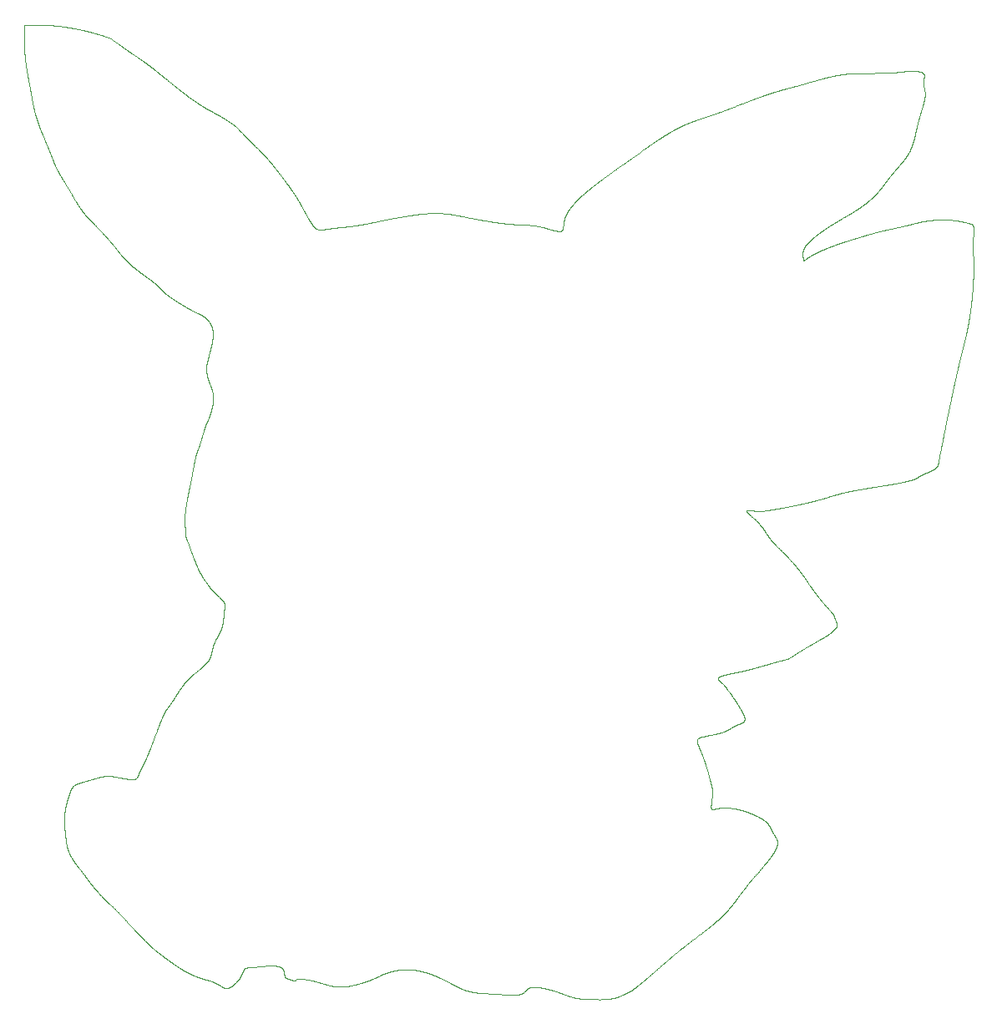
<source format=gbr>
%TF.GenerationSoftware,KiCad,Pcbnew,9.0.2*%
%TF.CreationDate,2025-05-23T21:21:04+05:30*%
%TF.ProjectId,transisted-v2,7472616e-7369-4737-9465-642d76322e6b,rev?*%
%TF.SameCoordinates,Original*%
%TF.FileFunction,Profile,NP*%
%FSLAX46Y46*%
G04 Gerber Fmt 4.6, Leading zero omitted, Abs format (unit mm)*
G04 Created by KiCad (PCBNEW 9.0.2) date 2025-05-23 21:21:04*
%MOMM*%
%LPD*%
G01*
G04 APERTURE LIST*
%ADD10C,0.050000*%
G04 APERTURE END LIST*
D10*
X111080000Y-54810000D02*
X111118293Y-54872301D01*
X111156227Y-54934170D01*
X111193827Y-54995642D01*
X111231116Y-55056758D01*
X111268125Y-55117566D01*
X111304886Y-55178116D01*
X111341436Y-55238471D01*
X111377819Y-55298700D01*
X111414084Y-55358887D01*
X111450293Y-55419131D01*
X111486520Y-55479556D01*
X111522855Y-55540312D01*
X111559414Y-55601596D01*
X111596351Y-55663663D01*
X111633872Y-55726862D01*
X111672273Y-55791694D01*
X111712007Y-55858924D01*
X111753823Y-55929826D01*
X111799161Y-56006844D01*
X111851559Y-56095990D01*
X111887788Y-56157673D01*
X111950906Y-56265114D01*
X111981216Y-56316639D01*
X112010761Y-56366783D01*
X112039595Y-56415609D01*
X112053762Y-56439547D01*
X112067770Y-56463179D01*
X112081626Y-56486512D01*
X112095337Y-56509554D01*
X112108909Y-56532313D01*
X112122349Y-56554797D01*
X112135664Y-56577014D01*
X112148859Y-56598970D01*
X112161941Y-56620675D01*
X112174918Y-56642136D01*
X112187795Y-56663360D01*
X112200578Y-56684356D01*
X112213276Y-56705131D01*
X112225893Y-56725693D01*
X112238436Y-56746049D01*
X112250913Y-56766208D01*
X112263329Y-56786177D01*
X112275692Y-56805965D01*
X112288007Y-56825578D01*
X112300281Y-56845024D01*
X112312520Y-56864312D01*
X112324732Y-56883449D01*
X112336923Y-56902443D01*
X112349099Y-56921302D01*
X112361266Y-56940033D01*
X112373432Y-56958644D01*
X112385603Y-56977143D01*
X112397785Y-56995538D01*
X112409985Y-57013836D01*
X112422209Y-57032046D01*
X112434464Y-57050174D01*
X112446757Y-57068230D01*
X112459093Y-57086220D01*
X112471480Y-57104152D01*
X112483925Y-57122035D01*
X112496432Y-57139875D01*
X112509010Y-57157682D01*
X112521664Y-57175461D01*
X112534401Y-57193222D01*
X112547228Y-57210972D01*
X112553677Y-57219845D01*
X112560151Y-57228718D01*
X112566651Y-57237593D01*
X112573177Y-57246469D01*
X112579731Y-57255349D01*
X112586312Y-57264232D01*
X112592923Y-57273121D01*
X112599563Y-57282016D01*
X112606234Y-57290918D01*
X112612936Y-57299827D01*
X112619670Y-57308746D01*
X112626438Y-57317674D01*
X112633239Y-57326613D01*
X112640075Y-57335564D01*
X112646946Y-57344528D01*
X112653854Y-57353506D01*
X112660798Y-57362498D01*
X112667781Y-57371506D01*
X112674802Y-57380531D01*
X112681863Y-57389573D01*
X112688964Y-57398634D01*
X112696107Y-57407714D01*
X112703291Y-57416815D01*
X112710518Y-57425938D01*
X112717789Y-57435083D01*
X112725104Y-57444252D01*
X112732465Y-57453445D01*
X112739871Y-57462663D01*
X112754826Y-57481180D01*
X112769974Y-57499811D01*
X112785323Y-57518562D01*
X112800879Y-57537443D01*
X112816649Y-57556460D01*
X112832639Y-57575621D01*
X112848856Y-57594935D01*
X112865305Y-57614408D01*
X112881995Y-57634049D01*
X112898931Y-57653866D01*
X112916119Y-57673866D01*
X112933567Y-57694057D01*
X112951280Y-57714447D01*
X112969266Y-57735044D01*
X112987531Y-57755854D01*
X113006081Y-57776887D01*
X113024923Y-57798150D01*
X113044064Y-57819651D01*
X113063509Y-57841397D01*
X113083266Y-57863396D01*
X113103341Y-57885656D01*
X113123741Y-57908185D01*
X113144472Y-57930990D01*
X113165540Y-57954080D01*
X113186952Y-57977461D01*
X113208715Y-58001143D01*
X113230835Y-58025132D01*
X113253319Y-58049437D01*
X113276173Y-58074064D01*
X113299404Y-58099023D01*
X113323018Y-58124320D01*
X113347021Y-58149964D01*
X113371422Y-58175962D01*
X113396225Y-58202322D01*
X113421437Y-58229052D01*
X113447065Y-58256159D01*
X113473116Y-58283652D01*
X113499595Y-58311538D01*
X113526510Y-58339824D01*
X113553867Y-58368519D01*
X113581673Y-58397631D01*
X113609934Y-58427167D01*
X113638656Y-58457135D01*
X113667846Y-58487542D01*
X113697511Y-58518397D01*
X113727657Y-58549707D01*
X113758291Y-58581480D01*
X113789419Y-58613725D01*
X113821047Y-58646447D01*
X113853183Y-58679656D01*
X113885833Y-58713359D01*
X113919003Y-58747564D01*
X113952699Y-58782279D01*
X113986929Y-58817511D01*
X114021699Y-58853268D01*
X114057016Y-58889558D01*
X114129314Y-58963769D01*
X114203876Y-59040205D01*
X114280754Y-59118928D01*
X114360000Y-59200000D01*
X122080000Y-106560000D02*
X122068287Y-106578742D01*
X122056672Y-106597288D01*
X122045116Y-106615703D01*
X122033659Y-106633923D01*
X122022258Y-106652017D01*
X122010955Y-106669918D01*
X121999706Y-106687696D01*
X121988554Y-106705284D01*
X121977453Y-106722754D01*
X121966449Y-106740035D01*
X121955494Y-106757202D01*
X121944635Y-106774182D01*
X121933821Y-106791054D01*
X121923104Y-106807739D01*
X121912429Y-106824322D01*
X121901849Y-106840720D01*
X121880863Y-106873136D01*
X121860140Y-106905003D01*
X121839670Y-106936334D01*
X121819448Y-106967143D01*
X121799463Y-106997446D01*
X121779708Y-107027258D01*
X121760172Y-107056595D01*
X121740848Y-107085475D01*
X121721722Y-107113914D01*
X121702786Y-107141932D01*
X121684026Y-107169548D01*
X121665428Y-107196785D01*
X121646980Y-107223664D01*
X121628663Y-107250213D01*
X121610461Y-107276458D01*
X121592352Y-107302431D01*
X121574313Y-107328166D01*
X121556315Y-107353706D01*
X121538328Y-107379097D01*
X121520310Y-107404395D01*
X121502214Y-107429670D01*
X121483977Y-107455006D01*
X121465521Y-107480516D01*
X121446738Y-107506346D01*
X121427473Y-107532708D01*
X121407499Y-107559913D01*
X121386433Y-107588475D01*
X121363564Y-107619361D01*
X121337188Y-107654865D01*
X121316144Y-107683142D01*
X121298796Y-107706452D01*
X121281869Y-107729222D01*
X121265339Y-107751513D01*
X121249179Y-107773382D01*
X121233366Y-107794892D01*
X121225581Y-107805530D01*
X121217874Y-107816101D01*
X121210240Y-107826611D01*
X121202677Y-107837069D01*
X121195182Y-107847481D01*
X121187752Y-107857856D01*
X121180383Y-107868201D01*
X121173072Y-107878522D01*
X121165817Y-107888829D01*
X121158613Y-107899128D01*
X121151459Y-107909426D01*
X121144350Y-107919731D01*
X121137284Y-107930052D01*
X121130257Y-107940394D01*
X121123266Y-107950766D01*
X121116309Y-107961175D01*
X121109382Y-107971628D01*
X121102482Y-107982133D01*
X121095606Y-107992698D01*
X121088750Y-108003331D01*
X121081912Y-108014037D01*
X121075088Y-108024826D01*
X121068275Y-108035703D01*
X121061471Y-108046678D01*
X121054672Y-108057758D01*
X121047874Y-108068949D01*
X121041075Y-108080259D01*
X121034272Y-108091697D01*
X121027461Y-108103268D01*
X121020640Y-108114982D01*
X121013804Y-108126845D01*
X121006952Y-108138864D01*
X121000079Y-108151048D01*
X120993184Y-108163404D01*
X120986262Y-108175938D01*
X120979310Y-108188660D01*
X120972326Y-108201576D01*
X120965306Y-108214693D01*
X120958247Y-108228019D01*
X120951146Y-108241563D01*
X120944000Y-108255330D01*
X120936805Y-108269329D01*
X120929559Y-108283566D01*
X120922259Y-108298051D01*
X120914900Y-108312789D01*
X120907481Y-108327789D01*
X120899998Y-108343058D01*
X120892447Y-108358604D01*
X120884827Y-108374433D01*
X120877133Y-108390554D01*
X120869362Y-108406974D01*
X120861512Y-108423700D01*
X120853578Y-108440740D01*
X120845559Y-108458101D01*
X120837451Y-108475792D01*
X120829251Y-108493818D01*
X120820955Y-108512188D01*
X120812560Y-108530910D01*
X120804064Y-108549990D01*
X120795463Y-108569437D01*
X120786755Y-108589258D01*
X120777935Y-108609459D01*
X120769001Y-108630049D01*
X120759949Y-108651036D01*
X120750778Y-108672426D01*
X120741482Y-108694227D01*
X120732060Y-108716447D01*
X120722508Y-108739093D01*
X120712823Y-108762173D01*
X120703002Y-108785693D01*
X120693041Y-108809662D01*
X120682938Y-108834088D01*
X120672690Y-108858976D01*
X120662293Y-108884336D01*
X120651744Y-108910174D01*
X120641040Y-108936498D01*
X120630178Y-108963316D01*
X120619155Y-108990634D01*
X120607967Y-109018461D01*
X120596612Y-109046804D01*
X120585086Y-109075670D01*
X120573386Y-109105067D01*
X120561510Y-109135002D01*
X120549453Y-109165483D01*
X120537213Y-109196517D01*
X120524787Y-109228112D01*
X120512171Y-109260275D01*
X120499363Y-109293014D01*
X120486359Y-109326336D01*
X120473156Y-109360249D01*
X120459752Y-109394760D01*
X120446142Y-109429877D01*
X120432323Y-109465607D01*
X120418294Y-109501957D01*
X120404049Y-109538936D01*
X120389587Y-109576550D01*
X120374905Y-109614807D01*
X120359998Y-109653714D01*
X120344864Y-109693280D01*
X120329500Y-109733511D01*
X120313903Y-109774415D01*
X120298069Y-109816000D01*
X120281995Y-109858272D01*
X120265679Y-109901240D01*
X120232305Y-109989292D01*
X120197922Y-110080216D01*
X120162506Y-110174071D01*
X120126031Y-110270917D01*
X120088471Y-110370814D01*
X120049803Y-110473821D01*
X120010000Y-110580000D01*
X163300000Y-137190000D02*
X163328868Y-137190841D01*
X163358987Y-137191798D01*
X163390487Y-137192878D01*
X163423526Y-137194090D01*
X163458299Y-137195444D01*
X163495059Y-137196955D01*
X163534135Y-137198639D01*
X163575977Y-137200520D01*
X163621230Y-137202633D01*
X163670881Y-137205028D01*
X163726600Y-137207792D01*
X163791686Y-137211095D01*
X163874928Y-137215388D01*
X163908077Y-137217107D01*
X164008833Y-137222319D01*
X164059881Y-137224930D01*
X164111351Y-137227528D01*
X164163224Y-137230100D01*
X164215481Y-137232633D01*
X164268104Y-137235116D01*
X164294546Y-137236334D01*
X164321073Y-137237534D01*
X164347682Y-137238715D01*
X164374370Y-137239876D01*
X164401136Y-137241014D01*
X164427976Y-137242129D01*
X164454889Y-137243218D01*
X164481872Y-137244279D01*
X164508923Y-137245313D01*
X164536039Y-137246316D01*
X164563219Y-137247287D01*
X164590459Y-137248224D01*
X164617758Y-137249127D01*
X164645112Y-137249993D01*
X164672521Y-137250821D01*
X164699981Y-137251610D01*
X164727489Y-137252357D01*
X164755045Y-137253061D01*
X164782645Y-137253721D01*
X164810287Y-137254334D01*
X164837968Y-137254900D01*
X164865687Y-137255417D01*
X164893440Y-137255883D01*
X164921226Y-137256296D01*
X164949043Y-137256655D01*
X164976887Y-137256959D01*
X165004757Y-137257206D01*
X165032649Y-137257394D01*
X165060563Y-137257522D01*
X165088495Y-137257587D01*
X165116443Y-137257590D01*
X165144405Y-137257527D01*
X165172378Y-137257397D01*
X165200361Y-137257200D01*
X165228350Y-137256932D01*
X165256343Y-137256593D01*
X165284339Y-137256181D01*
X165312334Y-137255695D01*
X165340326Y-137255132D01*
X165368313Y-137254492D01*
X165382304Y-137254142D01*
X165396293Y-137253772D01*
X165410279Y-137253382D01*
X165424263Y-137252971D01*
X165438244Y-137252540D01*
X165452221Y-137252088D01*
X165466194Y-137251615D01*
X165480164Y-137251121D01*
X165494130Y-137250605D01*
X165508091Y-137250068D01*
X165522047Y-137249509D01*
X165535998Y-137248928D01*
X165549944Y-137248324D01*
X165563884Y-137247699D01*
X165577818Y-137247050D01*
X165591746Y-137246379D01*
X165605668Y-137245685D01*
X165619582Y-137244968D01*
X165633489Y-137244227D01*
X165647389Y-137243463D01*
X165661281Y-137242675D01*
X165675166Y-137241863D01*
X165689041Y-137241026D01*
X165702909Y-137240166D01*
X165716767Y-137239280D01*
X165730616Y-137238370D01*
X165744455Y-137237435D01*
X165758285Y-137236475D01*
X165772105Y-137235490D01*
X165785914Y-137234478D01*
X165799713Y-137233442D01*
X165813501Y-137232379D01*
X165827277Y-137231290D01*
X165841042Y-137230174D01*
X165854795Y-137229032D01*
X165868536Y-137227863D01*
X165882264Y-137226668D01*
X165895980Y-137225445D01*
X165909683Y-137224195D01*
X165923372Y-137222917D01*
X165937048Y-137221611D01*
X165950710Y-137220278D01*
X165964357Y-137218916D01*
X165977991Y-137217526D01*
X165991609Y-137216108D01*
X166005212Y-137214660D01*
X166018800Y-137213184D01*
X166032372Y-137211679D01*
X166045929Y-137210144D01*
X166059469Y-137208580D01*
X166072992Y-137206986D01*
X166086499Y-137205362D01*
X166099988Y-137203708D01*
X166113460Y-137202024D01*
X166126915Y-137200309D01*
X166140351Y-137198563D01*
X166153769Y-137196787D01*
X166167168Y-137194979D01*
X166180549Y-137193140D01*
X166193910Y-137191270D01*
X166207252Y-137189368D01*
X166220574Y-137187434D01*
X166233876Y-137185468D01*
X166247158Y-137183469D01*
X166260418Y-137181438D01*
X166273658Y-137179374D01*
X166286877Y-137177278D01*
X166300074Y-137175148D01*
X166313250Y-137172985D01*
X166326403Y-137170789D01*
X166339533Y-137168558D01*
X166352641Y-137166294D01*
X166365726Y-137163996D01*
X166378788Y-137161664D01*
X166391826Y-137159297D01*
X166404840Y-137156895D01*
X166417830Y-137154459D01*
X166430796Y-137151987D01*
X166443737Y-137149480D01*
X166456652Y-137146938D01*
X166469542Y-137144360D01*
X166482407Y-137141746D01*
X166495246Y-137139096D01*
X166508058Y-137136410D01*
X166520844Y-137133687D01*
X166533603Y-137130928D01*
X166546335Y-137128132D01*
X166559039Y-137125299D01*
X166571716Y-137122428D01*
X166584365Y-137119520D01*
X166596985Y-137116575D01*
X166609577Y-137113591D01*
X166622140Y-137110570D01*
X166634674Y-137107510D01*
X166647178Y-137104412D01*
X166659652Y-137101275D01*
X166672097Y-137098099D01*
X166684511Y-137094885D01*
X166696894Y-137091631D01*
X166709247Y-137088337D01*
X166721568Y-137085004D01*
X166733857Y-137081631D01*
X166746115Y-137078219D01*
X166758341Y-137074765D01*
X166770534Y-137071272D01*
X166782695Y-137067738D01*
X166794822Y-137064163D01*
X166806916Y-137060547D01*
X166818977Y-137056890D01*
X166831004Y-137053191D01*
X166842996Y-137049451D01*
X166854954Y-137045669D01*
X166866877Y-137041845D01*
X166878766Y-137037979D01*
X166890618Y-137034070D01*
X166902436Y-137030119D01*
X166914217Y-137026125D01*
X166925962Y-137022088D01*
X166937670Y-137018007D01*
X166949342Y-137013884D01*
X166960976Y-137009716D01*
X166972574Y-137005505D01*
X166984133Y-137001250D01*
X166995654Y-136996951D01*
X167007137Y-136992608D01*
X167018582Y-136988219D01*
X167029987Y-136983787D01*
X167041354Y-136979309D01*
X167052681Y-136974786D01*
X167063968Y-136970217D01*
X167075215Y-136965603D01*
X167086421Y-136960943D01*
X167097588Y-136956237D01*
X167108713Y-136951485D01*
X167119796Y-136946687D01*
X167130839Y-136941842D01*
X167141839Y-136936951D01*
X167152798Y-136932012D01*
X167163714Y-136927026D01*
X167174587Y-136921993D01*
X167185417Y-136916913D01*
X167196204Y-136911784D01*
X167206947Y-136906608D01*
X167217647Y-136901383D01*
X167228302Y-136896111D01*
X167238913Y-136890789D01*
X167249479Y-136885419D01*
X167260000Y-136880000D01*
X128260000Y-48800000D02*
X128241678Y-48786392D01*
X128223444Y-48772874D01*
X128205296Y-48759445D01*
X128187235Y-48746105D01*
X128169258Y-48732852D01*
X128151368Y-48719687D01*
X128133559Y-48706607D01*
X128115835Y-48693614D01*
X128098191Y-48680705D01*
X128080631Y-48667882D01*
X128063149Y-48655140D01*
X128045750Y-48642484D01*
X128028426Y-48629906D01*
X128011184Y-48617413D01*
X127994016Y-48604998D01*
X127976928Y-48592666D01*
X127959911Y-48580410D01*
X127942975Y-48568236D01*
X127926107Y-48556136D01*
X127909318Y-48544117D01*
X127892596Y-48532170D01*
X127875952Y-48520304D01*
X127859372Y-48508508D01*
X127842869Y-48496791D01*
X127826428Y-48485143D01*
X127810064Y-48473573D01*
X127793759Y-48462070D01*
X127777530Y-48450644D01*
X127761357Y-48439283D01*
X127745260Y-48427999D01*
X127729217Y-48416777D01*
X127713248Y-48405631D01*
X127697330Y-48394546D01*
X127681487Y-48383537D01*
X127665692Y-48372585D01*
X127649970Y-48361709D01*
X127634295Y-48350889D01*
X127618692Y-48340143D01*
X127603133Y-48329451D01*
X127587644Y-48318832D01*
X127572198Y-48308266D01*
X127556821Y-48297772D01*
X127541484Y-48287329D01*
X127526216Y-48276957D01*
X127510984Y-48266634D01*
X127495820Y-48256381D01*
X127480690Y-48246175D01*
X127465628Y-48236039D01*
X127450597Y-48225947D01*
X127435632Y-48215924D01*
X127405825Y-48196032D01*
X127376199Y-48176357D01*
X127346747Y-48156892D01*
X127317461Y-48137632D01*
X127288333Y-48118572D01*
X127259355Y-48099704D01*
X127230519Y-48081023D01*
X127201815Y-48062524D01*
X127173236Y-48044198D01*
X127144772Y-48026041D01*
X127116413Y-48008046D01*
X127088150Y-47990205D01*
X127059973Y-47972512D01*
X127031871Y-47954960D01*
X127003833Y-47937542D01*
X126975847Y-47920250D01*
X126947902Y-47903075D01*
X126919983Y-47886011D01*
X126892078Y-47869047D01*
X126864172Y-47852176D01*
X126836250Y-47835388D01*
X126808295Y-47818673D01*
X126780289Y-47802019D01*
X126752213Y-47785416D01*
X126724047Y-47768852D01*
X126695768Y-47752313D01*
X126667350Y-47735785D01*
X126638768Y-47719253D01*
X126609990Y-47702699D01*
X126580984Y-47686105D01*
X126551710Y-47669449D01*
X126522127Y-47652708D01*
X126492184Y-47635854D01*
X126461827Y-47618857D01*
X126430989Y-47601682D01*
X126399592Y-47584285D01*
X126367543Y-47566617D01*
X126334728Y-47548616D01*
X126301008Y-47530208D01*
X126266201Y-47511296D01*
X126230075Y-47491757D01*
X126192313Y-47471420D01*
X126152464Y-47450048D01*
X126109848Y-47427279D01*
X126063344Y-47402518D01*
X126010826Y-47374640D01*
X125947122Y-47340903D01*
X125901735Y-47316893D01*
X125817674Y-47272410D01*
X125775520Y-47250065D01*
X125733243Y-47227609D01*
X125690810Y-47205010D01*
X125648190Y-47182238D01*
X125626801Y-47170776D01*
X125605354Y-47159259D01*
X125583844Y-47147682D01*
X125562268Y-47136042D01*
X125540622Y-47124335D01*
X125518903Y-47112556D01*
X125497105Y-47100703D01*
X125475226Y-47088770D01*
X125453261Y-47076754D01*
X125431207Y-47064651D01*
X125409060Y-47052456D01*
X125386815Y-47040167D01*
X125364469Y-47027779D01*
X125342018Y-47015288D01*
X125319458Y-47002690D01*
X125296785Y-46989981D01*
X125273995Y-46977157D01*
X125251085Y-46964215D01*
X125228050Y-46951149D01*
X125204886Y-46937958D01*
X125181590Y-46924635D01*
X125158158Y-46911178D01*
X125134586Y-46897582D01*
X125110870Y-46883844D01*
X125087006Y-46869960D01*
X125062990Y-46855925D01*
X125038818Y-46841736D01*
X125014486Y-46827388D01*
X124989991Y-46812878D01*
X124965329Y-46798202D01*
X124940495Y-46783356D01*
X124915485Y-46768335D01*
X124890297Y-46753137D01*
X124864926Y-46737756D01*
X124839367Y-46722189D01*
X124813618Y-46706433D01*
X124787674Y-46690482D01*
X124761532Y-46674334D01*
X124735187Y-46657983D01*
X124708635Y-46641427D01*
X124681873Y-46624662D01*
X124654897Y-46607682D01*
X124627702Y-46590485D01*
X124600286Y-46573066D01*
X124572644Y-46555422D01*
X124544771Y-46537548D01*
X124516665Y-46519440D01*
X124488322Y-46501095D01*
X124459737Y-46482509D01*
X124430906Y-46463677D01*
X124401826Y-46444596D01*
X124372493Y-46425262D01*
X124342903Y-46405670D01*
X124313051Y-46385818D01*
X124282935Y-46365700D01*
X124252550Y-46345313D01*
X124221892Y-46324653D01*
X124190958Y-46303716D01*
X124159743Y-46282498D01*
X124128243Y-46260995D01*
X124096455Y-46239203D01*
X124064375Y-46217118D01*
X124031999Y-46194737D01*
X123999323Y-46172055D01*
X123966343Y-46149068D01*
X123933055Y-46125772D01*
X123899455Y-46102164D01*
X123865540Y-46078239D01*
X123831305Y-46053994D01*
X123796747Y-46029424D01*
X123761861Y-46004526D01*
X123726644Y-45979295D01*
X123691092Y-45953728D01*
X123655201Y-45927820D01*
X123618967Y-45901569D01*
X123582387Y-45874969D01*
X123545455Y-45848017D01*
X123508169Y-45820709D01*
X123470524Y-45793040D01*
X123432517Y-45765008D01*
X123394144Y-45736607D01*
X123355401Y-45707835D01*
X123316283Y-45678687D01*
X123276787Y-45649159D01*
X123236910Y-45619246D01*
X123196646Y-45588947D01*
X123155993Y-45558255D01*
X123114946Y-45527168D01*
X123073502Y-45495681D01*
X123031656Y-45463790D01*
X122989405Y-45431492D01*
X122946745Y-45398782D01*
X122903672Y-45365657D01*
X122860182Y-45332112D01*
X122816270Y-45298144D01*
X122771934Y-45263749D01*
X122727170Y-45228922D01*
X122681972Y-45193660D01*
X122636338Y-45157959D01*
X122590264Y-45121814D01*
X122543746Y-45085222D01*
X122496779Y-45048180D01*
X122449360Y-45010682D01*
X122401485Y-44972725D01*
X122353151Y-44934305D01*
X122304352Y-44895419D01*
X122255086Y-44856061D01*
X122205348Y-44816229D01*
X122155135Y-44775917D01*
X122104442Y-44735123D01*
X122053266Y-44693843D01*
X122001603Y-44652071D01*
X121949448Y-44609805D01*
X121896799Y-44567041D01*
X121843651Y-44523774D01*
X121790000Y-44480000D01*
X167260000Y-136880000D02*
X167279827Y-136869764D01*
X167299401Y-136859747D01*
X167318736Y-136849941D01*
X167337846Y-136840338D01*
X167356747Y-136830928D01*
X167375454Y-136821702D01*
X167393984Y-136812651D01*
X167412356Y-136803766D01*
X167430591Y-136795034D01*
X167448710Y-136786444D01*
X167466739Y-136777984D01*
X167484707Y-136769639D01*
X167502645Y-136761394D01*
X167520593Y-136753232D01*
X167538594Y-136745131D01*
X167556703Y-136737066D01*
X167574988Y-136729009D01*
X167593536Y-136720921D01*
X167612460Y-136712753D01*
X167631917Y-136704438D01*
X167652139Y-136695881D01*
X167673488Y-136686929D01*
X167696608Y-136677315D01*
X167722874Y-136666471D01*
X167756404Y-136652695D01*
X167780274Y-136642893D01*
X167803796Y-136633201D01*
X167815448Y-136628377D01*
X167827041Y-136623556D01*
X167838582Y-136618731D01*
X167850082Y-136613895D01*
X167861548Y-136609038D01*
X167872991Y-136604154D01*
X167884419Y-136599235D01*
X167895841Y-136594271D01*
X167907266Y-136589257D01*
X167918704Y-136584183D01*
X167930164Y-136579043D01*
X167941653Y-136573827D01*
X167953183Y-136568528D01*
X167964761Y-136563139D01*
X167976396Y-136557651D01*
X167988099Y-136552057D01*
X167999877Y-136546348D01*
X168011740Y-136540517D01*
X168023697Y-136534556D01*
X168035757Y-136528456D01*
X168041828Y-136525353D01*
X168047929Y-136522211D01*
X168054059Y-136519031D01*
X168060222Y-136515812D01*
X168066416Y-136512553D01*
X168072645Y-136509252D01*
X168078908Y-136505908D01*
X168085207Y-136502522D01*
X168091544Y-136499090D01*
X168097918Y-136495614D01*
X168104332Y-136492091D01*
X168110786Y-136488521D01*
X168117282Y-136484903D01*
X168123820Y-136481235D01*
X168130403Y-136477517D01*
X168137030Y-136473748D01*
X168143704Y-136469926D01*
X168150425Y-136466052D01*
X168157194Y-136462123D01*
X168164013Y-136458139D01*
X168170882Y-136454099D01*
X168177803Y-136450001D01*
X168184777Y-136445846D01*
X168191806Y-136441631D01*
X168198889Y-136437356D01*
X168206029Y-136433020D01*
X168213226Y-136428622D01*
X168220481Y-136424161D01*
X168227797Y-136419636D01*
X168235173Y-136415046D01*
X168242611Y-136410389D01*
X168250113Y-136405666D01*
X168257678Y-136400875D01*
X168265309Y-136396014D01*
X168273007Y-136391084D01*
X168280772Y-136386083D01*
X168288606Y-136381010D01*
X168296510Y-136375864D01*
X168304485Y-136370644D01*
X168312532Y-136365349D01*
X168320652Y-136359978D01*
X168328847Y-136354531D01*
X168337117Y-136349005D01*
X168345464Y-136343401D01*
X168353889Y-136337717D01*
X168362393Y-136331952D01*
X168370977Y-136326105D01*
X168379642Y-136320175D01*
X168388390Y-136314162D01*
X168397221Y-136308064D01*
X168406137Y-136301880D01*
X168415138Y-136295610D01*
X168424227Y-136289251D01*
X168433403Y-136282805D01*
X168442669Y-136276268D01*
X168452025Y-136269641D01*
X168461472Y-136262922D01*
X168471012Y-136256110D01*
X168480645Y-136249205D01*
X168490374Y-136242205D01*
X168500198Y-136235110D01*
X168510119Y-136227918D01*
X168520139Y-136220629D01*
X168530258Y-136213241D01*
X168540477Y-136205753D01*
X168550798Y-136198165D01*
X168561222Y-136190475D01*
X168571750Y-136182683D01*
X168582383Y-136174788D01*
X168593121Y-136166788D01*
X168603968Y-136158682D01*
X168614922Y-136150470D01*
X168625986Y-136142151D01*
X168637161Y-136133724D01*
X168659847Y-136116539D01*
X168682990Y-136098909D01*
X168706597Y-136080826D01*
X168730680Y-136062282D01*
X168755245Y-136043268D01*
X168780303Y-136023778D01*
X168805863Y-136003803D01*
X168831934Y-135983335D01*
X168858524Y-135962367D01*
X168885643Y-135940890D01*
X168913300Y-135918897D01*
X168941503Y-135896379D01*
X168970263Y-135873330D01*
X168999588Y-135849740D01*
X169029486Y-135825603D01*
X169059968Y-135800910D01*
X169091042Y-135775653D01*
X169122717Y-135749825D01*
X169155003Y-135723417D01*
X169187908Y-135696422D01*
X169221441Y-135668832D01*
X169255612Y-135640639D01*
X169290430Y-135611835D01*
X169325903Y-135582412D01*
X169362040Y-135552362D01*
X169398852Y-135521678D01*
X169436346Y-135490352D01*
X169474532Y-135458375D01*
X169513419Y-135425740D01*
X169553016Y-135392438D01*
X169593332Y-135358463D01*
X169634376Y-135323806D01*
X169676157Y-135288459D01*
X169718684Y-135252415D01*
X169761967Y-135215665D01*
X169806014Y-135178202D01*
X169850834Y-135140017D01*
X169896437Y-135101104D01*
X169942831Y-135061453D01*
X169990026Y-135021057D01*
X170038030Y-134979909D01*
X170086853Y-134938000D01*
X170136504Y-134895322D01*
X170186992Y-134851868D01*
X170238325Y-134807630D01*
X170290514Y-134762599D01*
X170343566Y-134716768D01*
X170397491Y-134670130D01*
X170452299Y-134622675D01*
X170507998Y-134574397D01*
X170564596Y-134525287D01*
X170622105Y-134475338D01*
X170680531Y-134424541D01*
X170739885Y-134372889D01*
X170800175Y-134320374D01*
X170861411Y-134266988D01*
X170923602Y-134212723D01*
X170986756Y-134157571D01*
X171050882Y-134101525D01*
X171115991Y-134044576D01*
X171182090Y-133986717D01*
X171249189Y-133927939D01*
X171317297Y-133868235D01*
X171386423Y-133807597D01*
X171456576Y-133746017D01*
X171527766Y-133683487D01*
X171600000Y-133620000D01*
X197000000Y-58600000D02*
X196966412Y-58608752D01*
X196933125Y-58617405D01*
X196900058Y-58625980D01*
X196867288Y-58634457D01*
X196834726Y-58642860D01*
X196802459Y-58651167D01*
X196770388Y-58659403D01*
X196738607Y-58667543D01*
X196707012Y-58675616D01*
X196675703Y-58683595D01*
X196644568Y-58691509D01*
X196613715Y-58699331D01*
X196583024Y-58707091D01*
X196552611Y-58714761D01*
X196522348Y-58722372D01*
X196492360Y-58729894D01*
X196432928Y-58744740D01*
X196374283Y-58759308D01*
X196316389Y-58773607D01*
X196259210Y-58787649D01*
X196202709Y-58801443D01*
X196146848Y-58814999D01*
X196091586Y-58828329D01*
X196036880Y-58841443D01*
X195982685Y-58854354D01*
X195928953Y-58867074D01*
X195875632Y-58879615D01*
X195822666Y-58891991D01*
X195769994Y-58904218D01*
X195717549Y-58916312D01*
X195665254Y-58928290D01*
X195613026Y-58940172D01*
X195560768Y-58951981D01*
X195508367Y-58963741D01*
X195455692Y-58975483D01*
X195402584Y-58987241D01*
X195348847Y-58999058D01*
X195294238Y-59010987D01*
X195238439Y-59023097D01*
X195181020Y-59035479D01*
X195121376Y-59048262D01*
X195058591Y-59061640D01*
X194991150Y-59075933D01*
X194916168Y-59091749D01*
X194826536Y-59110583D01*
X194766898Y-59123093D01*
X194674559Y-59142469D01*
X194628668Y-59152117D01*
X194582891Y-59161762D01*
X194537176Y-59171423D01*
X194491469Y-59181118D01*
X194445718Y-59190866D01*
X194399869Y-59200686D01*
X194353870Y-59210594D01*
X194307667Y-59220610D01*
X194261207Y-59230753D01*
X194214438Y-59241039D01*
X194190920Y-59246243D01*
X194167306Y-59251489D01*
X194143587Y-59256780D01*
X194119758Y-59262119D01*
X194095811Y-59267508D01*
X194071741Y-59272949D01*
X194047540Y-59278445D01*
X194023202Y-59283997D01*
X193998721Y-59289608D01*
X193974089Y-59295281D01*
X193949300Y-59301017D01*
X193924347Y-59306819D01*
X193899225Y-59312689D01*
X193873925Y-59318630D01*
X193848442Y-59324644D01*
X193822768Y-59330733D01*
X193796898Y-59336899D01*
X193770825Y-59343145D01*
X193744541Y-59349472D01*
X193718041Y-59355884D01*
X193691317Y-59362383D01*
X193664364Y-59368970D01*
X193637174Y-59375649D01*
X193609741Y-59382421D01*
X193582058Y-59389288D01*
X193554118Y-59396254D01*
X193525916Y-59403320D01*
X193497444Y-59410489D01*
X193468695Y-59417762D01*
X193439664Y-59425143D01*
X193410342Y-59432633D01*
X193380725Y-59440235D01*
X193350805Y-59447951D01*
X193320575Y-59455784D01*
X193290029Y-59463735D01*
X193259161Y-59471807D01*
X193227963Y-59480002D01*
X193196429Y-59488323D01*
X193164553Y-59496772D01*
X193132327Y-59505351D01*
X193099745Y-59514062D01*
X193066801Y-59522908D01*
X193033487Y-59531891D01*
X192999798Y-59541013D01*
X192965727Y-59550277D01*
X192931266Y-59559685D01*
X192896410Y-59569238D01*
X192861151Y-59578941D01*
X192825483Y-59588794D01*
X192789400Y-59598800D01*
X192752895Y-59608962D01*
X192715961Y-59619281D01*
X192678591Y-59629760D01*
X192640779Y-59640401D01*
X192602519Y-59651207D01*
X192563803Y-59662180D01*
X192524625Y-59673322D01*
X192484979Y-59684635D01*
X192444857Y-59696122D01*
X192404254Y-59707785D01*
X192363162Y-59719626D01*
X192321574Y-59731648D01*
X192279486Y-59743853D01*
X192236888Y-59756243D01*
X192193776Y-59768820D01*
X192150142Y-59781587D01*
X192105980Y-59794546D01*
X192061283Y-59807699D01*
X192016044Y-59821050D01*
X191970257Y-59834599D01*
X191923915Y-59848349D01*
X191877012Y-59862302D01*
X191829541Y-59876462D01*
X191781495Y-59890830D01*
X191732868Y-59905408D01*
X191683653Y-59920198D01*
X191633843Y-59935204D01*
X191583432Y-59950427D01*
X191532413Y-59965870D01*
X191480780Y-59981534D01*
X191428525Y-59997423D01*
X191375643Y-60013538D01*
X191322127Y-60029881D01*
X191267969Y-60046456D01*
X191213164Y-60063264D01*
X191157705Y-60080308D01*
X191101585Y-60097589D01*
X191044797Y-60115111D01*
X190987335Y-60132876D01*
X190929192Y-60150885D01*
X190870362Y-60169141D01*
X190810838Y-60187647D01*
X190750613Y-60206404D01*
X190689681Y-60225415D01*
X190628035Y-60244683D01*
X190565668Y-60264209D01*
X190502575Y-60283995D01*
X190438747Y-60304045D01*
X190374179Y-60324361D01*
X190308864Y-60344944D01*
X190242795Y-60365797D01*
X190175966Y-60386923D01*
X190108370Y-60408323D01*
X190040000Y-60430000D01*
X123050000Y-89120000D02*
X123051199Y-89135830D01*
X123052364Y-89151466D01*
X123053499Y-89166968D01*
X123054600Y-89182276D01*
X123055671Y-89197456D01*
X123056710Y-89212444D01*
X123057719Y-89227307D01*
X123058696Y-89241981D01*
X123059646Y-89256534D01*
X123060563Y-89270899D01*
X123061453Y-89285149D01*
X123062311Y-89299212D01*
X123063143Y-89313165D01*
X123063944Y-89326932D01*
X123064719Y-89340595D01*
X123065464Y-89354073D01*
X123066184Y-89367452D01*
X123066873Y-89380648D01*
X123068175Y-89406672D01*
X123069371Y-89432157D01*
X123070464Y-89457120D01*
X123071456Y-89481576D01*
X123072349Y-89505541D01*
X123073147Y-89529033D01*
X123073850Y-89552068D01*
X123074462Y-89574668D01*
X123074985Y-89596853D01*
X123075420Y-89618645D01*
X123075769Y-89640072D01*
X123076036Y-89661160D01*
X123076220Y-89681944D01*
X123076325Y-89702462D01*
X123076351Y-89722760D01*
X123076299Y-89742895D01*
X123076170Y-89762939D01*
X123075965Y-89782986D01*
X123075682Y-89803170D01*
X123075318Y-89823686D01*
X123074869Y-89844851D01*
X123074319Y-89867250D01*
X123073637Y-89892224D01*
X123072964Y-89915409D01*
X123072116Y-89944965D01*
X123071745Y-89959011D01*
X123071424Y-89972626D01*
X123071166Y-89985850D01*
X123070982Y-89998724D01*
X123070921Y-90005043D01*
X123070883Y-90011290D01*
X123070869Y-90017470D01*
X123070880Y-90023588D01*
X123070919Y-90029651D01*
X123070986Y-90035661D01*
X123071084Y-90041626D01*
X123071212Y-90047550D01*
X123071374Y-90053438D01*
X123071569Y-90059295D01*
X123071801Y-90065127D01*
X123072069Y-90070938D01*
X123072376Y-90076735D01*
X123072723Y-90082521D01*
X123073112Y-90088302D01*
X123073543Y-90094084D01*
X123074019Y-90099871D01*
X123074540Y-90105669D01*
X123075109Y-90111483D01*
X123075726Y-90117318D01*
X123076393Y-90123179D01*
X123077112Y-90129071D01*
X123077884Y-90134999D01*
X123078710Y-90140970D01*
X123079592Y-90146986D01*
X123080531Y-90153055D01*
X123081529Y-90159181D01*
X123082587Y-90165370D01*
X123083707Y-90171625D01*
X123084889Y-90177953D01*
X123086136Y-90184359D01*
X123087449Y-90190848D01*
X123088829Y-90197425D01*
X123090278Y-90204095D01*
X123091797Y-90210864D01*
X123093388Y-90217736D01*
X123095052Y-90224716D01*
X123096790Y-90231811D01*
X123098605Y-90239025D01*
X123100496Y-90246362D01*
X123102467Y-90253830D01*
X123104517Y-90261431D01*
X123106650Y-90269172D01*
X123108865Y-90277059D01*
X123111165Y-90285095D01*
X123113551Y-90293286D01*
X123116025Y-90301637D01*
X123118587Y-90310155D01*
X123121240Y-90318842D01*
X123123984Y-90327706D01*
X123126822Y-90336750D01*
X123129754Y-90345981D01*
X123132782Y-90355402D01*
X123135908Y-90365021D01*
X123139133Y-90374840D01*
X123142458Y-90384867D01*
X123145885Y-90395105D01*
X123149415Y-90405561D01*
X123153050Y-90416239D01*
X123156791Y-90427144D01*
X123160639Y-90438282D01*
X123164597Y-90449657D01*
X123168665Y-90461275D01*
X123172845Y-90473142D01*
X123177138Y-90485261D01*
X123181546Y-90497639D01*
X123186070Y-90510281D01*
X123190711Y-90523191D01*
X123200353Y-90549838D01*
X123210483Y-90577621D01*
X123221112Y-90606583D01*
X123232251Y-90636764D01*
X123243913Y-90668205D01*
X123256108Y-90700948D01*
X123268849Y-90735035D01*
X123282146Y-90770505D01*
X123296012Y-90807402D01*
X123310457Y-90845765D01*
X123341133Y-90927057D01*
X123374266Y-91014713D01*
X123409947Y-91109062D01*
X123448269Y-91210435D01*
X123489324Y-91319162D01*
X123510905Y-91376387D01*
X123533204Y-91435574D01*
X123556231Y-91496764D01*
X123580000Y-91560000D01*
X154060000Y-58410000D02*
X154002487Y-58401027D01*
X153945043Y-58391985D01*
X153887656Y-58382871D01*
X153830312Y-58373684D01*
X153772997Y-58364421D01*
X153715694Y-58355080D01*
X153658388Y-58345658D01*
X153601061Y-58336151D01*
X153543693Y-58326558D01*
X153486264Y-58316875D01*
X153428751Y-58307096D01*
X153371131Y-58297219D01*
X153313375Y-58287239D01*
X153255456Y-58277150D01*
X153197340Y-58266946D01*
X153138993Y-58256621D01*
X153080375Y-58246169D01*
X153021442Y-58235579D01*
X152962144Y-58224844D01*
X152902425Y-58213952D01*
X152842221Y-58202892D01*
X152781459Y-58191649D01*
X152720052Y-58180207D01*
X152657902Y-58168545D01*
X152594889Y-58156643D01*
X152530872Y-58144470D01*
X152465676Y-58131993D01*
X152399086Y-58119170D01*
X152330826Y-58105946D01*
X152260540Y-58092250D01*
X152187745Y-58077986D01*
X152111761Y-58063018D01*
X152031574Y-58047145D01*
X151945550Y-58030038D01*
X151850705Y-58011102D01*
X151740345Y-57988995D01*
X151623581Y-57965559D01*
X151537559Y-57948291D01*
X151452566Y-57931250D01*
X151368551Y-57914447D01*
X151285463Y-57897893D01*
X151244251Y-57889712D01*
X151203252Y-57881598D01*
X151162459Y-57873551D01*
X151121866Y-57865573D01*
X151081467Y-57857664D01*
X151041255Y-57849828D01*
X151001224Y-57842064D01*
X150961367Y-57834374D01*
X150921678Y-57826760D01*
X150882152Y-57819222D01*
X150842780Y-57811762D01*
X150803558Y-57804382D01*
X150764478Y-57797082D01*
X150725534Y-57789864D01*
X150686721Y-57782730D01*
X150648031Y-57775680D01*
X150609458Y-57768717D01*
X150570996Y-57761840D01*
X150532638Y-57755052D01*
X150494379Y-57748355D01*
X150456211Y-57741748D01*
X150418128Y-57735234D01*
X150399117Y-57732012D01*
X150380125Y-57728814D01*
X150361150Y-57725640D01*
X150342194Y-57722489D01*
X150323253Y-57719363D01*
X150304329Y-57716261D01*
X150285419Y-57713183D01*
X150266524Y-57710131D01*
X150247642Y-57707102D01*
X150228772Y-57704099D01*
X150209915Y-57701121D01*
X150191068Y-57698169D01*
X150172231Y-57695242D01*
X150153404Y-57692340D01*
X150134586Y-57689464D01*
X150115775Y-57686614D01*
X150096971Y-57683791D01*
X150078174Y-57680993D01*
X150059382Y-57678222D01*
X150040594Y-57675478D01*
X150021810Y-57672761D01*
X150003030Y-57670070D01*
X149984251Y-57667406D01*
X149965474Y-57664770D01*
X149946698Y-57662162D01*
X149927921Y-57659580D01*
X149909144Y-57657027D01*
X149890364Y-57654502D01*
X149871583Y-57652004D01*
X149852797Y-57649535D01*
X149834008Y-57647095D01*
X149815214Y-57644683D01*
X149796414Y-57642300D01*
X149777607Y-57639945D01*
X149758793Y-57637620D01*
X149739971Y-57635324D01*
X149721140Y-57633058D01*
X149702300Y-57630821D01*
X149683448Y-57628614D01*
X149664586Y-57626437D01*
X149645711Y-57624290D01*
X149626824Y-57622173D01*
X149607923Y-57620087D01*
X149589007Y-57618031D01*
X149570076Y-57616006D01*
X149551129Y-57614012D01*
X149532165Y-57612049D01*
X149513183Y-57610117D01*
X149494183Y-57608217D01*
X149475164Y-57606348D01*
X149456124Y-57604511D01*
X149437064Y-57602706D01*
X149417982Y-57600933D01*
X149398877Y-57599192D01*
X149379750Y-57597484D01*
X149360598Y-57595808D01*
X149341421Y-57594165D01*
X149322219Y-57592555D01*
X149302990Y-57590978D01*
X149283734Y-57589434D01*
X149264450Y-57587923D01*
X149245137Y-57586447D01*
X149225795Y-57585003D01*
X149206422Y-57583594D01*
X149187018Y-57582219D01*
X149167582Y-57580878D01*
X149148113Y-57579572D01*
X149128611Y-57578300D01*
X149109074Y-57577062D01*
X149089502Y-57575860D01*
X149069894Y-57574693D01*
X149050249Y-57573561D01*
X149030566Y-57572464D01*
X149010845Y-57571403D01*
X148991085Y-57570378D01*
X148971285Y-57569388D01*
X148951445Y-57568435D01*
X148931562Y-57567517D01*
X148911638Y-57566636D01*
X148891670Y-57565792D01*
X148871658Y-57564984D01*
X148851601Y-57564214D01*
X148831499Y-57563480D01*
X148811351Y-57562784D01*
X148791155Y-57562124D01*
X148770912Y-57561503D01*
X148750619Y-57560919D01*
X148730277Y-57560373D01*
X148709885Y-57559865D01*
X148689442Y-57559395D01*
X148668947Y-57558964D01*
X148648399Y-57558571D01*
X148627798Y-57558217D01*
X148607142Y-57557901D01*
X148586431Y-57557625D01*
X148565664Y-57557388D01*
X148544841Y-57557190D01*
X148523960Y-57557032D01*
X148503021Y-57556914D01*
X148482023Y-57556835D01*
X148460965Y-57556796D01*
X148439846Y-57556798D01*
X148418665Y-57556840D01*
X148397423Y-57556922D01*
X148376117Y-57557045D01*
X148354748Y-57557209D01*
X148333314Y-57557414D01*
X148311814Y-57557660D01*
X148290248Y-57557948D01*
X148268615Y-57558276D01*
X148246915Y-57558647D01*
X148225145Y-57559060D01*
X148203306Y-57559514D01*
X148181397Y-57560011D01*
X148159417Y-57560550D01*
X148137365Y-57561131D01*
X148115241Y-57561755D01*
X148093043Y-57562422D01*
X148070771Y-57563132D01*
X148048424Y-57563885D01*
X148026001Y-57564682D01*
X148003501Y-57565522D01*
X147980924Y-57566405D01*
X147958269Y-57567333D01*
X147935535Y-57568304D01*
X147912721Y-57569320D01*
X147889827Y-57570380D01*
X147866851Y-57571484D01*
X147843793Y-57572633D01*
X147820652Y-57573827D01*
X147797427Y-57575066D01*
X147774118Y-57576350D01*
X147750723Y-57577679D01*
X147727242Y-57579054D01*
X147703674Y-57580475D01*
X147680019Y-57581941D01*
X147656275Y-57583453D01*
X147632441Y-57585011D01*
X147608518Y-57586616D01*
X147584503Y-57588267D01*
X147560397Y-57589965D01*
X147536199Y-57591709D01*
X147511906Y-57593501D01*
X147487520Y-57595340D01*
X147463039Y-57597225D01*
X147438462Y-57599159D01*
X147413789Y-57601140D01*
X147389019Y-57603169D01*
X147364150Y-57605246D01*
X147339182Y-57607371D01*
X147314115Y-57609544D01*
X147288947Y-57611765D01*
X147263678Y-57614036D01*
X147238307Y-57616355D01*
X147212833Y-57618723D01*
X147187256Y-57621140D01*
X147161573Y-57623606D01*
X147135786Y-57626122D01*
X147109893Y-57628688D01*
X147083892Y-57631303D01*
X147057784Y-57633968D01*
X147031568Y-57636683D01*
X147005242Y-57639449D01*
X146978807Y-57642265D01*
X146952260Y-57645132D01*
X146925602Y-57648049D01*
X146898831Y-57651017D01*
X146871948Y-57654037D01*
X146844950Y-57657108D01*
X146817837Y-57660230D01*
X146790609Y-57663403D01*
X146763264Y-57666629D01*
X146735802Y-57669906D01*
X146708223Y-57673236D01*
X146680524Y-57676618D01*
X146652706Y-57680052D01*
X146624767Y-57683539D01*
X146596707Y-57687078D01*
X146568525Y-57690671D01*
X146540221Y-57694316D01*
X146511793Y-57698015D01*
X146483240Y-57701767D01*
X146454562Y-57705573D01*
X146425759Y-57709433D01*
X146396828Y-57713346D01*
X146367770Y-57717314D01*
X146338584Y-57721336D01*
X146309269Y-57725412D01*
X146279823Y-57729543D01*
X146250247Y-57733728D01*
X146220539Y-57737968D01*
X146190699Y-57742264D01*
X146160726Y-57746615D01*
X146130619Y-57751021D01*
X146100377Y-57755483D01*
X146070000Y-57760000D01*
X139040000Y-58970000D02*
X138999585Y-58973601D01*
X138959259Y-58977274D01*
X138919014Y-58981019D01*
X138878841Y-58984837D01*
X138838730Y-58988729D01*
X138798671Y-58992695D01*
X138758652Y-58996736D01*
X138718659Y-59000854D01*
X138678679Y-59005051D01*
X138638696Y-59009327D01*
X138598693Y-59013685D01*
X138558650Y-59018127D01*
X138518546Y-59022655D01*
X138478356Y-59027272D01*
X138438052Y-59031981D01*
X138397602Y-59036787D01*
X138356970Y-59041694D01*
X138316113Y-59046707D01*
X138274979Y-59051833D01*
X138233510Y-59057080D01*
X138191633Y-59062458D01*
X138149260Y-59067978D01*
X138106281Y-59073656D01*
X138062555Y-59079511D01*
X138017900Y-59085570D01*
X137972069Y-59091865D01*
X137924716Y-59098448D01*
X137875325Y-59105391D01*
X137823073Y-59112813D01*
X137766484Y-59120926D01*
X137702361Y-59130192D01*
X137622693Y-59141765D01*
X137566856Y-59149880D01*
X137512583Y-59157739D01*
X137486021Y-59161564D01*
X137459836Y-59165316D01*
X137434024Y-59168991D01*
X137408578Y-59172588D01*
X137383495Y-59176101D01*
X137358769Y-59179530D01*
X137334396Y-59182870D01*
X137310371Y-59186118D01*
X137286689Y-59189273D01*
X137263346Y-59192330D01*
X137240336Y-59195286D01*
X137217654Y-59198139D01*
X137195297Y-59200886D01*
X137173258Y-59203523D01*
X137151534Y-59206048D01*
X137140788Y-59207267D01*
X137130119Y-59208457D01*
X137119526Y-59209617D01*
X137109009Y-59210748D01*
X137098567Y-59211848D01*
X137088199Y-59212917D01*
X137077905Y-59213955D01*
X137067683Y-59214962D01*
X137057535Y-59215937D01*
X137047458Y-59216880D01*
X137037453Y-59217789D01*
X137027518Y-59218666D01*
X137017654Y-59219510D01*
X137007859Y-59220320D01*
X136998133Y-59221096D01*
X136988476Y-59221837D01*
X136978886Y-59222543D01*
X136969363Y-59223214D01*
X136959907Y-59223850D01*
X136950516Y-59224449D01*
X136941191Y-59225012D01*
X136931931Y-59225539D01*
X136922735Y-59226028D01*
X136913603Y-59226480D01*
X136904533Y-59226893D01*
X136895526Y-59227269D01*
X136886580Y-59227606D01*
X136877695Y-59227904D01*
X136868871Y-59228162D01*
X136860107Y-59228381D01*
X136851403Y-59228559D01*
X136842756Y-59228698D01*
X136834169Y-59228795D01*
X136825638Y-59228851D01*
X136817165Y-59228865D01*
X136808747Y-59228837D01*
X136800386Y-59228767D01*
X136792079Y-59228654D01*
X136783827Y-59228498D01*
X136775629Y-59228298D01*
X136767485Y-59228055D01*
X136759392Y-59227767D01*
X136751353Y-59227435D01*
X136743364Y-59227057D01*
X136735426Y-59226634D01*
X136727539Y-59226166D01*
X136719702Y-59225651D01*
X136711913Y-59225090D01*
X136704173Y-59224481D01*
X136696481Y-59223826D01*
X136688836Y-59223123D01*
X136681238Y-59222372D01*
X136673686Y-59221572D01*
X136666179Y-59220723D01*
X136658717Y-59219826D01*
X136651300Y-59218879D01*
X136643926Y-59217882D01*
X136636595Y-59216834D01*
X136629307Y-59215736D01*
X136622060Y-59214587D01*
X136614855Y-59213387D01*
X136607691Y-59212135D01*
X136600566Y-59210830D01*
X136593481Y-59209473D01*
X136586435Y-59208063D01*
X136579427Y-59206600D01*
X136572457Y-59205083D01*
X136565524Y-59203512D01*
X136558627Y-59201887D01*
X136551766Y-59200207D01*
X136544940Y-59198471D01*
X136538149Y-59196681D01*
X136531393Y-59194834D01*
X136524669Y-59192931D01*
X136517978Y-59190971D01*
X136511320Y-59188954D01*
X136504693Y-59186880D01*
X136498098Y-59184747D01*
X136491532Y-59182557D01*
X136484997Y-59180308D01*
X136478491Y-59178000D01*
X136472013Y-59175633D01*
X136465563Y-59173206D01*
X136459141Y-59170720D01*
X136452746Y-59168172D01*
X136446377Y-59165564D01*
X136440033Y-59162895D01*
X136433715Y-59160164D01*
X136427421Y-59157371D01*
X136421151Y-59154516D01*
X136414904Y-59151598D01*
X136408679Y-59148617D01*
X136402477Y-59145572D01*
X136396296Y-59142464D01*
X136390136Y-59139292D01*
X136383996Y-59136055D01*
X136377876Y-59132753D01*
X136371774Y-59129385D01*
X136365692Y-59125952D01*
X136359627Y-59122453D01*
X136353579Y-59118888D01*
X136347547Y-59115255D01*
X136341532Y-59111556D01*
X136335532Y-59107788D01*
X136329547Y-59103953D01*
X136323576Y-59100050D01*
X136317619Y-59096078D01*
X136311674Y-59092036D01*
X136305743Y-59087925D01*
X136299822Y-59083745D01*
X136293913Y-59079494D01*
X136288015Y-59075173D01*
X136282127Y-59070780D01*
X136276248Y-59066316D01*
X136270377Y-59061781D01*
X136264515Y-59057173D01*
X136258661Y-59052493D01*
X136252813Y-59047740D01*
X136246972Y-59042914D01*
X136241137Y-59038015D01*
X136235307Y-59033041D01*
X136229481Y-59027993D01*
X136223659Y-59022870D01*
X136217841Y-59017672D01*
X136212026Y-59012399D01*
X136206212Y-59007050D01*
X136200400Y-59001624D01*
X136194590Y-58996122D01*
X136188779Y-58990543D01*
X136182968Y-58984886D01*
X136177157Y-58979152D01*
X136171344Y-58973340D01*
X136165529Y-58967449D01*
X136159711Y-58961480D01*
X136153890Y-58955431D01*
X136148065Y-58949302D01*
X136142236Y-58943094D01*
X136136402Y-58936805D01*
X136130562Y-58930435D01*
X136124715Y-58923985D01*
X136118862Y-58917452D01*
X136113002Y-58910838D01*
X136107133Y-58904142D01*
X136101256Y-58897363D01*
X136095369Y-58890501D01*
X136089473Y-58883556D01*
X136083566Y-58876526D01*
X136077648Y-58869413D01*
X136071718Y-58862215D01*
X136065776Y-58854933D01*
X136059822Y-58847565D01*
X136053853Y-58840111D01*
X136047871Y-58832572D01*
X136041874Y-58824946D01*
X136035862Y-58817233D01*
X136029833Y-58809433D01*
X136023789Y-58801546D01*
X136017727Y-58793571D01*
X136011648Y-58785507D01*
X136005550Y-58777355D01*
X135999433Y-58769114D01*
X135993297Y-58760784D01*
X135987141Y-58752363D01*
X135980964Y-58743853D01*
X135974766Y-58735252D01*
X135968545Y-58726560D01*
X135962303Y-58717777D01*
X135956037Y-58708902D01*
X135949748Y-58699935D01*
X135943434Y-58690876D01*
X135937095Y-58681724D01*
X135930731Y-58672479D01*
X135924341Y-58663140D01*
X135917924Y-58653707D01*
X135911480Y-58644181D01*
X135905007Y-58634559D01*
X135898507Y-58624842D01*
X135891977Y-58615031D01*
X135885417Y-58605123D01*
X135878827Y-58595119D01*
X135872207Y-58585018D01*
X135865554Y-58574821D01*
X135858870Y-58564526D01*
X135852153Y-58554134D01*
X135845402Y-58543644D01*
X135838618Y-58533055D01*
X135831799Y-58522367D01*
X135824944Y-58511581D01*
X135818055Y-58500694D01*
X135811128Y-58489708D01*
X135804165Y-58478622D01*
X135797165Y-58467434D01*
X135790126Y-58456146D01*
X135783048Y-58444757D01*
X135768775Y-58421671D01*
X135754339Y-58398176D01*
X135739736Y-58374268D01*
X135724961Y-58349943D01*
X135710010Y-58325199D01*
X135694877Y-58300033D01*
X135679558Y-58274441D01*
X135664047Y-58248422D01*
X135648341Y-58221971D01*
X135632435Y-58195085D01*
X135616323Y-58167763D01*
X135600000Y-58140000D01*
X186620000Y-44220000D02*
X186540799Y-44242732D01*
X186461853Y-44265309D01*
X186383102Y-44287749D01*
X186304480Y-44310069D01*
X186225914Y-44332292D01*
X186147321Y-44354440D01*
X186068606Y-44376541D01*
X185989662Y-44398625D01*
X185910363Y-44420727D01*
X185830560Y-44442887D01*
X185750078Y-44465155D01*
X185668700Y-44487589D01*
X185586161Y-44510263D01*
X185502122Y-44533268D01*
X185416140Y-44556724D01*
X185327613Y-44580794D01*
X185235689Y-44605708D01*
X185139077Y-44631813D01*
X185035644Y-44659684D01*
X184921357Y-44690402D01*
X184786470Y-44726585D01*
X184685803Y-44753563D01*
X184534282Y-44794175D01*
X184459696Y-44814190D01*
X184385807Y-44834048D01*
X184312550Y-44853774D01*
X184239861Y-44873396D01*
X184167676Y-44892940D01*
X184095929Y-44912433D01*
X184060200Y-44922168D01*
X184024557Y-44931902D01*
X183988991Y-44941635D01*
X183953495Y-44951373D01*
X183918060Y-44961119D01*
X183882678Y-44970875D01*
X183847342Y-44980645D01*
X183812043Y-44990432D01*
X183776773Y-45000241D01*
X183741524Y-45010073D01*
X183706289Y-45019933D01*
X183671058Y-45029824D01*
X183635824Y-45039749D01*
X183600580Y-45049712D01*
X183565316Y-45059715D01*
X183530024Y-45069763D01*
X183494698Y-45079858D01*
X183459328Y-45090004D01*
X183423907Y-45100205D01*
X183388426Y-45110463D01*
X183352878Y-45120782D01*
X183317255Y-45131166D01*
X183281547Y-45141617D01*
X183245748Y-45152140D01*
X183209850Y-45162736D01*
X183173843Y-45173411D01*
X183137721Y-45184166D01*
X183101475Y-45195007D01*
X183065096Y-45205934D01*
X183028578Y-45216953D01*
X182991912Y-45228067D01*
X182955090Y-45239278D01*
X182918103Y-45250591D01*
X182880944Y-45262008D01*
X182843605Y-45273533D01*
X182806078Y-45285169D01*
X182768354Y-45296920D01*
X182730426Y-45308789D01*
X182692285Y-45320780D01*
X182653924Y-45332894D01*
X182615334Y-45345137D01*
X182576507Y-45357512D01*
X182537436Y-45370021D01*
X182498112Y-45382668D01*
X182458527Y-45395456D01*
X182418673Y-45408389D01*
X182378542Y-45421471D01*
X182338126Y-45434704D01*
X182297417Y-45448091D01*
X182256407Y-45461637D01*
X182215087Y-45475344D01*
X182173451Y-45489217D01*
X182131489Y-45503257D01*
X182089194Y-45517469D01*
X182046557Y-45531856D01*
X182003571Y-45546421D01*
X181960227Y-45561168D01*
X181916518Y-45576100D01*
X181872435Y-45591220D01*
X181827970Y-45606532D01*
X181783116Y-45622039D01*
X181737864Y-45637744D01*
X181692206Y-45653652D01*
X181646134Y-45669764D01*
X181599640Y-45686084D01*
X181552716Y-45702617D01*
X181505354Y-45719364D01*
X181457546Y-45736330D01*
X181409283Y-45753518D01*
X181360559Y-45770931D01*
X181311364Y-45788572D01*
X181261690Y-45806446D01*
X181211531Y-45824554D01*
X181160876Y-45842902D01*
X181109719Y-45861491D01*
X181058052Y-45880325D01*
X181005866Y-45899408D01*
X180953153Y-45918744D01*
X180899905Y-45938334D01*
X180846115Y-45958183D01*
X180791774Y-45978294D01*
X180736873Y-45998671D01*
X180681406Y-46019316D01*
X180625364Y-46040234D01*
X180568739Y-46061427D01*
X180511522Y-46082898D01*
X180453706Y-46104652D01*
X180395283Y-46126692D01*
X180336245Y-46149020D01*
X180276583Y-46171640D01*
X180216290Y-46194556D01*
X180155357Y-46217771D01*
X180093777Y-46241288D01*
X180031541Y-46265111D01*
X179968641Y-46289243D01*
X179905070Y-46313687D01*
X179840819Y-46338447D01*
X179775880Y-46363525D01*
X179710245Y-46388927D01*
X179643906Y-46414653D01*
X179576856Y-46440709D01*
X179509085Y-46467097D01*
X179440586Y-46493821D01*
X179371351Y-46520885D01*
X179301371Y-46548290D01*
X179230639Y-46576042D01*
X179159147Y-46604142D01*
X179086887Y-46632595D01*
X179013850Y-46661404D01*
X178940029Y-46690573D01*
X178865415Y-46720103D01*
X178790000Y-46750000D01*
X193970000Y-54600000D02*
X193995106Y-54565684D01*
X194020193Y-54531527D01*
X194045264Y-54497527D01*
X194070321Y-54463679D01*
X194095369Y-54429978D01*
X194120409Y-54396420D01*
X194145446Y-54363000D01*
X194170481Y-54329713D01*
X194195520Y-54296555D01*
X194220566Y-54263519D01*
X194245623Y-54230600D01*
X194270695Y-54197792D01*
X194295787Y-54165089D01*
X194320903Y-54132485D01*
X194346049Y-54099972D01*
X194371230Y-54067544D01*
X194396452Y-54035192D01*
X194421721Y-54002908D01*
X194447044Y-53970684D01*
X194472429Y-53938511D01*
X194497883Y-53906377D01*
X194523414Y-53874273D01*
X194549033Y-53842188D01*
X194574748Y-53810107D01*
X194600572Y-53778019D01*
X194626516Y-53745907D01*
X194652594Y-53713756D01*
X194678819Y-53681547D01*
X194705210Y-53649262D01*
X194731784Y-53616877D01*
X194758562Y-53584368D01*
X194785567Y-53551708D01*
X194812825Y-53518864D01*
X194840368Y-53485802D01*
X194868231Y-53452479D01*
X194896455Y-53418847D01*
X194925088Y-53384850D01*
X194954188Y-53350420D01*
X194983826Y-53315475D01*
X195014088Y-53279915D01*
X195045084Y-53243614D01*
X195076952Y-53206411D01*
X195109879Y-53168093D01*
X195144118Y-53128365D01*
X195180036Y-53086808D01*
X195218198Y-53042771D01*
X195259558Y-52995159D01*
X195305993Y-52941816D01*
X195362383Y-52877142D01*
X195390187Y-52845274D01*
X195430503Y-52799062D01*
X195470260Y-52753459D01*
X195509465Y-52708422D01*
X195528862Y-52686104D01*
X195548125Y-52663913D01*
X195567252Y-52641844D01*
X195586246Y-52619891D01*
X195605107Y-52598050D01*
X195623836Y-52576315D01*
X195642434Y-52554682D01*
X195660902Y-52533146D01*
X195679240Y-52511700D01*
X195697449Y-52490342D01*
X195715531Y-52469064D01*
X195733487Y-52447863D01*
X195751316Y-52426732D01*
X195769020Y-52405668D01*
X195786599Y-52384666D01*
X195804056Y-52363719D01*
X195821390Y-52342823D01*
X195838602Y-52321973D01*
X195855693Y-52301164D01*
X195872664Y-52280391D01*
X195889516Y-52259648D01*
X195906250Y-52238932D01*
X195914573Y-52228581D01*
X195922867Y-52218236D01*
X195931131Y-52207894D01*
X195939367Y-52197555D01*
X195947574Y-52187219D01*
X195955751Y-52176885D01*
X195963900Y-52166553D01*
X195972021Y-52156221D01*
X195980113Y-52145890D01*
X195988177Y-52135557D01*
X195996212Y-52125224D01*
X196004219Y-52114889D01*
X196012198Y-52104552D01*
X196020149Y-52094211D01*
X196028073Y-52083867D01*
X196035968Y-52073519D01*
X196043836Y-52063165D01*
X196051677Y-52052806D01*
X196059490Y-52042441D01*
X196067275Y-52032069D01*
X196075034Y-52021690D01*
X196082765Y-52011302D01*
X196090470Y-52000906D01*
X196098147Y-51990500D01*
X196105798Y-51980085D01*
X196113422Y-51969659D01*
X196121020Y-51959221D01*
X196128591Y-51948772D01*
X196136136Y-51938310D01*
X196143654Y-51927835D01*
X196151146Y-51917347D01*
X196158613Y-51906843D01*
X196166053Y-51896325D01*
X196173468Y-51885791D01*
X196180857Y-51875241D01*
X196188220Y-51864674D01*
X196195558Y-51854090D01*
X196202871Y-51843487D01*
X196210158Y-51832865D01*
X196217420Y-51822224D01*
X196224657Y-51811563D01*
X196231869Y-51800881D01*
X196239057Y-51790178D01*
X196246219Y-51779453D01*
X196253357Y-51768705D01*
X196260471Y-51757934D01*
X196267560Y-51747140D01*
X196274624Y-51736320D01*
X196281665Y-51725476D01*
X196288681Y-51714605D01*
X196295674Y-51703709D01*
X196302642Y-51692785D01*
X196309587Y-51681834D01*
X196316508Y-51670854D01*
X196323406Y-51659845D01*
X196330280Y-51648807D01*
X196337131Y-51637739D01*
X196343959Y-51626640D01*
X196350763Y-51615509D01*
X196357545Y-51604347D01*
X196364303Y-51593151D01*
X196371039Y-51581923D01*
X196377752Y-51570660D01*
X196384442Y-51559363D01*
X196391111Y-51548030D01*
X196397756Y-51536662D01*
X196404380Y-51525257D01*
X196410981Y-51513815D01*
X196417560Y-51502335D01*
X196424117Y-51490817D01*
X196430653Y-51479260D01*
X196437167Y-51467663D01*
X196443659Y-51456026D01*
X196450129Y-51444348D01*
X196456578Y-51432628D01*
X196463006Y-51420866D01*
X196469413Y-51409062D01*
X196475799Y-51397214D01*
X196482163Y-51385322D01*
X196488507Y-51373385D01*
X196494830Y-51361403D01*
X196501133Y-51349375D01*
X196507414Y-51337300D01*
X196513676Y-51325178D01*
X196519917Y-51313008D01*
X196526138Y-51300790D01*
X196532339Y-51288522D01*
X196538519Y-51276205D01*
X196544680Y-51263838D01*
X196550821Y-51251419D01*
X196556943Y-51238949D01*
X196563045Y-51226426D01*
X196569127Y-51213851D01*
X196575190Y-51201222D01*
X196581234Y-51188539D01*
X196587258Y-51175801D01*
X196593264Y-51163007D01*
X196599250Y-51150158D01*
X196605218Y-51137252D01*
X196611167Y-51124288D01*
X196617098Y-51111267D01*
X196623010Y-51098187D01*
X196628903Y-51085047D01*
X196634779Y-51071848D01*
X196640636Y-51058589D01*
X196646475Y-51045268D01*
X196652296Y-51031885D01*
X196658099Y-51018440D01*
X196663885Y-51004933D01*
X196669652Y-50991361D01*
X196675403Y-50977725D01*
X196681136Y-50964024D01*
X196686851Y-50950258D01*
X196692549Y-50936426D01*
X196698231Y-50922526D01*
X196703895Y-50908560D01*
X196709542Y-50894525D01*
X196715173Y-50880421D01*
X196720787Y-50866249D01*
X196726384Y-50852006D01*
X196731965Y-50837692D01*
X196737529Y-50823308D01*
X196743078Y-50808851D01*
X196748610Y-50794323D01*
X196754126Y-50779721D01*
X196759626Y-50765045D01*
X196765110Y-50750295D01*
X196770579Y-50735469D01*
X196776032Y-50720569D01*
X196781470Y-50705591D01*
X196786892Y-50690538D01*
X196792299Y-50675406D01*
X196797690Y-50660196D01*
X196803067Y-50644908D01*
X196808429Y-50629540D01*
X196813776Y-50614092D01*
X196819108Y-50598563D01*
X196824425Y-50582953D01*
X196829728Y-50567261D01*
X196835017Y-50551487D01*
X196840291Y-50535629D01*
X196845551Y-50519687D01*
X196850797Y-50503661D01*
X196856029Y-50487550D01*
X196861247Y-50471353D01*
X196866451Y-50455070D01*
X196871641Y-50438699D01*
X196876818Y-50422241D01*
X196881982Y-50405695D01*
X196887132Y-50389060D01*
X196892269Y-50372335D01*
X196897393Y-50355520D01*
X196902504Y-50338615D01*
X196907602Y-50321618D01*
X196912687Y-50304529D01*
X196917759Y-50287347D01*
X196922819Y-50270072D01*
X196927866Y-50252702D01*
X196932901Y-50235239D01*
X196937924Y-50217680D01*
X196942935Y-50200025D01*
X196947933Y-50182274D01*
X196952919Y-50164426D01*
X196957894Y-50146480D01*
X196962857Y-50128435D01*
X196967808Y-50110292D01*
X196972748Y-50092049D01*
X196977676Y-50073705D01*
X196982593Y-50055261D01*
X196987499Y-50036715D01*
X196992394Y-50018067D01*
X196997278Y-49999317D01*
X197002151Y-49980462D01*
X197007013Y-49961504D01*
X197011864Y-49942441D01*
X197016705Y-49923273D01*
X197021536Y-49903999D01*
X197026356Y-49884618D01*
X197031166Y-49865130D01*
X197035965Y-49845535D01*
X197040755Y-49825830D01*
X197045535Y-49806017D01*
X197050305Y-49786094D01*
X197055065Y-49766060D01*
X197059816Y-49745916D01*
X197064557Y-49725660D01*
X197069289Y-49705292D01*
X197074012Y-49684810D01*
X197078725Y-49664216D01*
X197083430Y-49643507D01*
X197088125Y-49622683D01*
X197092812Y-49601744D01*
X197097490Y-49580689D01*
X197102159Y-49559517D01*
X197106820Y-49538228D01*
X197111472Y-49516821D01*
X197116116Y-49495295D01*
X197120752Y-49473650D01*
X197125380Y-49451885D01*
X197130000Y-49430000D01*
X112210000Y-123820000D02*
X112249075Y-123870614D01*
X112288287Y-123921534D01*
X112327702Y-123972846D01*
X112367399Y-124024653D01*
X112407474Y-124077083D01*
X112448044Y-124130290D01*
X112489258Y-124184469D01*
X112531308Y-124239876D01*
X112574449Y-124296849D01*
X112619039Y-124355863D01*
X112665603Y-124417616D01*
X112714973Y-124483218D01*
X112768632Y-124554642D01*
X112829752Y-124636119D01*
X112907957Y-124740474D01*
X112977201Y-124832876D01*
X113011276Y-124878315D01*
X113045023Y-124923280D01*
X113078470Y-124967794D01*
X113111645Y-125011881D01*
X113144575Y-125055568D01*
X113177289Y-125098877D01*
X113209813Y-125141834D01*
X113242177Y-125184463D01*
X113258307Y-125205663D01*
X113274406Y-125226789D01*
X113290480Y-125247846D01*
X113306531Y-125268837D01*
X113322562Y-125289763D01*
X113338577Y-125310630D01*
X113354579Y-125331439D01*
X113370573Y-125352193D01*
X113386560Y-125372896D01*
X113402546Y-125393551D01*
X113418533Y-125414161D01*
X113434525Y-125434729D01*
X113450525Y-125455258D01*
X113466537Y-125475751D01*
X113482564Y-125496211D01*
X113498610Y-125516641D01*
X113514678Y-125537045D01*
X113530771Y-125557425D01*
X113546894Y-125577784D01*
X113563049Y-125598126D01*
X113579241Y-125618453D01*
X113595471Y-125638769D01*
X113611745Y-125659076D01*
X113628065Y-125679379D01*
X113644436Y-125699679D01*
X113660859Y-125719980D01*
X113677340Y-125740285D01*
X113693880Y-125760597D01*
X113710485Y-125780919D01*
X113727157Y-125801254D01*
X113743900Y-125821605D01*
X113760716Y-125841976D01*
X113777611Y-125862369D01*
X113794587Y-125882788D01*
X113811647Y-125903235D01*
X113828795Y-125923713D01*
X113846035Y-125944226D01*
X113863370Y-125964777D01*
X113880804Y-125985369D01*
X113898340Y-126006005D01*
X113915981Y-126026687D01*
X113933731Y-126047419D01*
X113951593Y-126068205D01*
X113969571Y-126089046D01*
X113987669Y-126109947D01*
X114005889Y-126130910D01*
X114024236Y-126151938D01*
X114042712Y-126173035D01*
X114061322Y-126194203D01*
X114080068Y-126215445D01*
X114098954Y-126236766D01*
X114117984Y-126258166D01*
X114137162Y-126279651D01*
X114156489Y-126301222D01*
X114175971Y-126322884D01*
X114195611Y-126344638D01*
X114215411Y-126366488D01*
X114235376Y-126388437D01*
X114255508Y-126410488D01*
X114275813Y-126432645D01*
X114296292Y-126454909D01*
X114316949Y-126477286D01*
X114337788Y-126499776D01*
X114358812Y-126522384D01*
X114380026Y-126545112D01*
X114401431Y-126567965D01*
X114423032Y-126590943D01*
X114444832Y-126614052D01*
X114466835Y-126637293D01*
X114489044Y-126660670D01*
X114511463Y-126684186D01*
X114534094Y-126707845D01*
X114556943Y-126731648D01*
X114580011Y-126755599D01*
X114603302Y-126779702D01*
X114626821Y-126803959D01*
X114650570Y-126828373D01*
X114674552Y-126852948D01*
X114698773Y-126877686D01*
X114723234Y-126902590D01*
X114747939Y-126927665D01*
X114772892Y-126952912D01*
X114798096Y-126978334D01*
X114823555Y-127003936D01*
X114849272Y-127029720D01*
X114875251Y-127055688D01*
X114901494Y-127081845D01*
X114928007Y-127108192D01*
X114954791Y-127134734D01*
X114981851Y-127161473D01*
X115009190Y-127188412D01*
X115036811Y-127215555D01*
X115064719Y-127242904D01*
X115092915Y-127270463D01*
X115121405Y-127298234D01*
X115150191Y-127326221D01*
X115179277Y-127354426D01*
X115208666Y-127382854D01*
X115238361Y-127411506D01*
X115268367Y-127440386D01*
X115298687Y-127469497D01*
X115329324Y-127498842D01*
X115360281Y-127528424D01*
X115391563Y-127558247D01*
X115423172Y-127588313D01*
X115455113Y-127618625D01*
X115487387Y-127649186D01*
X115520000Y-127680000D01*
X180240000Y-118330000D02*
X180226849Y-118325012D01*
X180213723Y-118320055D01*
X180200607Y-118315123D01*
X180187515Y-118310221D01*
X180174432Y-118305344D01*
X180161374Y-118300498D01*
X180148324Y-118295676D01*
X180135300Y-118290885D01*
X180109294Y-118281382D01*
X180083355Y-118271988D01*
X180057484Y-118262704D01*
X180031679Y-118253528D01*
X180005942Y-118244461D01*
X179980272Y-118235502D01*
X179954669Y-118226651D01*
X179929132Y-118217907D01*
X179903662Y-118209271D01*
X179878259Y-118200741D01*
X179852923Y-118192318D01*
X179827653Y-118184001D01*
X179802449Y-118175790D01*
X179777312Y-118167684D01*
X179752240Y-118159683D01*
X179727235Y-118151787D01*
X179702296Y-118143996D01*
X179677423Y-118136308D01*
X179652615Y-118128725D01*
X179627874Y-118121245D01*
X179603197Y-118113868D01*
X179578587Y-118106594D01*
X179554042Y-118099422D01*
X179529562Y-118092353D01*
X179505148Y-118085385D01*
X179480799Y-118078519D01*
X179456514Y-118071754D01*
X179432295Y-118065090D01*
X179408141Y-118058527D01*
X179384052Y-118052064D01*
X179360027Y-118045700D01*
X179336067Y-118039437D01*
X179312172Y-118033272D01*
X179288341Y-118027207D01*
X179264574Y-118021240D01*
X179240872Y-118015371D01*
X179217234Y-118009601D01*
X179193660Y-118003928D01*
X179170150Y-117998353D01*
X179146705Y-117992874D01*
X179123322Y-117987493D01*
X179100004Y-117982208D01*
X179076750Y-117977019D01*
X179053559Y-117971926D01*
X179030431Y-117966929D01*
X179007367Y-117962026D01*
X178984366Y-117957219D01*
X178961429Y-117952506D01*
X178938554Y-117947888D01*
X178915743Y-117943364D01*
X178892995Y-117938933D01*
X178870309Y-117934596D01*
X178847686Y-117930352D01*
X178825126Y-117926201D01*
X178802629Y-117922142D01*
X178780194Y-117918176D01*
X178757822Y-117914301D01*
X178735512Y-117910519D01*
X178713264Y-117906827D01*
X178691079Y-117903227D01*
X178668955Y-117899717D01*
X178646893Y-117896298D01*
X178624894Y-117892970D01*
X178602956Y-117889731D01*
X178581080Y-117886581D01*
X178559265Y-117883522D01*
X178537513Y-117880551D01*
X178515821Y-117877669D01*
X178494191Y-117874875D01*
X178472622Y-117872170D01*
X178451114Y-117869552D01*
X178429667Y-117867023D01*
X178408282Y-117864580D01*
X178386957Y-117862225D01*
X178365693Y-117859956D01*
X178344489Y-117857775D01*
X178323346Y-117855679D01*
X178302264Y-117853669D01*
X178281242Y-117851745D01*
X178260280Y-117849907D01*
X178239378Y-117848154D01*
X178218536Y-117846486D01*
X178197754Y-117844902D01*
X178177032Y-117843403D01*
X178156370Y-117841988D01*
X178135767Y-117840656D01*
X178115224Y-117839409D01*
X178094739Y-117838244D01*
X178074314Y-117837163D01*
X178053948Y-117836165D01*
X178033641Y-117835249D01*
X178013393Y-117834415D01*
X177993203Y-117833663D01*
X177973072Y-117832994D01*
X177952999Y-117832405D01*
X177932984Y-117831899D01*
X177913027Y-117831473D01*
X177893128Y-117831128D01*
X177873287Y-117830863D01*
X177853503Y-117830679D01*
X177833776Y-117830575D01*
X177814106Y-117830550D01*
X177794493Y-117830605D01*
X177774936Y-117830740D01*
X177755436Y-117830954D01*
X177735992Y-117831246D01*
X177716603Y-117831617D01*
X177697270Y-117832067D01*
X177677992Y-117832595D01*
X177658769Y-117833201D01*
X177639601Y-117833884D01*
X177620487Y-117834645D01*
X177601426Y-117835484D01*
X177582419Y-117836400D01*
X177563465Y-117837392D01*
X177544563Y-117838462D01*
X177525714Y-117839608D01*
X177506916Y-117840830D01*
X177488168Y-117842129D01*
X177469471Y-117843503D01*
X177450824Y-117844954D01*
X177432225Y-117846480D01*
X177413675Y-117848082D01*
X177395172Y-117849760D01*
X177376715Y-117851513D01*
X177358304Y-117853341D01*
X177339937Y-117855245D01*
X177321614Y-117857223D01*
X177303332Y-117859277D01*
X177285090Y-117861407D01*
X177266888Y-117863611D01*
X177248723Y-117865890D01*
X177230593Y-117868245D01*
X177212497Y-117870675D01*
X177194432Y-117873181D01*
X177176395Y-117875763D01*
X177158385Y-117878421D01*
X177140396Y-117881156D01*
X177122427Y-117883967D01*
X177104472Y-117886856D01*
X177086528Y-117889824D01*
X177068590Y-117892870D01*
X177050650Y-117895997D01*
X177032703Y-117899205D01*
X177014741Y-117902495D01*
X176996754Y-117905870D01*
X176978731Y-117909332D01*
X176960660Y-117912882D01*
X176942525Y-117916526D01*
X176924308Y-117920265D01*
X176905986Y-117924106D01*
X176887531Y-117928055D01*
X176868906Y-117932120D01*
X176850065Y-117936311D01*
X176830947Y-117940643D01*
X176811466Y-117945137D01*
X176791501Y-117949821D01*
X176770868Y-117954740D01*
X176749266Y-117959967D01*
X176726140Y-117965639D01*
X176700238Y-117972064D01*
X176672419Y-117979016D01*
X176652615Y-117983967D01*
X176633745Y-117988660D01*
X176615807Y-117993069D01*
X176607187Y-117995159D01*
X176598799Y-117997169D01*
X176590642Y-117999096D01*
X176582716Y-118000937D01*
X176575022Y-118002689D01*
X176567558Y-118004348D01*
X176560324Y-118005912D01*
X176553320Y-118007377D01*
X176546545Y-118008741D01*
X176540000Y-118010000D01*
X113570000Y-114970000D02*
X113529533Y-114982256D01*
X113488815Y-114994505D01*
X113447790Y-115006765D01*
X113406389Y-115019056D01*
X113364528Y-115031401D01*
X113322102Y-115043831D01*
X113278980Y-115056385D01*
X113234988Y-115069111D01*
X113189895Y-115082074D01*
X113143377Y-115095367D01*
X113094955Y-115109125D01*
X113043870Y-115123560D01*
X112988784Y-115139048D01*
X112926873Y-115156381D01*
X112841132Y-115180309D01*
X112789464Y-115194721D01*
X112739227Y-115208760D01*
X112690391Y-115222460D01*
X112666490Y-115229193D01*
X112642928Y-115235854D01*
X112619703Y-115242446D01*
X112596810Y-115248975D01*
X112574246Y-115255444D01*
X112552008Y-115261858D01*
X112530091Y-115268220D01*
X112508493Y-115274535D01*
X112487209Y-115280807D01*
X112466237Y-115287041D01*
X112445572Y-115293240D01*
X112425212Y-115299409D01*
X112405152Y-115305551D01*
X112385388Y-115311672D01*
X112365919Y-115317775D01*
X112346739Y-115323865D01*
X112337256Y-115326906D01*
X112327845Y-115329945D01*
X112318504Y-115332983D01*
X112309234Y-115336020D01*
X112300033Y-115339057D01*
X112290902Y-115342095D01*
X112281840Y-115345133D01*
X112272846Y-115348172D01*
X112263920Y-115351213D01*
X112255062Y-115354257D01*
X112246270Y-115357304D01*
X112237546Y-115360354D01*
X112228887Y-115363408D01*
X112220295Y-115366466D01*
X112211768Y-115369530D01*
X112203305Y-115372599D01*
X112194907Y-115375674D01*
X112186573Y-115378756D01*
X112178303Y-115381845D01*
X112170096Y-115384942D01*
X112161951Y-115388046D01*
X112153869Y-115391160D01*
X112145848Y-115394282D01*
X112137889Y-115397415D01*
X112129990Y-115400557D01*
X112122152Y-115403711D01*
X112114374Y-115406876D01*
X112106656Y-115410052D01*
X112098996Y-115413241D01*
X112091396Y-115416443D01*
X112083853Y-115419658D01*
X112076368Y-115422888D01*
X112068941Y-115426131D01*
X112061570Y-115429390D01*
X112054256Y-115432664D01*
X112046998Y-115435955D01*
X112039796Y-115439261D01*
X112032648Y-115442585D01*
X112025555Y-115445927D01*
X112018516Y-115449287D01*
X112011531Y-115452665D01*
X112004600Y-115456063D01*
X111997721Y-115459480D01*
X111990895Y-115462917D01*
X111984120Y-115466376D01*
X111977397Y-115469855D01*
X111970726Y-115473357D01*
X111964105Y-115476880D01*
X111957534Y-115480427D01*
X111951012Y-115483997D01*
X111944541Y-115487591D01*
X111938117Y-115491209D01*
X111931743Y-115494852D01*
X111925416Y-115498521D01*
X111919137Y-115502216D01*
X111912905Y-115505937D01*
X111906720Y-115509686D01*
X111900580Y-115513462D01*
X111894487Y-115517266D01*
X111888439Y-115521099D01*
X111882435Y-115524961D01*
X111876476Y-115528852D01*
X111870561Y-115532774D01*
X111864690Y-115536727D01*
X111858861Y-115540711D01*
X111853075Y-115544726D01*
X111847332Y-115548774D01*
X111841630Y-115552855D01*
X111835969Y-115556969D01*
X111830349Y-115561117D01*
X111824770Y-115565300D01*
X111819231Y-115569517D01*
X111813731Y-115573770D01*
X111808270Y-115578059D01*
X111802848Y-115582384D01*
X111797464Y-115586747D01*
X111792117Y-115591147D01*
X111786808Y-115595585D01*
X111781536Y-115600061D01*
X111776300Y-115604577D01*
X111771100Y-115609133D01*
X111765936Y-115613728D01*
X111760806Y-115618365D01*
X111755712Y-115623042D01*
X111750651Y-115627762D01*
X111745624Y-115632523D01*
X111740630Y-115637328D01*
X111735670Y-115642176D01*
X111730741Y-115647067D01*
X111725845Y-115652003D01*
X111720980Y-115656984D01*
X111716146Y-115662011D01*
X111711343Y-115667083D01*
X111706569Y-115672202D01*
X111701826Y-115677368D01*
X111697112Y-115682581D01*
X111692426Y-115687842D01*
X111687769Y-115693152D01*
X111683140Y-115698512D01*
X111678539Y-115703920D01*
X111673964Y-115709379D01*
X111669416Y-115714889D01*
X111664894Y-115720450D01*
X111660398Y-115726062D01*
X111655927Y-115731727D01*
X111651481Y-115737445D01*
X111647060Y-115743216D01*
X111642662Y-115749040D01*
X111638287Y-115754920D01*
X111633936Y-115760853D01*
X111629608Y-115766843D01*
X111625301Y-115772888D01*
X111621016Y-115778990D01*
X111616753Y-115785149D01*
X111612510Y-115791365D01*
X111608287Y-115797639D01*
X111604085Y-115803972D01*
X111599902Y-115810364D01*
X111595738Y-115816816D01*
X111591592Y-115823327D01*
X111587465Y-115829900D01*
X111583355Y-115836533D01*
X111579263Y-115843228D01*
X111575187Y-115849986D01*
X111571128Y-115856806D01*
X111567085Y-115863690D01*
X111563057Y-115870637D01*
X111559044Y-115877649D01*
X111555046Y-115884725D01*
X111551062Y-115891867D01*
X111547091Y-115899075D01*
X111543134Y-115906349D01*
X111539189Y-115913690D01*
X111535257Y-115921099D01*
X111531337Y-115928575D01*
X111527428Y-115936121D01*
X111523531Y-115943735D01*
X111519643Y-115951419D01*
X111515766Y-115959172D01*
X111511899Y-115966997D01*
X111508041Y-115974893D01*
X111504191Y-115982860D01*
X111500350Y-115990900D01*
X111496517Y-115999012D01*
X111492691Y-116007198D01*
X111488873Y-116015457D01*
X111485060Y-116023791D01*
X111481254Y-116032199D01*
X111477454Y-116040683D01*
X111473659Y-116049242D01*
X111469868Y-116057879D01*
X111466082Y-116066592D01*
X111462300Y-116075382D01*
X111458521Y-116084251D01*
X111454746Y-116093198D01*
X111450972Y-116102223D01*
X111447201Y-116111329D01*
X111443432Y-116120515D01*
X111439664Y-116129781D01*
X111435896Y-116139128D01*
X111432129Y-116148557D01*
X111428362Y-116158068D01*
X111424594Y-116167662D01*
X111420825Y-116177339D01*
X111417055Y-116187100D01*
X111413283Y-116196945D01*
X111409508Y-116206875D01*
X111405731Y-116216890D01*
X111401950Y-116226991D01*
X111398166Y-116237179D01*
X111394377Y-116247453D01*
X111390584Y-116257815D01*
X111386786Y-116268265D01*
X111382983Y-116278803D01*
X111379173Y-116289430D01*
X111375358Y-116300147D01*
X111371535Y-116310954D01*
X111367705Y-116321851D01*
X111363868Y-116332840D01*
X111360022Y-116343920D01*
X111356168Y-116355092D01*
X111352305Y-116366357D01*
X111348432Y-116377715D01*
X111344549Y-116389167D01*
X111340656Y-116400713D01*
X111336752Y-116412354D01*
X111328911Y-116435922D01*
X111321020Y-116459875D01*
X111313078Y-116484218D01*
X111305079Y-116508955D01*
X111297022Y-116534090D01*
X111288901Y-116559627D01*
X111280715Y-116585570D01*
X111272458Y-116611924D01*
X111264128Y-116638693D01*
X111255720Y-116665881D01*
X111247232Y-116693492D01*
X111238660Y-116721530D01*
X111230000Y-116750000D01*
X159750000Y-136190000D02*
X159778043Y-136196526D01*
X159806081Y-136203132D01*
X159834117Y-136209820D01*
X159862155Y-136216590D01*
X159890198Y-136223443D01*
X159918249Y-136230380D01*
X159946313Y-136237402D01*
X159974394Y-136244510D01*
X160002496Y-136251706D01*
X160030622Y-136258990D01*
X160058779Y-136266364D01*
X160086970Y-136273830D01*
X160115201Y-136281388D01*
X160143477Y-136289040D01*
X160171804Y-136296789D01*
X160200188Y-136304636D01*
X160228636Y-136312583D01*
X160257154Y-136320632D01*
X160285750Y-136328786D01*
X160314431Y-136337046D01*
X160343207Y-136345416D01*
X160372085Y-136353899D01*
X160401077Y-136362498D01*
X160430191Y-136371217D01*
X160459440Y-136380058D01*
X160488835Y-136389026D01*
X160518391Y-136398127D01*
X160548121Y-136407364D01*
X160578041Y-136416743D01*
X160608170Y-136426271D01*
X160638526Y-136435953D01*
X160669131Y-136445798D01*
X160700008Y-136455815D01*
X160731186Y-136466011D01*
X160762693Y-136476399D01*
X160794565Y-136486990D01*
X160826840Y-136497798D01*
X160859564Y-136508840D01*
X160892790Y-136520135D01*
X160926580Y-136531704D01*
X160961007Y-136543575D01*
X160996161Y-136555779D01*
X161032149Y-136568357D01*
X161069109Y-136581357D01*
X161107213Y-136594842D01*
X161146690Y-136608896D01*
X161187850Y-136623631D01*
X161231134Y-136639209D01*
X161277212Y-136655874D01*
X161327188Y-136674029D01*
X161383157Y-136694441D01*
X161450181Y-136718959D01*
X161499933Y-136737185D01*
X161560211Y-136759265D01*
X161619919Y-136781098D01*
X161649568Y-136791913D01*
X161679087Y-136802657D01*
X161708478Y-136813327D01*
X161737746Y-136823917D01*
X161766895Y-136834426D01*
X161795928Y-136844851D01*
X161824850Y-136855187D01*
X161853664Y-136865431D01*
X161882374Y-136875581D01*
X161910985Y-136885633D01*
X161939499Y-136895583D01*
X161967921Y-136905428D01*
X161996255Y-136915166D01*
X162010390Y-136919993D01*
X162024504Y-136924792D01*
X162038599Y-136929562D01*
X162052673Y-136934303D01*
X162066729Y-136939015D01*
X162080766Y-136943697D01*
X162094784Y-136948348D01*
X162108785Y-136952969D01*
X162122769Y-136957558D01*
X162136736Y-136962116D01*
X162150687Y-136966642D01*
X162164622Y-136971136D01*
X162178542Y-136975597D01*
X162192447Y-136980024D01*
X162206338Y-136984418D01*
X162220215Y-136988778D01*
X162234078Y-136993104D01*
X162247929Y-136997394D01*
X162261768Y-137001650D01*
X162275594Y-137005869D01*
X162289409Y-137010053D01*
X162303214Y-137014200D01*
X162317008Y-137018310D01*
X162330792Y-137022383D01*
X162344566Y-137026418D01*
X162358332Y-137030414D01*
X162372089Y-137034373D01*
X162385838Y-137038292D01*
X162399580Y-137042172D01*
X162413315Y-137046012D01*
X162427043Y-137049811D01*
X162440765Y-137053570D01*
X162454482Y-137057288D01*
X162468193Y-137060965D01*
X162481900Y-137064599D01*
X162495603Y-137068192D01*
X162509302Y-137071741D01*
X162522998Y-137075248D01*
X162536692Y-137078710D01*
X162550383Y-137082129D01*
X162564073Y-137085504D01*
X162577762Y-137088834D01*
X162591449Y-137092118D01*
X162605137Y-137095357D01*
X162618825Y-137098550D01*
X162632514Y-137101696D01*
X162646204Y-137104796D01*
X162659895Y-137107848D01*
X162673589Y-137110853D01*
X162687286Y-137113809D01*
X162700986Y-137116717D01*
X162714689Y-137119576D01*
X162728397Y-137122386D01*
X162742110Y-137125146D01*
X162755827Y-137127856D01*
X162769550Y-137130515D01*
X162783279Y-137133123D01*
X162797015Y-137135680D01*
X162810758Y-137138185D01*
X162824509Y-137140638D01*
X162838267Y-137143038D01*
X162852034Y-137145385D01*
X162865810Y-137147679D01*
X162879596Y-137149918D01*
X162893392Y-137152104D01*
X162907198Y-137154234D01*
X162921015Y-137156310D01*
X162934844Y-137158330D01*
X162948684Y-137160294D01*
X162962537Y-137162202D01*
X162976403Y-137164053D01*
X162990282Y-137165846D01*
X163004175Y-137167582D01*
X163018083Y-137169260D01*
X163032005Y-137170880D01*
X163045943Y-137172441D01*
X163059897Y-137173942D01*
X163073866Y-137175384D01*
X163087853Y-137176766D01*
X163101857Y-137178087D01*
X163115879Y-137179347D01*
X163129919Y-137180546D01*
X163143978Y-137181684D01*
X163158056Y-137182759D01*
X163172153Y-137183771D01*
X163186271Y-137184721D01*
X163200410Y-137185607D01*
X163214570Y-137186429D01*
X163228751Y-137187187D01*
X163242955Y-137187881D01*
X163257181Y-137188509D01*
X163271430Y-137189072D01*
X163285703Y-137189569D01*
X163300000Y-137190000D01*
X197310000Y-43170000D02*
X197298164Y-43168543D01*
X197286408Y-43167116D01*
X197274783Y-43165724D01*
X197263235Y-43164363D01*
X197251811Y-43163036D01*
X197240462Y-43161737D01*
X197229233Y-43160473D01*
X197218076Y-43159237D01*
X197207032Y-43158033D01*
X197196059Y-43156858D01*
X197185194Y-43155714D01*
X197174398Y-43154597D01*
X197163704Y-43153511D01*
X197153077Y-43152452D01*
X197142548Y-43151423D01*
X197132082Y-43150420D01*
X197121710Y-43149446D01*
X197111400Y-43148498D01*
X197101178Y-43147578D01*
X197091016Y-43146684D01*
X197080938Y-43145817D01*
X197070918Y-43144975D01*
X197060977Y-43144159D01*
X197051092Y-43143369D01*
X197041281Y-43142604D01*
X197031525Y-43141864D01*
X197021839Y-43141149D01*
X197012205Y-43140457D01*
X197002637Y-43139791D01*
X196993120Y-43139148D01*
X196983663Y-43138529D01*
X196974257Y-43137934D01*
X196964906Y-43137362D01*
X196955603Y-43136813D01*
X196946353Y-43136287D01*
X196937148Y-43135783D01*
X196927991Y-43135303D01*
X196918879Y-43134844D01*
X196909811Y-43134408D01*
X196900785Y-43133994D01*
X196891798Y-43133601D01*
X196882853Y-43133230D01*
X196873942Y-43132881D01*
X196865072Y-43132553D01*
X196856232Y-43132247D01*
X196847430Y-43131961D01*
X196838654Y-43131696D01*
X196829915Y-43131453D01*
X196821198Y-43131230D01*
X196812516Y-43131028D01*
X196795220Y-43130684D01*
X196778016Y-43130423D01*
X196760890Y-43130242D01*
X196743831Y-43130141D01*
X196726825Y-43130120D01*
X196709860Y-43130179D01*
X196692921Y-43130318D01*
X196675995Y-43130535D01*
X196659067Y-43130833D01*
X196642122Y-43131210D01*
X196625143Y-43131668D01*
X196608115Y-43132206D01*
X196591019Y-43132826D01*
X196573836Y-43133529D01*
X196556546Y-43134316D01*
X196539128Y-43135188D01*
X196521557Y-43136147D01*
X196503809Y-43137196D01*
X196485855Y-43138336D01*
X196467665Y-43139571D01*
X196449205Y-43140904D01*
X196430435Y-43142339D01*
X196411314Y-43143880D01*
X196391791Y-43145534D01*
X196371810Y-43147305D01*
X196351305Y-43149202D01*
X196330198Y-43151235D01*
X196308397Y-43153414D01*
X196285787Y-43155753D01*
X196262227Y-43158269D01*
X196237538Y-43160985D01*
X196211484Y-43163930D01*
X196183743Y-43167145D01*
X196153857Y-43170686D01*
X196121120Y-43174643D01*
X196084343Y-43179165D01*
X196041171Y-43184549D01*
X195985293Y-43191586D01*
X195964378Y-43194229D01*
X195916007Y-43200336D01*
X195866289Y-43206580D01*
X195840891Y-43209747D01*
X195815116Y-43212941D01*
X195788949Y-43216159D01*
X195762378Y-43219400D01*
X195735389Y-43222660D01*
X195707968Y-43225936D01*
X195680101Y-43229228D01*
X195651776Y-43232531D01*
X195622978Y-43235844D01*
X195593694Y-43239164D01*
X195563911Y-43242489D01*
X195533615Y-43245817D01*
X195502791Y-43249144D01*
X195471428Y-43252468D01*
X195439511Y-43255787D01*
X195407026Y-43259099D01*
X195373960Y-43262401D01*
X195340300Y-43265690D01*
X195306032Y-43268964D01*
X195271141Y-43272221D01*
X195235616Y-43275458D01*
X195217611Y-43277068D01*
X195199442Y-43278672D01*
X195181107Y-43280271D01*
X195162605Y-43281862D01*
X195143935Y-43283447D01*
X195125093Y-43285025D01*
X195106079Y-43286595D01*
X195086891Y-43288158D01*
X195067527Y-43289712D01*
X195047986Y-43291258D01*
X195028265Y-43292796D01*
X195008364Y-43294325D01*
X194988280Y-43295844D01*
X194968012Y-43297354D01*
X194947558Y-43298853D01*
X194926916Y-43300343D01*
X194906085Y-43301822D01*
X194885063Y-43303291D01*
X194863848Y-43304748D01*
X194842439Y-43306194D01*
X194820834Y-43307628D01*
X194799030Y-43309050D01*
X194777028Y-43310460D01*
X194754824Y-43311857D01*
X194732417Y-43313241D01*
X194709805Y-43314612D01*
X194686988Y-43315969D01*
X194663962Y-43317312D01*
X194640726Y-43318642D01*
X194617280Y-43319956D01*
X194593620Y-43321256D01*
X194569745Y-43322541D01*
X194545654Y-43323811D01*
X194521345Y-43325064D01*
X194496815Y-43326302D01*
X194472065Y-43327523D01*
X194447091Y-43328728D01*
X194421892Y-43329916D01*
X194396466Y-43331086D01*
X194370812Y-43332239D01*
X194344928Y-43333374D01*
X194318812Y-43334491D01*
X194292463Y-43335590D01*
X194265879Y-43336669D01*
X194239058Y-43337730D01*
X194211998Y-43338771D01*
X194184698Y-43339792D01*
X194157156Y-43340794D01*
X194129371Y-43341775D01*
X194101340Y-43342735D01*
X194073062Y-43343674D01*
X194044536Y-43344593D01*
X194015759Y-43345489D01*
X193986730Y-43346364D01*
X193957447Y-43347217D01*
X193927909Y-43348047D01*
X193898114Y-43348854D01*
X193868060Y-43349638D01*
X193837745Y-43350399D01*
X193807168Y-43351136D01*
X193776327Y-43351849D01*
X193745220Y-43352538D01*
X193713846Y-43353202D01*
X193682203Y-43353842D01*
X193650289Y-43354456D01*
X193618103Y-43355044D01*
X193585643Y-43355607D01*
X193552906Y-43356143D01*
X193519893Y-43356653D01*
X193486600Y-43357136D01*
X193453026Y-43357592D01*
X193419169Y-43358021D01*
X193385028Y-43358422D01*
X193350601Y-43358795D01*
X193315887Y-43359139D01*
X193280883Y-43359455D01*
X193245588Y-43359742D01*
X193210000Y-43360000D01*
X159960000Y-59160000D02*
X159941865Y-59154578D01*
X159923828Y-59149206D01*
X159905947Y-59143901D01*
X159888162Y-59138646D01*
X159870528Y-59133456D01*
X159852989Y-59128315D01*
X159835597Y-59123238D01*
X159818297Y-59118209D01*
X159801140Y-59113242D01*
X159784074Y-59108322D01*
X159767147Y-59103463D01*
X159750308Y-59098650D01*
X159733604Y-59093897D01*
X159716987Y-59089189D01*
X159700501Y-59084538D01*
X159684100Y-59079933D01*
X159667826Y-59075384D01*
X159651635Y-59070879D01*
X159635568Y-59066429D01*
X159619582Y-59062023D01*
X159603716Y-59057670D01*
X159587929Y-59053360D01*
X159572259Y-59049102D01*
X159556667Y-59044886D01*
X159541187Y-59040721D01*
X159525784Y-59036598D01*
X159510489Y-59032524D01*
X159495270Y-59028491D01*
X159480156Y-59024506D01*
X159465115Y-59020562D01*
X159450176Y-59016665D01*
X159435309Y-59012807D01*
X159420540Y-59008995D01*
X159405842Y-59005223D01*
X159391239Y-59001495D01*
X159376705Y-58997805D01*
X159362263Y-58994160D01*
X159347888Y-58990552D01*
X159333601Y-58986987D01*
X159319381Y-58983459D01*
X159305245Y-58979972D01*
X159291175Y-58976522D01*
X159277186Y-58973113D01*
X159263261Y-58969740D01*
X159249414Y-58966406D01*
X159235629Y-58963108D01*
X159221920Y-58959848D01*
X159208272Y-58956624D01*
X159194696Y-58953437D01*
X159181179Y-58950284D01*
X159167731Y-58947168D01*
X159154342Y-58944086D01*
X159141018Y-58941040D01*
X159127752Y-58938027D01*
X159114548Y-58935049D01*
X159101400Y-58932104D01*
X159088312Y-58929192D01*
X159075278Y-58926314D01*
X159062301Y-58923468D01*
X159049377Y-58920654D01*
X159036506Y-58917873D01*
X159023688Y-58915123D01*
X159010920Y-58912404D01*
X158998203Y-58909717D01*
X158985533Y-58907060D01*
X158972913Y-58904434D01*
X158960337Y-58901837D01*
X158947810Y-58899271D01*
X158935324Y-58896733D01*
X158922885Y-58894226D01*
X158910484Y-58891746D01*
X158898130Y-58889296D01*
X158885810Y-58886874D01*
X158873535Y-58884480D01*
X158861292Y-58882113D01*
X158849093Y-58879775D01*
X158836921Y-58877462D01*
X158824794Y-58875179D01*
X158812691Y-58872919D01*
X158800630Y-58870689D01*
X158788590Y-58868482D01*
X158776592Y-58866303D01*
X158752671Y-58862020D01*
X158728857Y-58857837D01*
X158705143Y-58853752D01*
X158681518Y-58849763D01*
X158657973Y-58845869D01*
X158634498Y-58842067D01*
X158611084Y-58838355D01*
X158587720Y-58834732D01*
X158564395Y-58831196D01*
X158541100Y-58827744D01*
X158517822Y-58824376D01*
X158494551Y-58821089D01*
X158471274Y-58817881D01*
X158447980Y-58814752D01*
X158424654Y-58811698D01*
X158401284Y-58808719D01*
X158377856Y-58805813D01*
X158354355Y-58802978D01*
X158330764Y-58800212D01*
X158307067Y-58797514D01*
X158283246Y-58794881D01*
X158259283Y-58792313D01*
X158235157Y-58789808D01*
X158210845Y-58787363D01*
X158186325Y-58784977D01*
X158161570Y-58782648D01*
X158136553Y-58780374D01*
X158111242Y-58778153D01*
X158085604Y-58775983D01*
X158059600Y-58773862D01*
X158033190Y-58771787D01*
X158006324Y-58769756D01*
X157978949Y-58767766D01*
X157951004Y-58765813D01*
X157922418Y-58763896D01*
X157893106Y-58762009D01*
X157862972Y-58760148D01*
X157831897Y-58758308D01*
X157799737Y-58756483D01*
X157766313Y-58754666D01*
X157731399Y-58752845D01*
X157694695Y-58751010D01*
X157655796Y-58749143D01*
X157614123Y-58747221D01*
X157568795Y-58745208D01*
X157518338Y-58743043D01*
X157459883Y-58740609D01*
X157386051Y-58737604D01*
X157348766Y-58736100D01*
X157282246Y-58733413D01*
X157214449Y-58730639D01*
X157180039Y-58729207D01*
X157145270Y-58727739D01*
X157110129Y-58726228D01*
X157074602Y-58724672D01*
X157038677Y-58723063D01*
X157002339Y-58721399D01*
X156965576Y-58719672D01*
X156928375Y-58717880D01*
X156890722Y-58716016D01*
X156852603Y-58714076D01*
X156814007Y-58712054D01*
X156774918Y-58709946D01*
X156735324Y-58707747D01*
X156695212Y-58705452D01*
X156654569Y-58703055D01*
X156613381Y-58700553D01*
X156571634Y-58697939D01*
X156550547Y-58696589D01*
X156529316Y-58695209D01*
X156507939Y-58693799D01*
X156486413Y-58692358D01*
X156464738Y-58690886D01*
X156442912Y-58689382D01*
X156420934Y-58687844D01*
X156398800Y-58686274D01*
X156376511Y-58684669D01*
X156354064Y-58683030D01*
X156331457Y-58681356D01*
X156308689Y-58679646D01*
X156285759Y-58677899D01*
X156262664Y-58676115D01*
X156239402Y-58674294D01*
X156215973Y-58672434D01*
X156192375Y-58670536D01*
X156168606Y-58668597D01*
X156144663Y-58666619D01*
X156120547Y-58664600D01*
X156096254Y-58662539D01*
X156071784Y-58660436D01*
X156047134Y-58658291D01*
X156022303Y-58656102D01*
X155997289Y-58653870D01*
X155972091Y-58651592D01*
X155946707Y-58649270D01*
X155921136Y-58646902D01*
X155895375Y-58644488D01*
X155869422Y-58642026D01*
X155843278Y-58639517D01*
X155816939Y-58636960D01*
X155790403Y-58634354D01*
X155763671Y-58631698D01*
X155736739Y-58628992D01*
X155709606Y-58626235D01*
X155682270Y-58623427D01*
X155654730Y-58620568D01*
X155626984Y-58617655D01*
X155599030Y-58614689D01*
X155570867Y-58611670D01*
X155542493Y-58608596D01*
X155513907Y-58605467D01*
X155485106Y-58602282D01*
X155456090Y-58599041D01*
X155426855Y-58595743D01*
X155397402Y-58592387D01*
X155367728Y-58588973D01*
X155337831Y-58585500D01*
X155307709Y-58581968D01*
X155277362Y-58578376D01*
X155246788Y-58574723D01*
X155215984Y-58571009D01*
X155184949Y-58567233D01*
X155153682Y-58563395D01*
X155122180Y-58559493D01*
X155090443Y-58555528D01*
X155058468Y-58551498D01*
X155026254Y-58547403D01*
X154993799Y-58543243D01*
X154961102Y-58539016D01*
X154928161Y-58534722D01*
X154894973Y-58530361D01*
X154861539Y-58525932D01*
X154827855Y-58521434D01*
X154793920Y-58516867D01*
X154759733Y-58512230D01*
X154725291Y-58507522D01*
X154690594Y-58502743D01*
X154655640Y-58497892D01*
X154620426Y-58492968D01*
X154584952Y-58487972D01*
X154549215Y-58482902D01*
X154513214Y-58477757D01*
X154476947Y-58472538D01*
X154440413Y-58467243D01*
X154403610Y-58461871D01*
X154366536Y-58456423D01*
X154329190Y-58450898D01*
X154291570Y-58445295D01*
X154253674Y-58439612D01*
X154215500Y-58433851D01*
X154177048Y-58428010D01*
X154138315Y-58422088D01*
X154099299Y-58416085D01*
X154060000Y-58410000D01*
X171600000Y-133620000D02*
X171648621Y-133577306D01*
X171697160Y-133534791D01*
X171745618Y-133492452D01*
X171794001Y-133450285D01*
X171842311Y-133408287D01*
X171890551Y-133366455D01*
X171938726Y-133324785D01*
X171986839Y-133283273D01*
X172034894Y-133241917D01*
X172082895Y-133200712D01*
X172130847Y-133159654D01*
X172178754Y-133118740D01*
X172226619Y-133077965D01*
X172274449Y-133037326D01*
X172322248Y-132996817D01*
X172370021Y-132956434D01*
X172417774Y-132916173D01*
X172465511Y-132876028D01*
X172513240Y-132835995D01*
X172560966Y-132796069D01*
X172608695Y-132756243D01*
X172656434Y-132716512D01*
X172704191Y-132676870D01*
X172751972Y-132637310D01*
X172799786Y-132597827D01*
X172847641Y-132558413D01*
X172895546Y-132519061D01*
X172943510Y-132479763D01*
X172991543Y-132440512D01*
X173039655Y-132401298D01*
X173087858Y-132362113D01*
X173136164Y-132322946D01*
X173184585Y-132283789D01*
X173233135Y-132244628D01*
X173281830Y-132205454D01*
X173330684Y-132166253D01*
X173379714Y-132127012D01*
X173428941Y-132087716D01*
X173478383Y-132048349D01*
X173528063Y-132008894D01*
X173578006Y-131969332D01*
X173628236Y-131929642D01*
X173678785Y-131889802D01*
X173729684Y-131849787D01*
X173780969Y-131809569D01*
X173832681Y-131769117D01*
X173884865Y-131728396D01*
X173937572Y-131687367D01*
X173990862Y-131645984D01*
X174044802Y-131604196D01*
X174099471Y-131561944D01*
X174154959Y-131519158D01*
X174211376Y-131475755D01*
X174268852Y-131431637D01*
X174327545Y-131386683D01*
X174387652Y-131340745D01*
X174449423Y-131293634D01*
X174513180Y-131245106D01*
X174579357Y-131194833D01*
X174648560Y-131142359D01*
X174721684Y-131087008D01*
X174800150Y-131027710D01*
X174886493Y-130962552D01*
X174986163Y-130887428D01*
X175112540Y-130792250D01*
X175186826Y-130736310D01*
X175260407Y-130680880D01*
X175333300Y-130625928D01*
X175405523Y-130571420D01*
X175477092Y-130517325D01*
X175512637Y-130490422D01*
X175548025Y-130463609D01*
X175583259Y-130436883D01*
X175618339Y-130410239D01*
X175653269Y-130383673D01*
X175688051Y-130357182D01*
X175722687Y-130330761D01*
X175757178Y-130304405D01*
X175791528Y-130278112D01*
X175825738Y-130251876D01*
X175859810Y-130225694D01*
X175893746Y-130199561D01*
X175927550Y-130173474D01*
X175961222Y-130147428D01*
X175994765Y-130121419D01*
X176028181Y-130095443D01*
X176061472Y-130069496D01*
X176094641Y-130043574D01*
X176127689Y-130017673D01*
X176160618Y-129991788D01*
X176193432Y-129965915D01*
X176226131Y-129940051D01*
X176258719Y-129914191D01*
X176291197Y-129888331D01*
X176323567Y-129862468D01*
X176355831Y-129836596D01*
X176387993Y-129810712D01*
X176420052Y-129784811D01*
X176452013Y-129758890D01*
X176467957Y-129745921D01*
X176483877Y-129732945D01*
X176499774Y-129719961D01*
X176515647Y-129706970D01*
X176531496Y-129693971D01*
X176547323Y-129680963D01*
X176563127Y-129667946D01*
X176578909Y-129654919D01*
X176594669Y-129641882D01*
X176610407Y-129628834D01*
X176626123Y-129615775D01*
X176641818Y-129602704D01*
X176657492Y-129589621D01*
X176673145Y-129576525D01*
X176688778Y-129563415D01*
X176704391Y-129550292D01*
X176719983Y-129537154D01*
X176735556Y-129524001D01*
X176751110Y-129510833D01*
X176766644Y-129497649D01*
X176782160Y-129484449D01*
X176797657Y-129471232D01*
X176813135Y-129457997D01*
X176828596Y-129444744D01*
X176844038Y-129431473D01*
X176859464Y-129418183D01*
X176874871Y-129404873D01*
X176890262Y-129391543D01*
X176905636Y-129378193D01*
X176920994Y-129364821D01*
X176936336Y-129351428D01*
X176951661Y-129338013D01*
X176966971Y-129324575D01*
X176982265Y-129311114D01*
X176997545Y-129297630D01*
X177012809Y-129284121D01*
X177028059Y-129270588D01*
X177043295Y-129257029D01*
X177058516Y-129243445D01*
X177073724Y-129229835D01*
X177088918Y-129216198D01*
X177104099Y-129202534D01*
X177119267Y-129188841D01*
X177134422Y-129175121D01*
X177149565Y-129161372D01*
X177164696Y-129147593D01*
X177179814Y-129133785D01*
X177194921Y-129119947D01*
X177210017Y-129106077D01*
X177225102Y-129092177D01*
X177240175Y-129078244D01*
X177255238Y-129064279D01*
X177270291Y-129050281D01*
X177285334Y-129036250D01*
X177300367Y-129022184D01*
X177315391Y-129008085D01*
X177330405Y-128993950D01*
X177345410Y-128979780D01*
X177360407Y-128965574D01*
X177375395Y-128951331D01*
X177390375Y-128937052D01*
X177405347Y-128922735D01*
X177420311Y-128908380D01*
X177435269Y-128893986D01*
X177450219Y-128879553D01*
X177465162Y-128865081D01*
X177480098Y-128850568D01*
X177495029Y-128836015D01*
X177509953Y-128821421D01*
X177524872Y-128806785D01*
X177539785Y-128792107D01*
X177554693Y-128777387D01*
X177569595Y-128762623D01*
X177584494Y-128747815D01*
X177599387Y-128732964D01*
X177614277Y-128718067D01*
X177629163Y-128703125D01*
X177644045Y-128688138D01*
X177658924Y-128673104D01*
X177673800Y-128658024D01*
X177688673Y-128642896D01*
X177703543Y-128627720D01*
X177718411Y-128612496D01*
X177733277Y-128597223D01*
X177748142Y-128581901D01*
X177763004Y-128566529D01*
X177777866Y-128551107D01*
X177792727Y-128535634D01*
X177807587Y-128520109D01*
X177822447Y-128504532D01*
X177837306Y-128488903D01*
X177852166Y-128473221D01*
X177867026Y-128457485D01*
X177881887Y-128441696D01*
X177896749Y-128425852D01*
X177911611Y-128409953D01*
X177926476Y-128393998D01*
X177941342Y-128377988D01*
X177956210Y-128361921D01*
X177971081Y-128345796D01*
X177985954Y-128329615D01*
X178000829Y-128313375D01*
X178015708Y-128297076D01*
X178030590Y-128280718D01*
X178045476Y-128264301D01*
X178060366Y-128247824D01*
X178075260Y-128231285D01*
X178090158Y-128214686D01*
X178105061Y-128198025D01*
X178119969Y-128181302D01*
X178134882Y-128164516D01*
X178149801Y-128147667D01*
X178164726Y-128130754D01*
X178179656Y-128113776D01*
X178194593Y-128096734D01*
X178209536Y-128079627D01*
X178224486Y-128062454D01*
X178239443Y-128045214D01*
X178254408Y-128027908D01*
X178269380Y-128010534D01*
X178284361Y-127993092D01*
X178299349Y-127975582D01*
X178314346Y-127958004D01*
X178329351Y-127940355D01*
X178344366Y-127922637D01*
X178359389Y-127904848D01*
X178374422Y-127886989D01*
X178389465Y-127869058D01*
X178404518Y-127851054D01*
X178419582Y-127832979D01*
X178434656Y-127814830D01*
X178449740Y-127796608D01*
X178464836Y-127778312D01*
X178479944Y-127759941D01*
X178495063Y-127741495D01*
X178510193Y-127722974D01*
X178525336Y-127704376D01*
X178540492Y-127685702D01*
X178555660Y-127666951D01*
X178570841Y-127648122D01*
X178586036Y-127629214D01*
X178601244Y-127610229D01*
X178616466Y-127591164D01*
X178631701Y-127572019D01*
X178646952Y-127552794D01*
X178662216Y-127533488D01*
X178677496Y-127514101D01*
X178692791Y-127494633D01*
X178708101Y-127475082D01*
X178723427Y-127455448D01*
X178738769Y-127435731D01*
X178754127Y-127415930D01*
X178769501Y-127396045D01*
X178784892Y-127376075D01*
X178800301Y-127356019D01*
X178815726Y-127335878D01*
X178831169Y-127315650D01*
X178846630Y-127295336D01*
X178862109Y-127274934D01*
X178877606Y-127254444D01*
X178893122Y-127233865D01*
X178908657Y-127213198D01*
X178924211Y-127192441D01*
X178939784Y-127171594D01*
X178955377Y-127150657D01*
X178970990Y-127129628D01*
X178986623Y-127108508D01*
X179002277Y-127087296D01*
X179017952Y-127065992D01*
X179033647Y-127044594D01*
X179049364Y-127023103D01*
X179065102Y-127001517D01*
X179080862Y-126979837D01*
X179096645Y-126958062D01*
X179112449Y-126936191D01*
X179128276Y-126914224D01*
X179144127Y-126892161D01*
X179160000Y-126870000D01*
X123580000Y-91560000D02*
X123635942Y-91709018D01*
X123671289Y-91803230D01*
X123731960Y-91964915D01*
X123761283Y-92042991D01*
X123789972Y-92119288D01*
X123818053Y-92193858D01*
X123845558Y-92266748D01*
X123872515Y-92338010D01*
X123885796Y-92373045D01*
X123898952Y-92407691D01*
X123911985Y-92441955D01*
X123924900Y-92475843D01*
X123937699Y-92509361D01*
X123950387Y-92542515D01*
X123962967Y-92575311D01*
X123975442Y-92607755D01*
X123987817Y-92639855D01*
X124000095Y-92671615D01*
X124012280Y-92703042D01*
X124024375Y-92734143D01*
X124036383Y-92764924D01*
X124048310Y-92795390D01*
X124060158Y-92825548D01*
X124071930Y-92855404D01*
X124083631Y-92884964D01*
X124095265Y-92914235D01*
X124106834Y-92943223D01*
X124118342Y-92971934D01*
X124129794Y-93000374D01*
X124141192Y-93028549D01*
X124152541Y-93056466D01*
X124163843Y-93084131D01*
X124175104Y-93111549D01*
X124186325Y-93138728D01*
X124197512Y-93165673D01*
X124208667Y-93192391D01*
X124219794Y-93218887D01*
X124230897Y-93245169D01*
X124241980Y-93271241D01*
X124253046Y-93297112D01*
X124264098Y-93322785D01*
X124275141Y-93348269D01*
X124286178Y-93373568D01*
X124297213Y-93398690D01*
X124308249Y-93423640D01*
X124319290Y-93448425D01*
X124330340Y-93473050D01*
X124341402Y-93497522D01*
X124352480Y-93521848D01*
X124363577Y-93546033D01*
X124374698Y-93570084D01*
X124385845Y-93594007D01*
X124397023Y-93617807D01*
X124402624Y-93629664D01*
X124408235Y-93641492D01*
X124413855Y-93653293D01*
X124419485Y-93665067D01*
X124425125Y-93676816D01*
X124430776Y-93688539D01*
X124436438Y-93700238D01*
X124442112Y-93711914D01*
X124447798Y-93723567D01*
X124453497Y-93735198D01*
X124459208Y-93746808D01*
X124464934Y-93758397D01*
X124470673Y-93769966D01*
X124476427Y-93781517D01*
X124482196Y-93793050D01*
X124487980Y-93804565D01*
X124493780Y-93816064D01*
X124499596Y-93827547D01*
X124505428Y-93839015D01*
X124511279Y-93850469D01*
X124517146Y-93861910D01*
X124523032Y-93873338D01*
X124528936Y-93884754D01*
X124534859Y-93896158D01*
X124540802Y-93907553D01*
X124546765Y-93918938D01*
X124552748Y-93930314D01*
X124558752Y-93941682D01*
X124564777Y-93953043D01*
X124570823Y-93964397D01*
X124576892Y-93975746D01*
X124582984Y-93987090D01*
X124589099Y-93998430D01*
X124595237Y-94009766D01*
X124601399Y-94021100D01*
X124607586Y-94032432D01*
X124613798Y-94043763D01*
X124620035Y-94055093D01*
X124626298Y-94066425D01*
X124632587Y-94077757D01*
X124638903Y-94089092D01*
X124645246Y-94100429D01*
X124651616Y-94111770D01*
X124658015Y-94123116D01*
X124664442Y-94134466D01*
X124670899Y-94145823D01*
X124677385Y-94157186D01*
X124683900Y-94168557D01*
X124690446Y-94179936D01*
X124697023Y-94191324D01*
X124703632Y-94202722D01*
X124710272Y-94214130D01*
X124716944Y-94225550D01*
X124723649Y-94236982D01*
X124730386Y-94248427D01*
X124737158Y-94259886D01*
X124743963Y-94271359D01*
X124750803Y-94282848D01*
X124757678Y-94294352D01*
X124764589Y-94305873D01*
X124771535Y-94317412D01*
X124778517Y-94328969D01*
X124785536Y-94340546D01*
X124792593Y-94352142D01*
X124799687Y-94363759D01*
X124806819Y-94375397D01*
X124813990Y-94387058D01*
X124821199Y-94398741D01*
X124828449Y-94410448D01*
X124835738Y-94422180D01*
X124843067Y-94433938D01*
X124850438Y-94445721D01*
X124857849Y-94457531D01*
X124865303Y-94469369D01*
X124872798Y-94481235D01*
X124880337Y-94493131D01*
X124887918Y-94505056D01*
X124895543Y-94517013D01*
X124903212Y-94529000D01*
X124910926Y-94541021D01*
X124926488Y-94565161D01*
X124942234Y-94589440D01*
X124958166Y-94613863D01*
X124974290Y-94638438D01*
X124990608Y-94663169D01*
X125007123Y-94688064D01*
X125023841Y-94713129D01*
X125040763Y-94738369D01*
X125057895Y-94763791D01*
X125075239Y-94789402D01*
X125092799Y-94815206D01*
X125110579Y-94841212D01*
X125128583Y-94867424D01*
X125146813Y-94893849D01*
X125165274Y-94920493D01*
X125183970Y-94947363D01*
X125202904Y-94974464D01*
X125222079Y-95001803D01*
X125241500Y-95029386D01*
X125261170Y-95057219D01*
X125281092Y-95085309D01*
X125301270Y-95113661D01*
X125321709Y-95142282D01*
X125342411Y-95171178D01*
X125363380Y-95200355D01*
X125384619Y-95229820D01*
X125406134Y-95259578D01*
X125427926Y-95289636D01*
X125450000Y-95320000D01*
X178480000Y-109710000D02*
X178489484Y-109703110D01*
X178499043Y-109696263D01*
X178508678Y-109689461D01*
X178518390Y-109682702D01*
X178528180Y-109675984D01*
X178538051Y-109669309D01*
X178548003Y-109662674D01*
X178558038Y-109656079D01*
X178568159Y-109649524D01*
X178578367Y-109643007D01*
X178588663Y-109636528D01*
X178599051Y-109630086D01*
X178609531Y-109623680D01*
X178620107Y-109617308D01*
X178630780Y-109610971D01*
X178641554Y-109604667D01*
X178652431Y-109598394D01*
X178663414Y-109592152D01*
X178674506Y-109585940D01*
X178685710Y-109579755D01*
X178697031Y-109573598D01*
X178708471Y-109567466D01*
X178720035Y-109561357D01*
X178731727Y-109555271D01*
X178743553Y-109549205D01*
X178755517Y-109543157D01*
X178767625Y-109537125D01*
X178779883Y-109531107D01*
X178792298Y-109525100D01*
X178804878Y-109519102D01*
X178817630Y-109513109D01*
X178830565Y-109507118D01*
X178843691Y-109501126D01*
X178857022Y-109495128D01*
X178870568Y-109489119D01*
X178884345Y-109483094D01*
X178898370Y-109477048D01*
X178912662Y-109470972D01*
X178927243Y-109464859D01*
X178942139Y-109458700D01*
X178957381Y-109452483D01*
X178973006Y-109446194D01*
X178989060Y-109439818D01*
X179005598Y-109433333D01*
X179022693Y-109426715D01*
X179040436Y-109419929D01*
X179058952Y-109412931D01*
X179078416Y-109405658D01*
X179099085Y-109398016D01*
X179121370Y-109389857D01*
X179146008Y-109380917D01*
X179174595Y-109370621D01*
X179209868Y-109357979D01*
X179234928Y-109349001D01*
X179259682Y-109340105D01*
X179284113Y-109331269D01*
X179296202Y-109326866D01*
X179308204Y-109322470D01*
X179320117Y-109318078D01*
X179331939Y-109313688D01*
X179343668Y-109309295D01*
X179355301Y-109304899D01*
X179366838Y-109300495D01*
X179378275Y-109296081D01*
X179389611Y-109291655D01*
X179400843Y-109287214D01*
X179411970Y-109282754D01*
X179422989Y-109278274D01*
X179433899Y-109273769D01*
X179444698Y-109269239D01*
X179455382Y-109264679D01*
X179465951Y-109260088D01*
X179471191Y-109257779D01*
X179476402Y-109255462D01*
X179481583Y-109253135D01*
X179486733Y-109250798D01*
X179491853Y-109248451D01*
X179496942Y-109246094D01*
X179502001Y-109243727D01*
X179507028Y-109241348D01*
X179512023Y-109238957D01*
X179516987Y-109236555D01*
X179521919Y-109234141D01*
X179526818Y-109231715D01*
X179531685Y-109229275D01*
X179536519Y-109226823D01*
X179541320Y-109224357D01*
X179546088Y-109221877D01*
X179550822Y-109219383D01*
X179555522Y-109216874D01*
X179560189Y-109214351D01*
X179564821Y-109211813D01*
X179569418Y-109209258D01*
X179573981Y-109206688D01*
X179578508Y-109204102D01*
X179583000Y-109201499D01*
X179587457Y-109198879D01*
X179591877Y-109196242D01*
X179596262Y-109193588D01*
X179600610Y-109190915D01*
X179604921Y-109188224D01*
X179609196Y-109185515D01*
X179613433Y-109182786D01*
X179617633Y-109180038D01*
X179621795Y-109177271D01*
X179625919Y-109174483D01*
X179630005Y-109171675D01*
X179634053Y-109168846D01*
X179638062Y-109165997D01*
X179642032Y-109163125D01*
X179645963Y-109160232D01*
X179649854Y-109157317D01*
X179653706Y-109154380D01*
X179657517Y-109151420D01*
X179661289Y-109148436D01*
X179665020Y-109145430D01*
X179668710Y-109142399D01*
X179672359Y-109139344D01*
X179675966Y-109136265D01*
X179679533Y-109133161D01*
X179683057Y-109130031D01*
X179686540Y-109126876D01*
X179689980Y-109123696D01*
X179693377Y-109120489D01*
X179696732Y-109117255D01*
X179700044Y-109113995D01*
X179703312Y-109110707D01*
X179706537Y-109107392D01*
X179709718Y-109104048D01*
X179712854Y-109100677D01*
X179715947Y-109097276D01*
X179718995Y-109093847D01*
X179721997Y-109090389D01*
X179724955Y-109086900D01*
X179727868Y-109083382D01*
X179730734Y-109079834D01*
X179733555Y-109076254D01*
X179736330Y-109072644D01*
X179739058Y-109069002D01*
X179741740Y-109065329D01*
X179744375Y-109061623D01*
X179746962Y-109057885D01*
X179749502Y-109054114D01*
X179751995Y-109050311D01*
X179754439Y-109046473D01*
X179756835Y-109042602D01*
X179759183Y-109038697D01*
X179761482Y-109034757D01*
X179763732Y-109030782D01*
X179765932Y-109026773D01*
X179768084Y-109022727D01*
X179770185Y-109018646D01*
X179772237Y-109014529D01*
X179774238Y-109010375D01*
X179776189Y-109006184D01*
X179778088Y-109001956D01*
X179779937Y-108997690D01*
X179781735Y-108993386D01*
X179783481Y-108989044D01*
X179785175Y-108984664D01*
X179786817Y-108980244D01*
X179788407Y-108975785D01*
X179789944Y-108971287D01*
X179791428Y-108966748D01*
X179792859Y-108962169D01*
X179794237Y-108957550D01*
X179795561Y-108952889D01*
X179796832Y-108948187D01*
X179798048Y-108943443D01*
X179799210Y-108938658D01*
X179800317Y-108933830D01*
X179801369Y-108928959D01*
X179802367Y-108924044D01*
X179803308Y-108919087D01*
X179804194Y-108914086D01*
X179805025Y-108909040D01*
X179805799Y-108903950D01*
X179806516Y-108898816D01*
X179807177Y-108893636D01*
X179807781Y-108888410D01*
X179808327Y-108883139D01*
X179808817Y-108877821D01*
X179809248Y-108872457D01*
X179809621Y-108867046D01*
X179809937Y-108861588D01*
X179810193Y-108856082D01*
X179810391Y-108850529D01*
X179810530Y-108844927D01*
X179810610Y-108839276D01*
X179810630Y-108833577D01*
X179810590Y-108827828D01*
X179810491Y-108822029D01*
X179810331Y-108816181D01*
X179810110Y-108810282D01*
X179809829Y-108804332D01*
X179809486Y-108798332D01*
X179809083Y-108792280D01*
X179808617Y-108786176D01*
X179808090Y-108780021D01*
X179807501Y-108773813D01*
X179806849Y-108767552D01*
X179806135Y-108761238D01*
X179805358Y-108754870D01*
X179804518Y-108748449D01*
X179803614Y-108741974D01*
X179802647Y-108735444D01*
X179801616Y-108728860D01*
X179800520Y-108722220D01*
X179799361Y-108715525D01*
X179798136Y-108708774D01*
X179796847Y-108701966D01*
X179795492Y-108695103D01*
X179794072Y-108688182D01*
X179792587Y-108681204D01*
X179791035Y-108674169D01*
X179789417Y-108667075D01*
X179787733Y-108659924D01*
X179785982Y-108652713D01*
X179784164Y-108645444D01*
X179782279Y-108638116D01*
X179780326Y-108630727D01*
X179778306Y-108623279D01*
X179776217Y-108615771D01*
X179774060Y-108608202D01*
X179771835Y-108600572D01*
X179769541Y-108592880D01*
X179767178Y-108585127D01*
X179764745Y-108577312D01*
X179762243Y-108569434D01*
X179759672Y-108561494D01*
X179757030Y-108553490D01*
X179754318Y-108545423D01*
X179751535Y-108537293D01*
X179748681Y-108529098D01*
X179745757Y-108520839D01*
X179742761Y-108512515D01*
X179739693Y-108504125D01*
X179736553Y-108495671D01*
X179733342Y-108487150D01*
X179730058Y-108478563D01*
X179726701Y-108469910D01*
X179723272Y-108461190D01*
X179719769Y-108452403D01*
X179716193Y-108443548D01*
X179712543Y-108434625D01*
X179708819Y-108425634D01*
X179705021Y-108416575D01*
X179701149Y-108407446D01*
X179697202Y-108398248D01*
X179693180Y-108388981D01*
X179689083Y-108379643D01*
X179684910Y-108370235D01*
X179680662Y-108360757D01*
X179676337Y-108351208D01*
X179671937Y-108341587D01*
X179667460Y-108331894D01*
X179662906Y-108322130D01*
X179658275Y-108312293D01*
X179653567Y-108302383D01*
X179648781Y-108292401D01*
X179643918Y-108282345D01*
X179638976Y-108272215D01*
X179633956Y-108262011D01*
X179628858Y-108251733D01*
X179623681Y-108241379D01*
X179618425Y-108230951D01*
X179613089Y-108220447D01*
X179607674Y-108209868D01*
X179602179Y-108199212D01*
X179596604Y-108188479D01*
X179590949Y-108177670D01*
X179585213Y-108166784D01*
X179579396Y-108155820D01*
X179573498Y-108144778D01*
X179567519Y-108133658D01*
X179561458Y-108122459D01*
X179555315Y-108111182D01*
X179549090Y-108099825D01*
X179542782Y-108088389D01*
X179536392Y-108076872D01*
X179529919Y-108065275D01*
X179523363Y-108053598D01*
X179516723Y-108041840D01*
X179510000Y-108030000D01*
X126290000Y-100600000D02*
X126284989Y-100608330D01*
X126280016Y-100616636D01*
X126275072Y-100624933D01*
X126270164Y-100633207D01*
X126265286Y-100641471D01*
X126260444Y-100649712D01*
X126255630Y-100657944D01*
X126250853Y-100666154D01*
X126246104Y-100674355D01*
X126241391Y-100682533D01*
X126236705Y-100690704D01*
X126232056Y-100698852D01*
X126227433Y-100706993D01*
X126222846Y-100715112D01*
X126218286Y-100723223D01*
X126213761Y-100731313D01*
X126204799Y-100747458D01*
X126195959Y-100763547D01*
X126187239Y-100779583D01*
X126178638Y-100795567D01*
X126170155Y-100811500D01*
X126161788Y-100827384D01*
X126153535Y-100843220D01*
X126145397Y-100859010D01*
X126137371Y-100874757D01*
X126129456Y-100890460D01*
X126121651Y-100906123D01*
X126113954Y-100921747D01*
X126106364Y-100937333D01*
X126098880Y-100952884D01*
X126091500Y-100968402D01*
X126084223Y-100983888D01*
X126077049Y-100999344D01*
X126069974Y-101014773D01*
X126062999Y-101030176D01*
X126056122Y-101045557D01*
X126049341Y-101060916D01*
X126042655Y-101076258D01*
X126036062Y-101091583D01*
X126029563Y-101106894D01*
X126023154Y-101122195D01*
X126016835Y-101137488D01*
X126010604Y-101152775D01*
X126004459Y-101168060D01*
X125998400Y-101183346D01*
X125992425Y-101198636D01*
X125986533Y-101213933D01*
X125980721Y-101229242D01*
X125974988Y-101244565D01*
X125969334Y-101259908D01*
X125963755Y-101275273D01*
X125958251Y-101290667D01*
X125952820Y-101306092D01*
X125947459Y-101321555D01*
X125942168Y-101337061D01*
X125936944Y-101352615D01*
X125931786Y-101368224D01*
X125926690Y-101383894D01*
X125921656Y-101399634D01*
X125916681Y-101415449D01*
X125911762Y-101431350D01*
X125906897Y-101447344D01*
X125902083Y-101463443D01*
X125897317Y-101479658D01*
X125892596Y-101496000D01*
X125887916Y-101512483D01*
X125883275Y-101529124D01*
X125878667Y-101545938D01*
X125874087Y-101562946D01*
X125869532Y-101580170D01*
X125864994Y-101597635D01*
X125860468Y-101615371D01*
X125855944Y-101633413D01*
X125851415Y-101651802D01*
X125846869Y-101670589D01*
X125842293Y-101689833D01*
X125837670Y-101709612D01*
X125832980Y-101730021D01*
X125828196Y-101751190D01*
X125823281Y-101773291D01*
X125818182Y-101796571D01*
X125812822Y-101821406D01*
X125807069Y-101848417D01*
X125800676Y-101878791D01*
X125793034Y-101915437D01*
X125787808Y-101940608D01*
X125777873Y-101988389D01*
X125772905Y-102012112D01*
X125767916Y-102035733D01*
X125762890Y-102059260D01*
X125757812Y-102082699D01*
X125755248Y-102094388D01*
X125752666Y-102106058D01*
X125750062Y-102117710D01*
X125747436Y-102129344D01*
X125744785Y-102140962D01*
X125742107Y-102152565D01*
X125739401Y-102164152D01*
X125736664Y-102175726D01*
X125733894Y-102187288D01*
X125731090Y-102198837D01*
X125728249Y-102210375D01*
X125725370Y-102221903D01*
X125722451Y-102233422D01*
X125719489Y-102244933D01*
X125716483Y-102256436D01*
X125713430Y-102267933D01*
X125710330Y-102279424D01*
X125707179Y-102290911D01*
X125703977Y-102302394D01*
X125700720Y-102313873D01*
X125697407Y-102325351D01*
X125694037Y-102336828D01*
X125690606Y-102348305D01*
X125687114Y-102359782D01*
X125683558Y-102371261D01*
X125679936Y-102382743D01*
X125676247Y-102394228D01*
X125672487Y-102405717D01*
X125668657Y-102417212D01*
X125664753Y-102428713D01*
X125660773Y-102440220D01*
X125656716Y-102451736D01*
X125652579Y-102463261D01*
X125648361Y-102474795D01*
X125644060Y-102486340D01*
X125639674Y-102497897D01*
X125635201Y-102509466D01*
X125630638Y-102521049D01*
X125628323Y-102526846D01*
X125625984Y-102532646D01*
X125623623Y-102538450D01*
X125621238Y-102544258D01*
X125618829Y-102550070D01*
X125616396Y-102555886D01*
X125613939Y-102561707D01*
X125611458Y-102567531D01*
X125608951Y-102573361D01*
X125606420Y-102579195D01*
X125603864Y-102585033D01*
X125601282Y-102590876D01*
X125598674Y-102596725D01*
X125596041Y-102602578D01*
X125593381Y-102608437D01*
X125590695Y-102614300D01*
X125587983Y-102620170D01*
X125585243Y-102626044D01*
X125582476Y-102631924D01*
X125579682Y-102637810D01*
X125576860Y-102643702D01*
X125574010Y-102649600D01*
X125571132Y-102655504D01*
X125568226Y-102661414D01*
X125565291Y-102667330D01*
X125562328Y-102673253D01*
X125559335Y-102679182D01*
X125556313Y-102685118D01*
X125553261Y-102691060D01*
X125550179Y-102697010D01*
X125547068Y-102702966D01*
X125543926Y-102708929D01*
X125540753Y-102714900D01*
X125537550Y-102720878D01*
X125534315Y-102726863D01*
X125531050Y-102732856D01*
X125527753Y-102738856D01*
X125524424Y-102744865D01*
X125521062Y-102750881D01*
X125517669Y-102756905D01*
X125514243Y-102762937D01*
X125510785Y-102768977D01*
X125507293Y-102775026D01*
X125503768Y-102781083D01*
X125500210Y-102787149D01*
X125496618Y-102793223D01*
X125492992Y-102799306D01*
X125489331Y-102805398D01*
X125485637Y-102811499D01*
X125481907Y-102817609D01*
X125478143Y-102823729D01*
X125474343Y-102829857D01*
X125470508Y-102835996D01*
X125466638Y-102842143D01*
X125462731Y-102848301D01*
X125458788Y-102854468D01*
X125454809Y-102860645D01*
X125450793Y-102866832D01*
X125446740Y-102873029D01*
X125442650Y-102879236D01*
X125438523Y-102885454D01*
X125434358Y-102891682D01*
X125430155Y-102897921D01*
X125425914Y-102904171D01*
X125421635Y-102910431D01*
X125417317Y-102916702D01*
X125412960Y-102922984D01*
X125408564Y-102929278D01*
X125404129Y-102935582D01*
X125399654Y-102941898D01*
X125395140Y-102948226D01*
X125390585Y-102954565D01*
X125385990Y-102960916D01*
X125381354Y-102967278D01*
X125376678Y-102973653D01*
X125371961Y-102980039D01*
X125367202Y-102986438D01*
X125362402Y-102992849D01*
X125357560Y-102999272D01*
X125352676Y-103005708D01*
X125347749Y-103012157D01*
X125342781Y-103018618D01*
X125337769Y-103025092D01*
X125332714Y-103031579D01*
X125327617Y-103038079D01*
X125322475Y-103044592D01*
X125317290Y-103051119D01*
X125312061Y-103057659D01*
X125306788Y-103064212D01*
X125301471Y-103070780D01*
X125296108Y-103077360D01*
X125290701Y-103083955D01*
X125285249Y-103090564D01*
X125279751Y-103097186D01*
X125274207Y-103103823D01*
X125268618Y-103110475D01*
X125262982Y-103117140D01*
X125257300Y-103123820D01*
X125251571Y-103130515D01*
X125245796Y-103137225D01*
X125239973Y-103143949D01*
X125234103Y-103150689D01*
X125228185Y-103157443D01*
X125222219Y-103164213D01*
X125216206Y-103170998D01*
X125210144Y-103177799D01*
X125204033Y-103184615D01*
X125197873Y-103191446D01*
X125191665Y-103198294D01*
X125185407Y-103205157D01*
X125179099Y-103212036D01*
X125172742Y-103218932D01*
X125166335Y-103225844D01*
X125159877Y-103232772D01*
X125153369Y-103239716D01*
X125146810Y-103246677D01*
X125140200Y-103253655D01*
X125133538Y-103260650D01*
X125126825Y-103267661D01*
X125120061Y-103274689D01*
X125113244Y-103281735D01*
X125106375Y-103288798D01*
X125099454Y-103295878D01*
X125092479Y-103302976D01*
X125085452Y-103310091D01*
X125078372Y-103317224D01*
X125071238Y-103324375D01*
X125064051Y-103331543D01*
X125056809Y-103338730D01*
X125049513Y-103345935D01*
X125042163Y-103353158D01*
X125034758Y-103360399D01*
X125027298Y-103367659D01*
X125019783Y-103374938D01*
X125012213Y-103382235D01*
X125004587Y-103389551D01*
X124996905Y-103396886D01*
X124989167Y-103404240D01*
X124981372Y-103411614D01*
X124973521Y-103419006D01*
X124965613Y-103426418D01*
X124957648Y-103433849D01*
X124949625Y-103441300D01*
X124941545Y-103448771D01*
X124933407Y-103456262D01*
X124925211Y-103463772D01*
X124916956Y-103471303D01*
X124908643Y-103478854D01*
X124900271Y-103486425D01*
X124891840Y-103494016D01*
X124883350Y-103501628D01*
X124874800Y-103509261D01*
X124866190Y-103516914D01*
X124857521Y-103524588D01*
X124848791Y-103532284D01*
X124840000Y-103540000D01*
X108870000Y-50190000D02*
X108884154Y-50223051D01*
X108898147Y-50255777D01*
X108912044Y-50288330D01*
X108925782Y-50320558D01*
X108952914Y-50384363D01*
X108979554Y-50447210D01*
X109005711Y-50509121D01*
X109031396Y-50570116D01*
X109056618Y-50630216D01*
X109081388Y-50689444D01*
X109105718Y-50747824D01*
X109129619Y-50805378D01*
X109153102Y-50862132D01*
X109176181Y-50918114D01*
X109198867Y-50973351D01*
X109221175Y-51027875D01*
X109243119Y-51081716D01*
X109264715Y-51134911D01*
X109285979Y-51187498D01*
X109306930Y-51239519D01*
X109327587Y-51291020D01*
X109347972Y-51342056D01*
X109368112Y-51392685D01*
X109388033Y-51442978D01*
X109407769Y-51493016D01*
X109427360Y-51542896D01*
X109446851Y-51592739D01*
X109466303Y-51642692D01*
X109485791Y-51692949D01*
X109505413Y-51743768D01*
X109525310Y-51795509D01*
X109545685Y-51848709D01*
X109566870Y-51904232D01*
X109589465Y-51963657D01*
X109614817Y-52030530D01*
X109641252Y-52100395D01*
X109669127Y-52174054D01*
X109682599Y-52209592D01*
X109695800Y-52244337D01*
X109708758Y-52278341D01*
X109721503Y-52311654D01*
X109734062Y-52344327D01*
X109746465Y-52376412D01*
X109752617Y-52392249D01*
X109758740Y-52407959D01*
X109764839Y-52423547D01*
X109770917Y-52439020D01*
X109776977Y-52454384D01*
X109783024Y-52469645D01*
X109789060Y-52484811D01*
X109795089Y-52499887D01*
X109801116Y-52514879D01*
X109807143Y-52529795D01*
X109813174Y-52544640D01*
X109819213Y-52559421D01*
X109825263Y-52574145D01*
X109831328Y-52588817D01*
X109837411Y-52603444D01*
X109843517Y-52618032D01*
X109849648Y-52632588D01*
X109855808Y-52647119D01*
X109862002Y-52661630D01*
X109868232Y-52676128D01*
X109874502Y-52690619D01*
X109880816Y-52705110D01*
X109887177Y-52719607D01*
X109893589Y-52734117D01*
X109900055Y-52748645D01*
X109906580Y-52763199D01*
X109913166Y-52777784D01*
X109919818Y-52792408D01*
X109926538Y-52807076D01*
X109933331Y-52821794D01*
X109940201Y-52836570D01*
X109947149Y-52851410D01*
X109954181Y-52866319D01*
X109961300Y-52881305D01*
X109968510Y-52896373D01*
X109975813Y-52911531D01*
X109983215Y-52926784D01*
X109990717Y-52942139D01*
X109998325Y-52957602D01*
X110006041Y-52973180D01*
X110013869Y-52988879D01*
X110021812Y-53004705D01*
X110029875Y-53020666D01*
X110038061Y-53036766D01*
X110046373Y-53053013D01*
X110054816Y-53069413D01*
X110063392Y-53085972D01*
X110072105Y-53102697D01*
X110080960Y-53119594D01*
X110089958Y-53136670D01*
X110099105Y-53153930D01*
X110108404Y-53171382D01*
X110117857Y-53189032D01*
X110127470Y-53206885D01*
X110137245Y-53224949D01*
X110147186Y-53243230D01*
X110157297Y-53261734D01*
X110167581Y-53280467D01*
X110178042Y-53299437D01*
X110188684Y-53318648D01*
X110199509Y-53338109D01*
X110210523Y-53357825D01*
X110221727Y-53377802D01*
X110233126Y-53398047D01*
X110244724Y-53418566D01*
X110256524Y-53439366D01*
X110268530Y-53460453D01*
X110280744Y-53481834D01*
X110293172Y-53503514D01*
X110305816Y-53525501D01*
X110318680Y-53547800D01*
X110331768Y-53570418D01*
X110345083Y-53593362D01*
X110358629Y-53616637D01*
X110372410Y-53640250D01*
X110386428Y-53664208D01*
X110400688Y-53688517D01*
X110415194Y-53713183D01*
X110429948Y-53738212D01*
X110444955Y-53763612D01*
X110460217Y-53789388D01*
X110475740Y-53815547D01*
X110491525Y-53842096D01*
X110507578Y-53869039D01*
X110523901Y-53896385D01*
X110540498Y-53924139D01*
X110557372Y-53952308D01*
X110574528Y-53980898D01*
X110591969Y-54009916D01*
X110609698Y-54039367D01*
X110627719Y-54069259D01*
X110646036Y-54099598D01*
X110664652Y-54130389D01*
X110683571Y-54161640D01*
X110702796Y-54193357D01*
X110722332Y-54225546D01*
X110762347Y-54291366D01*
X110803646Y-54359151D01*
X110846256Y-54428953D01*
X110890208Y-54500823D01*
X110935530Y-54574812D01*
X110982249Y-54650970D01*
X111030397Y-54729349D01*
X111080000Y-54810000D01*
X169530000Y-51140000D02*
X169339719Y-51275394D01*
X169136914Y-51419606D01*
X168915241Y-51577144D01*
X168660663Y-51757979D01*
X168371885Y-51963044D01*
X168026767Y-52208125D01*
X167858761Y-52327476D01*
X167693744Y-52444756D01*
X167531681Y-52560007D01*
X167451747Y-52616885D01*
X167372539Y-52673271D01*
X167294052Y-52729171D01*
X167216283Y-52784590D01*
X167139226Y-52839532D01*
X167062878Y-52894004D01*
X166987234Y-52948011D01*
X166912290Y-53001557D01*
X166838042Y-53054648D01*
X166764484Y-53107289D01*
X166691614Y-53159485D01*
X166619427Y-53211242D01*
X166547918Y-53262565D01*
X166477083Y-53313458D01*
X166406918Y-53363928D01*
X166337418Y-53413979D01*
X166268580Y-53463617D01*
X166200398Y-53512847D01*
X166132869Y-53561673D01*
X166065988Y-53610102D01*
X165999751Y-53658139D01*
X165934154Y-53705788D01*
X165869192Y-53753055D01*
X165804861Y-53799945D01*
X165741157Y-53846463D01*
X165678075Y-53892615D01*
X165615612Y-53938406D01*
X165553762Y-53983841D01*
X165492522Y-54028925D01*
X165462129Y-54051337D01*
X165431886Y-54073663D01*
X165401794Y-54095905D01*
X165371852Y-54118061D01*
X165342059Y-54140134D01*
X165312414Y-54162124D01*
X165282918Y-54184032D01*
X165253569Y-54205857D01*
X165224367Y-54227602D01*
X165195312Y-54249265D01*
X165166402Y-54270849D01*
X165137638Y-54292354D01*
X165109018Y-54313780D01*
X165080543Y-54335128D01*
X165052212Y-54356399D01*
X165024024Y-54377594D01*
X164995978Y-54398712D01*
X164968075Y-54419755D01*
X164940313Y-54440724D01*
X164912693Y-54461618D01*
X164885213Y-54482439D01*
X164857873Y-54503187D01*
X164830672Y-54523864D01*
X164803610Y-54544468D01*
X164776687Y-54565003D01*
X164749902Y-54585467D01*
X164723253Y-54605861D01*
X164696742Y-54626187D01*
X164670367Y-54646445D01*
X164644127Y-54666635D01*
X164618023Y-54686758D01*
X164592053Y-54706815D01*
X164566218Y-54726807D01*
X164540515Y-54746733D01*
X164514946Y-54766596D01*
X164489510Y-54786395D01*
X164464205Y-54806131D01*
X164439031Y-54825804D01*
X164413989Y-54845416D01*
X164389077Y-54864967D01*
X164364294Y-54884458D01*
X164339641Y-54903889D01*
X164315116Y-54923261D01*
X164290720Y-54942575D01*
X164266451Y-54961831D01*
X164242309Y-54981030D01*
X164218294Y-55000172D01*
X164194405Y-55019259D01*
X164170641Y-55038291D01*
X164147002Y-55057268D01*
X164123488Y-55076191D01*
X164100097Y-55095062D01*
X164076830Y-55113879D01*
X164053685Y-55132645D01*
X164030663Y-55151360D01*
X164007763Y-55170024D01*
X163984983Y-55188638D01*
X163962324Y-55207203D01*
X163939786Y-55225720D01*
X163917366Y-55244188D01*
X163895066Y-55262610D01*
X163872884Y-55280984D01*
X163850821Y-55299313D01*
X163828874Y-55317596D01*
X163807044Y-55335835D01*
X163785331Y-55354029D01*
X163763734Y-55372181D01*
X163742251Y-55390289D01*
X163720884Y-55408355D01*
X163699630Y-55426380D01*
X163678490Y-55444365D01*
X163657464Y-55462309D01*
X163636549Y-55480214D01*
X163615747Y-55498079D01*
X163595057Y-55515907D01*
X163574477Y-55533697D01*
X163554007Y-55551451D01*
X163533648Y-55569168D01*
X163513397Y-55586849D01*
X163493256Y-55604496D01*
X163473223Y-55622109D01*
X163453297Y-55639687D01*
X163433479Y-55657233D01*
X163413767Y-55674747D01*
X163394161Y-55692229D01*
X163374661Y-55709680D01*
X163355266Y-55727101D01*
X163335975Y-55744492D01*
X163316788Y-55761854D01*
X163297705Y-55779187D01*
X163278724Y-55796493D01*
X163259846Y-55813772D01*
X163241070Y-55831024D01*
X163222394Y-55848251D01*
X163203820Y-55865452D01*
X163185346Y-55882629D01*
X163166971Y-55899783D01*
X163148695Y-55916913D01*
X163130518Y-55934020D01*
X163112439Y-55951106D01*
X163094457Y-55968170D01*
X163076573Y-55985214D01*
X163058784Y-56002238D01*
X163041092Y-56019243D01*
X163023495Y-56036229D01*
X163005992Y-56053197D01*
X162988584Y-56070148D01*
X162971270Y-56087083D01*
X162954048Y-56104001D01*
X162936920Y-56120904D01*
X162919883Y-56137792D01*
X162902938Y-56154666D01*
X162886084Y-56171527D01*
X162869321Y-56188375D01*
X162852647Y-56205211D01*
X162836063Y-56222036D01*
X162819567Y-56238849D01*
X162803160Y-56255653D01*
X162786841Y-56272447D01*
X162770609Y-56289233D01*
X162754464Y-56306010D01*
X162738405Y-56322780D01*
X162722431Y-56339543D01*
X162706543Y-56356299D01*
X162690739Y-56373050D01*
X162675019Y-56389796D01*
X162659382Y-56406538D01*
X162643829Y-56423276D01*
X162628358Y-56440012D01*
X162612969Y-56456745D01*
X162597661Y-56473476D01*
X162582434Y-56490207D01*
X162567287Y-56506937D01*
X162552220Y-56523667D01*
X162537232Y-56540398D01*
X162522322Y-56557131D01*
X162507491Y-56573866D01*
X162492737Y-56590604D01*
X162478060Y-56607346D01*
X162463460Y-56624092D01*
X162448936Y-56640843D01*
X162434487Y-56657599D01*
X162420113Y-56674361D01*
X162405813Y-56691131D01*
X162391587Y-56707907D01*
X162377434Y-56724692D01*
X162363354Y-56741486D01*
X162349347Y-56758289D01*
X162335410Y-56775102D01*
X162321545Y-56791926D01*
X162307751Y-56808761D01*
X162294026Y-56825608D01*
X162280371Y-56842468D01*
X162266785Y-56859342D01*
X162253267Y-56876229D01*
X162239817Y-56893131D01*
X162226435Y-56910048D01*
X162213119Y-56926982D01*
X162199870Y-56943931D01*
X162186686Y-56960899D01*
X162173567Y-56977884D01*
X162160513Y-56994887D01*
X162147523Y-57011910D01*
X162134597Y-57028953D01*
X162121734Y-57046016D01*
X162108933Y-57063100D01*
X162096194Y-57080206D01*
X162083516Y-57097335D01*
X162070900Y-57114486D01*
X162058343Y-57131662D01*
X162045847Y-57148862D01*
X162033410Y-57166087D01*
X162021031Y-57183338D01*
X162008711Y-57200615D01*
X161996448Y-57217919D01*
X161984242Y-57235251D01*
X161972093Y-57252611D01*
X161960000Y-57270000D01*
X111230000Y-116750000D02*
X111223951Y-116769969D01*
X111217950Y-116789849D01*
X111212062Y-116809423D01*
X111206221Y-116828911D01*
X111200489Y-116848108D01*
X111194802Y-116867221D01*
X111189219Y-116886057D01*
X111183681Y-116904813D01*
X111178242Y-116923303D01*
X111172846Y-116941716D01*
X111167546Y-116959876D01*
X111162288Y-116977962D01*
X111157122Y-116995805D01*
X111151998Y-117013577D01*
X111146961Y-117031116D01*
X111141965Y-117048587D01*
X111137053Y-117065835D01*
X111132182Y-117083017D01*
X111127391Y-117099986D01*
X111122640Y-117116890D01*
X111117967Y-117133590D01*
X111113332Y-117150228D01*
X111108772Y-117166670D01*
X111104250Y-117183053D01*
X111099801Y-117199247D01*
X111095388Y-117215383D01*
X111091046Y-117231338D01*
X111086740Y-117247238D01*
X111082501Y-117262963D01*
X111078298Y-117278635D01*
X111074161Y-117294140D01*
X111070058Y-117309592D01*
X111066019Y-117324885D01*
X111062013Y-117340126D01*
X111058069Y-117355213D01*
X111054159Y-117370251D01*
X111050308Y-117385141D01*
X111046490Y-117399983D01*
X111042729Y-117414683D01*
X111039001Y-117429337D01*
X111035328Y-117443853D01*
X111031687Y-117458325D01*
X111028101Y-117472664D01*
X111024545Y-117486961D01*
X111021043Y-117501130D01*
X111017571Y-117515257D01*
X111014149Y-117529262D01*
X111010759Y-117543227D01*
X111007417Y-117557073D01*
X111004106Y-117570881D01*
X111000843Y-117584574D01*
X110997609Y-117598230D01*
X110994422Y-117611777D01*
X110991263Y-117625286D01*
X110988151Y-117638691D01*
X110985067Y-117652060D01*
X110982027Y-117665327D01*
X110979015Y-117678560D01*
X110976046Y-117691696D01*
X110973105Y-117704798D01*
X110970206Y-117717806D01*
X110967335Y-117730782D01*
X110964504Y-117743667D01*
X110961701Y-117756521D01*
X110958937Y-117769288D01*
X110956200Y-117782025D01*
X110953501Y-117794678D01*
X110950830Y-117807302D01*
X110948195Y-117819846D01*
X110945588Y-117832361D01*
X110943016Y-117844798D01*
X110940471Y-117857209D01*
X110937962Y-117869545D01*
X110935478Y-117881854D01*
X110933030Y-117894092D01*
X110930607Y-117906305D01*
X110928218Y-117918448D01*
X110925854Y-117930568D01*
X110923523Y-117942621D01*
X110921218Y-117954650D01*
X110918945Y-117966616D01*
X110916696Y-117978560D01*
X110914480Y-117990442D01*
X110912288Y-118002303D01*
X110910127Y-118014106D01*
X110907990Y-118025887D01*
X110905884Y-118037613D01*
X110903802Y-118049318D01*
X110901749Y-118060970D01*
X110899720Y-118072603D01*
X110897721Y-118084184D01*
X110895745Y-118095747D01*
X110893798Y-118107261D01*
X110891874Y-118118757D01*
X110889978Y-118130207D01*
X110888105Y-118141640D01*
X110886260Y-118153029D01*
X110884438Y-118164401D01*
X110882642Y-118175731D01*
X110880870Y-118187045D01*
X110879124Y-118198320D01*
X110877400Y-118209580D01*
X110875703Y-118220802D01*
X110874028Y-118232009D01*
X110872378Y-118243181D01*
X110870751Y-118254340D01*
X110869149Y-118265465D01*
X110867569Y-118276577D01*
X110866014Y-118287657D01*
X110864480Y-118298725D01*
X110862971Y-118309764D01*
X110861484Y-118320791D01*
X110860020Y-118331791D01*
X110858578Y-118342779D01*
X110857160Y-118353742D01*
X110855763Y-118364695D01*
X110854390Y-118375624D01*
X110853038Y-118386543D01*
X110851708Y-118397441D01*
X110850400Y-118408330D01*
X110849114Y-118419199D01*
X110847850Y-118430059D01*
X110846608Y-118440902D01*
X110845387Y-118451736D01*
X110844187Y-118462555D01*
X110843009Y-118473366D01*
X110841852Y-118484164D01*
X110840717Y-118494954D01*
X110839602Y-118505733D01*
X110838508Y-118516505D01*
X110837436Y-118527267D01*
X110836384Y-118538024D01*
X110835353Y-118548772D01*
X110834342Y-118559515D01*
X110833353Y-118570252D01*
X110832384Y-118580984D01*
X110831435Y-118591711D01*
X110830506Y-118602435D01*
X110829598Y-118613156D01*
X110828711Y-118623874D01*
X110826996Y-118645304D01*
X110825362Y-118666732D01*
X110823807Y-118688162D01*
X110822333Y-118709598D01*
X110820937Y-118731047D01*
X110819621Y-118752512D01*
X110818384Y-118773999D01*
X110817225Y-118795513D01*
X110816144Y-118817058D01*
X110815142Y-118838641D01*
X110814217Y-118860266D01*
X110813371Y-118881938D01*
X110812603Y-118903663D01*
X110811913Y-118925446D01*
X110811300Y-118947292D01*
X110810766Y-118969207D01*
X110810310Y-118991197D01*
X110809932Y-119013268D01*
X110809633Y-119035424D01*
X110809412Y-119057673D01*
X110809270Y-119080019D01*
X110809208Y-119102470D01*
X110809226Y-119125032D01*
X110809323Y-119147710D01*
X110809501Y-119170512D01*
X110809760Y-119193445D01*
X110810100Y-119216514D01*
X110810523Y-119239729D01*
X110811028Y-119263095D01*
X110811616Y-119286620D01*
X110812289Y-119310312D01*
X110813047Y-119334180D01*
X110813891Y-119358231D01*
X110814821Y-119382474D01*
X110815839Y-119406918D01*
X110816946Y-119431572D01*
X110818142Y-119456445D01*
X110819430Y-119481548D01*
X110820810Y-119506890D01*
X110822284Y-119532483D01*
X110823853Y-119558337D01*
X110825518Y-119584464D01*
X110827282Y-119610875D01*
X110829146Y-119637585D01*
X110831112Y-119664606D01*
X110833181Y-119691951D01*
X110835356Y-119719635D01*
X110837639Y-119747674D01*
X110840033Y-119776083D01*
X110842539Y-119804880D01*
X110845161Y-119834083D01*
X110847901Y-119863709D01*
X110850763Y-119893779D01*
X110853749Y-119924315D01*
X110856863Y-119955339D01*
X110860109Y-119986874D01*
X110863490Y-120018947D01*
X110867011Y-120051585D01*
X110870676Y-120084816D01*
X110874491Y-120118672D01*
X110878460Y-120153188D01*
X110882590Y-120188399D01*
X110886886Y-120224345D01*
X110890000Y-120250000D01*
X121790000Y-44480000D02*
X121723700Y-44425860D01*
X121658445Y-44372599D01*
X121595429Y-44321191D01*
X121533395Y-44270610D01*
X121473439Y-44221750D01*
X121414409Y-44173670D01*
X121357311Y-44127190D01*
X121301086Y-44081446D01*
X121246661Y-44037193D01*
X121193059Y-43993635D01*
X121141137Y-43951468D01*
X121089992Y-43909958D01*
X121040416Y-43869747D01*
X120991576Y-43830159D01*
X120944202Y-43791785D01*
X120897525Y-43754001D01*
X120852220Y-43717354D01*
X120807575Y-43681267D01*
X120764216Y-43646245D01*
X120721483Y-43611755D01*
X120679956Y-43578263D01*
X120639023Y-43545276D01*
X120599221Y-43513227D01*
X120559983Y-43481657D01*
X120521808Y-43450969D01*
X120484168Y-43420736D01*
X120447528Y-43391332D01*
X120411395Y-43362361D01*
X120376203Y-43334169D01*
X120341493Y-43306391D01*
X120307668Y-43279345D01*
X120274302Y-43252692D01*
X120241768Y-43226730D01*
X120209671Y-43201142D01*
X120178357Y-43176204D01*
X120147460Y-43151623D01*
X120117300Y-43127654D01*
X120087536Y-43104026D01*
X120058467Y-43080975D01*
X120029775Y-43058249D01*
X120001737Y-43036065D01*
X119974059Y-43014193D01*
X119946995Y-42992831D01*
X119920276Y-42971767D01*
X119894135Y-42951184D01*
X119868321Y-42930884D01*
X119843052Y-42911038D01*
X119818096Y-42891463D01*
X119793651Y-42872315D01*
X119769505Y-42853425D01*
X119745839Y-42834938D01*
X119722458Y-42816698D01*
X119699529Y-42798835D01*
X119676871Y-42781210D01*
X119654637Y-42763939D01*
X119632662Y-42746895D01*
X119611084Y-42730185D01*
X119589754Y-42713690D01*
X119568794Y-42697509D01*
X119548071Y-42681535D01*
X119527694Y-42665853D01*
X119507543Y-42650370D01*
X119487715Y-42635160D01*
X119468101Y-42620140D01*
X119448789Y-42605376D01*
X119429680Y-42590793D01*
X119410851Y-42576448D01*
X119392217Y-42562277D01*
X119373839Y-42548326D01*
X119355648Y-42534541D01*
X119337693Y-42520961D01*
X119319916Y-42507540D01*
X119302354Y-42494306D01*
X119284961Y-42481225D01*
X119267764Y-42468316D01*
X119250727Y-42455552D01*
X119233867Y-42442945D01*
X119217159Y-42430477D01*
X119200607Y-42418150D01*
X119184200Y-42405957D01*
X119167930Y-42393889D01*
X119151798Y-42381949D01*
X119135781Y-42370119D01*
X119119896Y-42358411D01*
X119104107Y-42346798D01*
X119088441Y-42335301D01*
X119072852Y-42323884D01*
X119057379Y-42312577D01*
X119026652Y-42290198D01*
X118996204Y-42268119D01*
X118965976Y-42246297D01*
X118935905Y-42224687D01*
X118905927Y-42203240D01*
X118875971Y-42181908D01*
X118845963Y-42160634D01*
X118815820Y-42139362D01*
X118785450Y-42118027D01*
X118754752Y-42096558D01*
X118723606Y-42074871D01*
X118691875Y-42052874D01*
X118659394Y-42030452D01*
X118625963Y-42007471D01*
X118591331Y-41983758D01*
X118555172Y-41959096D01*
X118517048Y-41933188D01*
X118476340Y-41905617D01*
X118432108Y-41875753D01*
X118382787Y-41842545D01*
X118325338Y-41803955D01*
X118251916Y-41754719D01*
X118215996Y-41730646D01*
X118118119Y-41665034D01*
X118067279Y-41630914D01*
X118015017Y-41595793D01*
X117961221Y-41559579D01*
X117905774Y-41522180D01*
X117848563Y-41483503D01*
X117819260Y-41463656D01*
X117789473Y-41443455D01*
X117759188Y-41422887D01*
X117728390Y-41401943D01*
X117697065Y-41380609D01*
X117665199Y-41358875D01*
X117632777Y-41336728D01*
X117599786Y-41314157D01*
X117566210Y-41291151D01*
X117532036Y-41267698D01*
X117497249Y-41243787D01*
X117461834Y-41219405D01*
X117425779Y-41194542D01*
X117389067Y-41169185D01*
X117351686Y-41143323D01*
X117313620Y-41116944D01*
X117274856Y-41090038D01*
X117235378Y-41062591D01*
X117195173Y-41034594D01*
X117154227Y-41006033D01*
X117112524Y-40976898D01*
X117070052Y-40947177D01*
X117026795Y-40916859D01*
X116982739Y-40885931D01*
X116937869Y-40854382D01*
X116892173Y-40822201D01*
X116845634Y-40789376D01*
X116798240Y-40755895D01*
X116749975Y-40721747D01*
X116700825Y-40686920D01*
X116650776Y-40651403D01*
X116599814Y-40615184D01*
X116547925Y-40578252D01*
X116495093Y-40540594D01*
X116441305Y-40502200D01*
X116386546Y-40463057D01*
X116330803Y-40423155D01*
X116274060Y-40382480D01*
X116216304Y-40341023D01*
X116157520Y-40298772D01*
X116097694Y-40255714D01*
X116036811Y-40211838D01*
X115974858Y-40167133D01*
X115911819Y-40121587D01*
X115847681Y-40075188D01*
X115782430Y-40027925D01*
X115716050Y-39979786D01*
X115648528Y-39930760D01*
X115579849Y-39880835D01*
X115510000Y-39830000D01*
X125450000Y-95320000D02*
X125463390Y-95338327D01*
X125476807Y-95356556D01*
X125490252Y-95374688D01*
X125503724Y-95392724D01*
X125517226Y-95410665D01*
X125530756Y-95428514D01*
X125544317Y-95446270D01*
X125557909Y-95463936D01*
X125571533Y-95481512D01*
X125585189Y-95499001D01*
X125598878Y-95516403D01*
X125612602Y-95533721D01*
X125626362Y-95550955D01*
X125640158Y-95568107D01*
X125653992Y-95585180D01*
X125667864Y-95602174D01*
X125681777Y-95619091D01*
X125695730Y-95635933D01*
X125709727Y-95652702D01*
X125723768Y-95669401D01*
X125737854Y-95686030D01*
X125751988Y-95702592D01*
X125766172Y-95719090D01*
X125780406Y-95735525D01*
X125794694Y-95751900D01*
X125809036Y-95768217D01*
X125823437Y-95784480D01*
X125837897Y-95800691D01*
X125852420Y-95816852D01*
X125867008Y-95832968D01*
X125881664Y-95849040D01*
X125896393Y-95865074D01*
X125911196Y-95881072D01*
X125926079Y-95897039D01*
X125941044Y-95912979D01*
X125956097Y-95928896D01*
X125971243Y-95944795D01*
X125986487Y-95960683D01*
X126001834Y-95976564D01*
X126017291Y-95992444D01*
X126032866Y-96008332D01*
X126048566Y-96024235D01*
X126064400Y-96040160D01*
X126080377Y-96056118D01*
X126096510Y-96072119D01*
X126112809Y-96088174D01*
X126129290Y-96104297D01*
X126145968Y-96120503D01*
X126162862Y-96136809D01*
X126179994Y-96153235D01*
X126197390Y-96169804D01*
X126215078Y-96186544D01*
X126233097Y-96203487D01*
X126251488Y-96220675D01*
X126270308Y-96238155D01*
X126289626Y-96255990D01*
X126309530Y-96274262D01*
X126330141Y-96293077D01*
X126351626Y-96312584D01*
X126374225Y-96333000D01*
X126398323Y-96354666D01*
X126424580Y-96378173D01*
X126454362Y-96404739D01*
X126491577Y-96437846D01*
X126499760Y-96445120D01*
X126539521Y-96480483D01*
X126558992Y-96497838D01*
X126578186Y-96514990D01*
X126597098Y-96531952D01*
X126615724Y-96548733D01*
X126634061Y-96565346D01*
X126643119Y-96573593D01*
X126652103Y-96581802D01*
X126661013Y-96589974D01*
X126669848Y-96598111D01*
X126678608Y-96606215D01*
X126687291Y-96614286D01*
X126695898Y-96622327D01*
X126704428Y-96630337D01*
X126712881Y-96638320D01*
X126721255Y-96646276D01*
X126729552Y-96654207D01*
X126737769Y-96662114D01*
X126745907Y-96669999D01*
X126753965Y-96677863D01*
X126761942Y-96685707D01*
X126769838Y-96693532D01*
X126777653Y-96701341D01*
X126785386Y-96709135D01*
X126793037Y-96716915D01*
X126800604Y-96724682D01*
X126808088Y-96732438D01*
X126815489Y-96740184D01*
X126822804Y-96747922D01*
X126830035Y-96755653D01*
X126837180Y-96763378D01*
X126844239Y-96771099D01*
X126851212Y-96778818D01*
X126858098Y-96786535D01*
X126864896Y-96794253D01*
X126871607Y-96801971D01*
X126878229Y-96809693D01*
X126884762Y-96817420D01*
X126891205Y-96825152D01*
X126897559Y-96832891D01*
X126903822Y-96840638D01*
X126909994Y-96848396D01*
X126916074Y-96856165D01*
X126919080Y-96860054D01*
X126922063Y-96863947D01*
X126925023Y-96867843D01*
X126927959Y-96871743D01*
X126930872Y-96875647D01*
X126933762Y-96879555D01*
X126936629Y-96883467D01*
X126939472Y-96887383D01*
X126942291Y-96891304D01*
X126945088Y-96895230D01*
X126947860Y-96899161D01*
X126950609Y-96903097D01*
X126953334Y-96907039D01*
X126956035Y-96910986D01*
X126958712Y-96914938D01*
X126961366Y-96918896D01*
X126963995Y-96922861D01*
X126966601Y-96926831D01*
X126969182Y-96930808D01*
X126971739Y-96934792D01*
X126974272Y-96938782D01*
X126976780Y-96942779D01*
X126979264Y-96946783D01*
X126981724Y-96950795D01*
X126984159Y-96954814D01*
X126986570Y-96958840D01*
X126988956Y-96962874D01*
X126991317Y-96966916D01*
X126993654Y-96970967D01*
X126995966Y-96975025D01*
X126998253Y-96979092D01*
X127000515Y-96983168D01*
X127002752Y-96987253D01*
X127004964Y-96991346D01*
X127007151Y-96995449D01*
X127009312Y-96999561D01*
X127011449Y-97003683D01*
X127013560Y-97007815D01*
X127015645Y-97011956D01*
X127017706Y-97016107D01*
X127019740Y-97020269D01*
X127021750Y-97024441D01*
X127023733Y-97028623D01*
X127025691Y-97032817D01*
X127027623Y-97037021D01*
X127029530Y-97041237D01*
X127031410Y-97045464D01*
X127033265Y-97049702D01*
X127035093Y-97053952D01*
X127036896Y-97058213D01*
X127038672Y-97062487D01*
X127040422Y-97066773D01*
X127042146Y-97071071D01*
X127043844Y-97075382D01*
X127045515Y-97079706D01*
X127047160Y-97084042D01*
X127048778Y-97088392D01*
X127050370Y-97092754D01*
X127051935Y-97097131D01*
X127053474Y-97101520D01*
X127054985Y-97105924D01*
X127056470Y-97110341D01*
X127057928Y-97114773D01*
X127059360Y-97119219D01*
X127060764Y-97123679D01*
X127062141Y-97128154D01*
X127063491Y-97132644D01*
X127064813Y-97137148D01*
X127066109Y-97141668D01*
X127067377Y-97146204D01*
X127068618Y-97150755D01*
X127069831Y-97155321D01*
X127071017Y-97159903D01*
X127072175Y-97164502D01*
X127073306Y-97169117D01*
X127074409Y-97173748D01*
X127075484Y-97178395D01*
X127076532Y-97183060D01*
X127077551Y-97187741D01*
X127078543Y-97192440D01*
X127079506Y-97197156D01*
X127080442Y-97201889D01*
X127081349Y-97206640D01*
X127082229Y-97211409D01*
X127083080Y-97216195D01*
X127083902Y-97221000D01*
X127084697Y-97225823D01*
X127085463Y-97230665D01*
X127086200Y-97235526D01*
X127086909Y-97240405D01*
X127087589Y-97245303D01*
X127088240Y-97250221D01*
X127088863Y-97255158D01*
X127089457Y-97260115D01*
X127090022Y-97265091D01*
X127090558Y-97270087D01*
X127091065Y-97275104D01*
X127091544Y-97280140D01*
X127091992Y-97285197D01*
X127092412Y-97290275D01*
X127092803Y-97295374D01*
X127093164Y-97300493D01*
X127093496Y-97305634D01*
X127093798Y-97310796D01*
X127094071Y-97315980D01*
X127094314Y-97321185D01*
X127094528Y-97326412D01*
X127094712Y-97331661D01*
X127094866Y-97336933D01*
X127094991Y-97342226D01*
X127095085Y-97347543D01*
X127095150Y-97352882D01*
X127095184Y-97358244D01*
X127095189Y-97363629D01*
X127095163Y-97369038D01*
X127095108Y-97374469D01*
X127095022Y-97379925D01*
X127094905Y-97385404D01*
X127094758Y-97390908D01*
X127094581Y-97396435D01*
X127094374Y-97401987D01*
X127094135Y-97407563D01*
X127093867Y-97413164D01*
X127093567Y-97418790D01*
X127093237Y-97424441D01*
X127092876Y-97430117D01*
X127092484Y-97435818D01*
X127092061Y-97441545D01*
X127091607Y-97447298D01*
X127091122Y-97453077D01*
X127090606Y-97458882D01*
X127090058Y-97464713D01*
X127089480Y-97470570D01*
X127088870Y-97476455D01*
X127088229Y-97482366D01*
X127087556Y-97488304D01*
X127086852Y-97494269D01*
X127086116Y-97500261D01*
X127085349Y-97506281D01*
X127084550Y-97512329D01*
X127083719Y-97518404D01*
X127082856Y-97524507D01*
X127081962Y-97530639D01*
X127081035Y-97536799D01*
X127080077Y-97542988D01*
X127079086Y-97549205D01*
X127078064Y-97555452D01*
X127077009Y-97561727D01*
X127075922Y-97568032D01*
X127074802Y-97574366D01*
X127073650Y-97580729D01*
X127072466Y-97587123D01*
X127071249Y-97593546D01*
X127070000Y-97600000D01*
X175960000Y-113840000D02*
X175950189Y-113805675D01*
X175940325Y-113771452D01*
X175930407Y-113737331D01*
X175920435Y-113703309D01*
X175910409Y-113669384D01*
X175900329Y-113635556D01*
X175890193Y-113601822D01*
X175880003Y-113568179D01*
X175869756Y-113534627D01*
X175859453Y-113501163D01*
X175849094Y-113467784D01*
X175838677Y-113434488D01*
X175828202Y-113401273D01*
X175817668Y-113368136D01*
X175807075Y-113335074D01*
X175796421Y-113302084D01*
X175785707Y-113269163D01*
X175774930Y-113236308D01*
X175764090Y-113203516D01*
X175753186Y-113170781D01*
X175742216Y-113138101D01*
X175731180Y-113105471D01*
X175720075Y-113072887D01*
X175708900Y-113040343D01*
X175697653Y-113007834D01*
X175686333Y-112975354D01*
X175674936Y-112942898D01*
X175663462Y-112910458D01*
X175651907Y-112878027D01*
X175640267Y-112845597D01*
X175628542Y-112813159D01*
X175616725Y-112780704D01*
X175604815Y-112748222D01*
X175592805Y-112715700D01*
X175580692Y-112683125D01*
X175568470Y-112650484D01*
X175556132Y-112617759D01*
X175543672Y-112584933D01*
X175531081Y-112551984D01*
X175518349Y-112518890D01*
X175505467Y-112485622D01*
X175492421Y-112452150D01*
X175479196Y-112418437D01*
X175465776Y-112384438D01*
X175452137Y-112350103D01*
X175438256Y-112315367D01*
X175424099Y-112280153D01*
X175409627Y-112244364D01*
X175394788Y-112207876D01*
X175379513Y-112170523D01*
X175363710Y-112132081D01*
X175347245Y-112092232D01*
X175329917Y-112050494D01*
X175311393Y-112006073D01*
X175291054Y-111957492D01*
X175267456Y-111901308D01*
X175246073Y-111850489D01*
X175229631Y-111811416D01*
X175213593Y-111773260D01*
X175197973Y-111736009D01*
X175182783Y-111699648D01*
X175175353Y-111681798D01*
X175168036Y-111664164D01*
X175160832Y-111646747D01*
X175153744Y-111629543D01*
X175146774Y-111612552D01*
X175139921Y-111595771D01*
X175133189Y-111579199D01*
X175126579Y-111562835D01*
X175120093Y-111546676D01*
X175113731Y-111530720D01*
X175107496Y-111514967D01*
X175101390Y-111499414D01*
X175095413Y-111484060D01*
X175089567Y-111468903D01*
X175083855Y-111453941D01*
X175078277Y-111439172D01*
X175072835Y-111424595D01*
X175067531Y-111410209D01*
X175062367Y-111396010D01*
X175057343Y-111381999D01*
X175052462Y-111368172D01*
X175047725Y-111354529D01*
X175045412Y-111347775D01*
X175043134Y-111341067D01*
X175040894Y-111334404D01*
X175038690Y-111327785D01*
X175036524Y-111321211D01*
X175034396Y-111314681D01*
X175032304Y-111308196D01*
X175030251Y-111301754D01*
X175028236Y-111295356D01*
X175026259Y-111289001D01*
X175024320Y-111282690D01*
X175022420Y-111276421D01*
X175020559Y-111270196D01*
X175018737Y-111264013D01*
X175016954Y-111257872D01*
X175015210Y-111251774D01*
X175013506Y-111245718D01*
X175011842Y-111239703D01*
X175010218Y-111233730D01*
X175008634Y-111227798D01*
X175007091Y-111221908D01*
X175005588Y-111216058D01*
X175004126Y-111210249D01*
X175002705Y-111204480D01*
X175001325Y-111198752D01*
X174999987Y-111193064D01*
X174998690Y-111187415D01*
X174997435Y-111181806D01*
X174996222Y-111176237D01*
X174995051Y-111170707D01*
X174993923Y-111165216D01*
X174992837Y-111159763D01*
X174991794Y-111154349D01*
X174990794Y-111148973D01*
X174989837Y-111143636D01*
X174988923Y-111138336D01*
X174988053Y-111133074D01*
X174987227Y-111127850D01*
X174986445Y-111122663D01*
X174985707Y-111117513D01*
X174985014Y-111112400D01*
X174984365Y-111107323D01*
X174983761Y-111102283D01*
X174983202Y-111097279D01*
X174982688Y-111092311D01*
X174982219Y-111087378D01*
X174981796Y-111082482D01*
X174981419Y-111077620D01*
X174981088Y-111072794D01*
X174980803Y-111068003D01*
X174980564Y-111063246D01*
X174980372Y-111058524D01*
X174980227Y-111053836D01*
X174980128Y-111049182D01*
X174980077Y-111044562D01*
X174980073Y-111039976D01*
X174980117Y-111035423D01*
X174980208Y-111030903D01*
X174980348Y-111026417D01*
X174980536Y-111021963D01*
X174980772Y-111017541D01*
X174981056Y-111013152D01*
X174981390Y-111008795D01*
X174981772Y-111004471D01*
X174982203Y-111000177D01*
X174982684Y-110995916D01*
X174983214Y-110991685D01*
X174983795Y-110987486D01*
X174984425Y-110983317D01*
X174985105Y-110979179D01*
X174985836Y-110975072D01*
X174986617Y-110970994D01*
X174987449Y-110966947D01*
X174988332Y-110962930D01*
X174989266Y-110958942D01*
X174990251Y-110954983D01*
X174991288Y-110951054D01*
X174992376Y-110947153D01*
X174993517Y-110943282D01*
X174994710Y-110939438D01*
X174995955Y-110935623D01*
X174997253Y-110931836D01*
X174998603Y-110928077D01*
X175000006Y-110924346D01*
X175001463Y-110920642D01*
X175002972Y-110916965D01*
X175004536Y-110913316D01*
X175006153Y-110909693D01*
X175007824Y-110906096D01*
X175009549Y-110902526D01*
X175011328Y-110898983D01*
X175013162Y-110895465D01*
X175015051Y-110891972D01*
X175016995Y-110888506D01*
X175018993Y-110885064D01*
X175021048Y-110881648D01*
X175023157Y-110878257D01*
X175025323Y-110874890D01*
X175027544Y-110871548D01*
X175029821Y-110868230D01*
X175032155Y-110864936D01*
X175034545Y-110861665D01*
X175036992Y-110858419D01*
X175039496Y-110855195D01*
X175042057Y-110851995D01*
X175044675Y-110848818D01*
X175047351Y-110845664D01*
X175050085Y-110842532D01*
X175052876Y-110839422D01*
X175055726Y-110836335D01*
X175058633Y-110833269D01*
X175061600Y-110830225D01*
X175064625Y-110827202D01*
X175067709Y-110824201D01*
X175070852Y-110821221D01*
X175074054Y-110818261D01*
X175077316Y-110815322D01*
X175080638Y-110812404D01*
X175084019Y-110809506D01*
X175087461Y-110806627D01*
X175090963Y-110803769D01*
X175094525Y-110800930D01*
X175098148Y-110798110D01*
X175101832Y-110795309D01*
X175105577Y-110792527D01*
X175109383Y-110789764D01*
X175113251Y-110787019D01*
X175117181Y-110784293D01*
X175121172Y-110781585D01*
X175125226Y-110778894D01*
X175129341Y-110776221D01*
X175133520Y-110773566D01*
X175137761Y-110770927D01*
X175142065Y-110768306D01*
X175146432Y-110765701D01*
X175150862Y-110763113D01*
X175155355Y-110760541D01*
X175159913Y-110757985D01*
X175164534Y-110755445D01*
X175169219Y-110752921D01*
X175173969Y-110750413D01*
X175178783Y-110747919D01*
X175183662Y-110745441D01*
X175188605Y-110742977D01*
X175193614Y-110740528D01*
X175198688Y-110738094D01*
X175203827Y-110735673D01*
X175209033Y-110733267D01*
X175214304Y-110730874D01*
X175219641Y-110728495D01*
X175225044Y-110726129D01*
X175230514Y-110723777D01*
X175236050Y-110721437D01*
X175241653Y-110719110D01*
X175247324Y-110716795D01*
X175253061Y-110714493D01*
X175258866Y-110712203D01*
X175264739Y-110709924D01*
X175270680Y-110707657D01*
X175276688Y-110705402D01*
X175282765Y-110703158D01*
X175288910Y-110700924D01*
X175295124Y-110698702D01*
X175301407Y-110696490D01*
X175307759Y-110694288D01*
X175314180Y-110692097D01*
X175320671Y-110689915D01*
X175327231Y-110687743D01*
X175333861Y-110685581D01*
X175340561Y-110683428D01*
X175347331Y-110681284D01*
X175354172Y-110679149D01*
X175361084Y-110677022D01*
X175368066Y-110674904D01*
X175375119Y-110672794D01*
X175382244Y-110670692D01*
X175389440Y-110668598D01*
X175396707Y-110666511D01*
X175404047Y-110664432D01*
X175411458Y-110662359D01*
X175418942Y-110660294D01*
X175426498Y-110658236D01*
X175434127Y-110656184D01*
X175441828Y-110654138D01*
X175449603Y-110652098D01*
X175457451Y-110650064D01*
X175465372Y-110648036D01*
X175473367Y-110646013D01*
X175481435Y-110643995D01*
X175489578Y-110641983D01*
X175497795Y-110639975D01*
X175506086Y-110637972D01*
X175514452Y-110635973D01*
X175522893Y-110633978D01*
X175531409Y-110631987D01*
X175540000Y-110630000D01*
X128050000Y-135720000D02*
X128056556Y-135714457D01*
X128063074Y-135708920D01*
X128069564Y-135703381D01*
X128076017Y-135697847D01*
X128082442Y-135692311D01*
X128088830Y-135686780D01*
X128095190Y-135681247D01*
X128101513Y-135675720D01*
X128107809Y-135670190D01*
X128114069Y-135664666D01*
X128120301Y-135659139D01*
X128126497Y-135653618D01*
X128132666Y-135648094D01*
X128138798Y-135642576D01*
X128144905Y-135637054D01*
X128150975Y-135631539D01*
X128157019Y-135626020D01*
X128163027Y-135620507D01*
X128169010Y-135614990D01*
X128174956Y-135609480D01*
X128180878Y-135603965D01*
X128186764Y-135598457D01*
X128192624Y-135592945D01*
X128198450Y-135587438D01*
X128210015Y-135576424D01*
X128221462Y-135565412D01*
X128232791Y-135554404D01*
X128244003Y-135543399D01*
X128255098Y-135532395D01*
X128266079Y-135521394D01*
X128276945Y-135510395D01*
X128287699Y-135499396D01*
X128298340Y-135488398D01*
X128308871Y-135477401D01*
X128319291Y-135466403D01*
X128329603Y-135455405D01*
X128339806Y-135444405D01*
X128349902Y-135433404D01*
X128359893Y-135422401D01*
X128369778Y-135411395D01*
X128379559Y-135400385D01*
X128389238Y-135389372D01*
X128398814Y-135378354D01*
X128408289Y-135367331D01*
X128417665Y-135356302D01*
X128426942Y-135345267D01*
X128436120Y-135334225D01*
X128445202Y-135323174D01*
X128454188Y-135312115D01*
X128463080Y-135301046D01*
X128471877Y-135289967D01*
X128480582Y-135278877D01*
X128489196Y-135267774D01*
X128497719Y-135256658D01*
X128506153Y-135245529D01*
X128514498Y-135234384D01*
X128522756Y-135223223D01*
X128530928Y-135212044D01*
X128539016Y-135200847D01*
X128547019Y-135189630D01*
X128554940Y-135178391D01*
X128562780Y-135167131D01*
X128570540Y-135155846D01*
X128578221Y-135144535D01*
X128585824Y-135133197D01*
X128593351Y-135121830D01*
X128600803Y-135110433D01*
X128608182Y-135099002D01*
X128615489Y-135087537D01*
X128622725Y-135076034D01*
X128629893Y-135064492D01*
X128636993Y-135052909D01*
X128644027Y-135041280D01*
X128650997Y-135029604D01*
X128657906Y-135017877D01*
X128664754Y-135006096D01*
X128671543Y-134994257D01*
X128678277Y-134982357D01*
X128684957Y-134970390D01*
X128691586Y-134958353D01*
X128698166Y-134946241D01*
X128704700Y-134934047D01*
X128711191Y-134921765D01*
X128717642Y-134909389D01*
X128724058Y-134896911D01*
X128730441Y-134884323D01*
X128736797Y-134871615D01*
X128743129Y-134858775D01*
X128749444Y-134845793D01*
X128755748Y-134832653D01*
X128762048Y-134819341D01*
X128768351Y-134805835D01*
X128774668Y-134792116D01*
X128781009Y-134778155D01*
X128787388Y-134763920D01*
X128793821Y-134749374D01*
X128800329Y-134734465D01*
X128806937Y-134719133D01*
X128813678Y-134703293D01*
X128820599Y-134686833D01*
X128827764Y-134669594D01*
X128835270Y-134651335D01*
X128843278Y-134631657D01*
X128852086Y-134609815D01*
X128862402Y-134584046D01*
X128870971Y-134562557D01*
X128883375Y-134531475D01*
X128889492Y-134516222D01*
X128895566Y-134501162D01*
X128901608Y-134486298D01*
X128907631Y-134471631D01*
X128913644Y-134457162D01*
X128916651Y-134450003D01*
X128919659Y-134442893D01*
X128922671Y-134435835D01*
X128925687Y-134428826D01*
X128928710Y-134421869D01*
X128931739Y-134414962D01*
X128934778Y-134408106D01*
X128937826Y-134401302D01*
X128940886Y-134394549D01*
X128943959Y-134387848D01*
X128947046Y-134381199D01*
X128950149Y-134374602D01*
X128953268Y-134368058D01*
X128956407Y-134361565D01*
X128959564Y-134355126D01*
X128962743Y-134348739D01*
X128965945Y-134342405D01*
X128969170Y-134336125D01*
X128972421Y-134329898D01*
X128975699Y-134323724D01*
X128979004Y-134317605D01*
X128982339Y-134311539D01*
X128985705Y-134305527D01*
X128989103Y-134299570D01*
X128992534Y-134293668D01*
X128996001Y-134287820D01*
X128999503Y-134282027D01*
X129003044Y-134276289D01*
X129006623Y-134270607D01*
X129010243Y-134264980D01*
X129013905Y-134259409D01*
X129017610Y-134253894D01*
X129021360Y-134248434D01*
X129025156Y-134243032D01*
X129028999Y-134237685D01*
X129032891Y-134232395D01*
X129036833Y-134227162D01*
X129040826Y-134221986D01*
X129044872Y-134216868D01*
X129048973Y-134211806D01*
X129051044Y-134209297D01*
X129053129Y-134206803D01*
X129055229Y-134204323D01*
X129057342Y-134201857D01*
X129059471Y-134199406D01*
X129061614Y-134196969D01*
X129063772Y-134194547D01*
X129065946Y-134192139D01*
X129068134Y-134189746D01*
X129070338Y-134187368D01*
X129072558Y-134185004D01*
X129074793Y-134182655D01*
X129077045Y-134180321D01*
X129079312Y-134178001D01*
X129081596Y-134175696D01*
X129083897Y-134173406D01*
X129086214Y-134171131D01*
X129088548Y-134168870D01*
X129090899Y-134166625D01*
X129093267Y-134164394D01*
X129095653Y-134162178D01*
X129098056Y-134159977D01*
X129100476Y-134157791D01*
X129102915Y-134155619D01*
X129105372Y-134153463D01*
X129107847Y-134151322D01*
X129110340Y-134149196D01*
X129112852Y-134147084D01*
X129115382Y-134144988D01*
X129117932Y-134142907D01*
X129120500Y-134140841D01*
X129123088Y-134138791D01*
X129125696Y-134136755D01*
X129128323Y-134134735D01*
X129130969Y-134132729D01*
X129133636Y-134130739D01*
X129136323Y-134128765D01*
X129139030Y-134126805D01*
X129141757Y-134124861D01*
X129144505Y-134122932D01*
X129147274Y-134121019D01*
X129150064Y-134119121D01*
X129152875Y-134117238D01*
X129155708Y-134115371D01*
X129158562Y-134113519D01*
X129161437Y-134111683D01*
X129164335Y-134109862D01*
X129167254Y-134108057D01*
X129170196Y-134106267D01*
X129173160Y-134104493D01*
X129176146Y-134102735D01*
X129179155Y-134100992D01*
X129182188Y-134099264D01*
X129185243Y-134097553D01*
X129188321Y-134095857D01*
X129191423Y-134094176D01*
X129194548Y-134092512D01*
X129197697Y-134090863D01*
X129200870Y-134089230D01*
X129204068Y-134087613D01*
X129207289Y-134086012D01*
X129210535Y-134084426D01*
X129213805Y-134082857D01*
X129217100Y-134081303D01*
X129220420Y-134079765D01*
X129223766Y-134078243D01*
X129227136Y-134076738D01*
X129230532Y-134075248D01*
X129233954Y-134073774D01*
X129237401Y-134072316D01*
X129240875Y-134070874D01*
X129244374Y-134069449D01*
X129247900Y-134068039D01*
X129251453Y-134066646D01*
X129255032Y-134065269D01*
X129258638Y-134063908D01*
X129262271Y-134062563D01*
X129265931Y-134061234D01*
X129269619Y-134059922D01*
X129273334Y-134058626D01*
X129277076Y-134057346D01*
X129280847Y-134056083D01*
X129284646Y-134054836D01*
X129288473Y-134053605D01*
X129292328Y-134052391D01*
X129296212Y-134051193D01*
X129300125Y-134050012D01*
X129304066Y-134048847D01*
X129308037Y-134047698D01*
X129312037Y-134046567D01*
X129316066Y-134045451D01*
X129320125Y-134044352D01*
X129324214Y-134043270D01*
X129328333Y-134042205D01*
X129332481Y-134041156D01*
X129336661Y-134040124D01*
X129340870Y-134039108D01*
X129345110Y-134038109D01*
X129349381Y-134037127D01*
X129353683Y-134036162D01*
X129358017Y-134035213D01*
X129362381Y-134034281D01*
X129366777Y-134033366D01*
X129371205Y-134032468D01*
X129375664Y-134031587D01*
X129380156Y-134030723D01*
X129384680Y-134029875D01*
X129389236Y-134029045D01*
X129393824Y-134028232D01*
X129398446Y-134027435D01*
X129403100Y-134026656D01*
X129407787Y-134025893D01*
X129412508Y-134025148D01*
X129417262Y-134024420D01*
X129422049Y-134023709D01*
X129426870Y-134023015D01*
X129431726Y-134022338D01*
X129436615Y-134021678D01*
X129441538Y-134021036D01*
X129446496Y-134020411D01*
X129451489Y-134019803D01*
X129456516Y-134019212D01*
X129461579Y-134018639D01*
X129466676Y-134018083D01*
X129471809Y-134017544D01*
X129476977Y-134017023D01*
X129482181Y-134016519D01*
X129487420Y-134016033D01*
X129492696Y-134015564D01*
X129498008Y-134015112D01*
X129503356Y-134014678D01*
X129508741Y-134014262D01*
X129514162Y-134013863D01*
X129519620Y-134013481D01*
X129530648Y-134012771D01*
X129541825Y-134012132D01*
X129553152Y-134011563D01*
X129564633Y-134011066D01*
X129576266Y-134010639D01*
X129588055Y-134010284D01*
X129600000Y-134010000D01*
X125420000Y-72230000D02*
X125415403Y-72253070D01*
X125410734Y-72276098D01*
X125405988Y-72299112D01*
X125401158Y-72322141D01*
X125396237Y-72345220D01*
X125391217Y-72368393D01*
X125386086Y-72391708D01*
X125380830Y-72415227D01*
X125375431Y-72439028D01*
X125369866Y-72463210D01*
X125364103Y-72487904D01*
X125358099Y-72513292D01*
X125351791Y-72539638D01*
X125345075Y-72567354D01*
X125337778Y-72597156D01*
X125329537Y-72630507D01*
X125319320Y-72671575D01*
X125316872Y-72681395D01*
X125306863Y-72721595D01*
X125301987Y-72741265D01*
X125297204Y-72760674D01*
X125292516Y-72779841D01*
X125287929Y-72798783D01*
X125283447Y-72817519D01*
X125279074Y-72836068D01*
X125274814Y-72854449D01*
X125272727Y-72863582D01*
X125270671Y-72872680D01*
X125268645Y-72881746D01*
X125266651Y-72890780D01*
X125264687Y-72899787D01*
X125262756Y-72908767D01*
X125260857Y-72917724D01*
X125258992Y-72926660D01*
X125257160Y-72935577D01*
X125255362Y-72944478D01*
X125253599Y-72953364D01*
X125251871Y-72962239D01*
X125250180Y-72971103D01*
X125248524Y-72979961D01*
X125246905Y-72988814D01*
X125245324Y-72997664D01*
X125243781Y-73006513D01*
X125242276Y-73015365D01*
X125240810Y-73024221D01*
X125239383Y-73033084D01*
X125237997Y-73041956D01*
X125236651Y-73050839D01*
X125235347Y-73059736D01*
X125234084Y-73068649D01*
X125232863Y-73077580D01*
X125231685Y-73086532D01*
X125230551Y-73095507D01*
X125229460Y-73104507D01*
X125228413Y-73113535D01*
X125227411Y-73122592D01*
X125226455Y-73131682D01*
X125225545Y-73140807D01*
X125224681Y-73149968D01*
X125223864Y-73159168D01*
X125223095Y-73168411D01*
X125222374Y-73177697D01*
X125221701Y-73187029D01*
X125221078Y-73196410D01*
X125220504Y-73205841D01*
X125219981Y-73215326D01*
X125219508Y-73224866D01*
X125219087Y-73234464D01*
X125218717Y-73244122D01*
X125218400Y-73253843D01*
X125218136Y-73263629D01*
X125217925Y-73273481D01*
X125217768Y-73283403D01*
X125217665Y-73293397D01*
X125217618Y-73303465D01*
X125217626Y-73313609D01*
X125217690Y-73323832D01*
X125217811Y-73334136D01*
X125217989Y-73344524D01*
X125218225Y-73354997D01*
X125218519Y-73365558D01*
X125218871Y-73376210D01*
X125219283Y-73386954D01*
X125219755Y-73397794D01*
X125220287Y-73408730D01*
X125220881Y-73419766D01*
X125221535Y-73430905D01*
X125222252Y-73442147D01*
X125223031Y-73453496D01*
X125223873Y-73464955D01*
X125224779Y-73476524D01*
X125225748Y-73488207D01*
X125226783Y-73500006D01*
X125227882Y-73511923D01*
X125229048Y-73523961D01*
X125230279Y-73536121D01*
X125231578Y-73548407D01*
X125232943Y-73560821D01*
X125234377Y-73573364D01*
X125235879Y-73586039D01*
X125237450Y-73598849D01*
X125239090Y-73611796D01*
X125240800Y-73624882D01*
X125242581Y-73638110D01*
X125244433Y-73651481D01*
X125246356Y-73664998D01*
X125248352Y-73678664D01*
X125250420Y-73692481D01*
X125252562Y-73706450D01*
X125254777Y-73720576D01*
X125257066Y-73734859D01*
X125259430Y-73749302D01*
X125261870Y-73763907D01*
X125264385Y-73778677D01*
X125266977Y-73793614D01*
X125269646Y-73808721D01*
X125272392Y-73823999D01*
X125275216Y-73839451D01*
X125278119Y-73855080D01*
X125281101Y-73870887D01*
X125284163Y-73886876D01*
X125287304Y-73903047D01*
X125290526Y-73919405D01*
X125293830Y-73935950D01*
X125297215Y-73952685D01*
X125300682Y-73969613D01*
X125304233Y-73986737D01*
X125307866Y-74004057D01*
X125311584Y-74021577D01*
X125315386Y-74039299D01*
X125319273Y-74057225D01*
X125323245Y-74075357D01*
X125327303Y-74093699D01*
X125331448Y-74112252D01*
X125335680Y-74131018D01*
X125340000Y-74150000D01*
X106780000Y-38510000D02*
X106780000Y-38510000D01*
X153370000Y-136640000D02*
X153438384Y-136643499D01*
X153507217Y-136647099D01*
X153576563Y-136650805D01*
X153646498Y-136654622D01*
X153717112Y-136658554D01*
X153788510Y-136662609D01*
X153860818Y-136666794D01*
X153934191Y-136671119D01*
X154008820Y-136675597D01*
X154084948Y-136680243D01*
X154162887Y-136685077D01*
X154243056Y-136690127D01*
X154326035Y-136695432D01*
X154412670Y-136701048D01*
X154504282Y-136707062D01*
X154603148Y-136713628D01*
X154713886Y-136721054D01*
X154849236Y-136730199D01*
X154893035Y-136733166D01*
X155030013Y-136742433D01*
X155096797Y-136746928D01*
X155162459Y-136751320D01*
X155227009Y-136755601D01*
X155290458Y-136759761D01*
X155352814Y-136763794D01*
X155414090Y-136767690D01*
X155444326Y-136769584D01*
X155474295Y-136771440D01*
X155503999Y-136773259D01*
X155533440Y-136775038D01*
X155562618Y-136776776D01*
X155591535Y-136778473D01*
X155620192Y-136780128D01*
X155648590Y-136781739D01*
X155676731Y-136783306D01*
X155704616Y-136784826D01*
X155732246Y-136786301D01*
X155759623Y-136787727D01*
X155786748Y-136789105D01*
X155813622Y-136790432D01*
X155840247Y-136791709D01*
X155866623Y-136792934D01*
X155892752Y-136794106D01*
X155918636Y-136795224D01*
X155944275Y-136796287D01*
X155969671Y-136797294D01*
X155994825Y-136798244D01*
X156019739Y-136799136D01*
X156044414Y-136799968D01*
X156068851Y-136800740D01*
X156093052Y-136801451D01*
X156117017Y-136802100D01*
X156140748Y-136802685D01*
X156164246Y-136803205D01*
X156187513Y-136803661D01*
X156210550Y-136804049D01*
X156233358Y-136804370D01*
X156255939Y-136804623D01*
X156278293Y-136804805D01*
X156300423Y-136804917D01*
X156322329Y-136804958D01*
X156344012Y-136804925D01*
X156365475Y-136804819D01*
X156386718Y-136804638D01*
X156407742Y-136804380D01*
X156418173Y-136804223D01*
X156428549Y-136804046D01*
X156438872Y-136803850D01*
X156449141Y-136803634D01*
X156459356Y-136803399D01*
X156469517Y-136803143D01*
X156479626Y-136802867D01*
X156489681Y-136802572D01*
X156499683Y-136802256D01*
X156509633Y-136801919D01*
X156519529Y-136801562D01*
X156529374Y-136801184D01*
X156539165Y-136800786D01*
X156548905Y-136800367D01*
X156558593Y-136799926D01*
X156568229Y-136799464D01*
X156577813Y-136798981D01*
X156587345Y-136798477D01*
X156596827Y-136797951D01*
X156606257Y-136797403D01*
X156615636Y-136796833D01*
X156624964Y-136796242D01*
X156634241Y-136795628D01*
X156643468Y-136794992D01*
X156652644Y-136794333D01*
X156661770Y-136793653D01*
X156670846Y-136792949D01*
X156679873Y-136792223D01*
X156688849Y-136791473D01*
X156697776Y-136790701D01*
X156706653Y-136789906D01*
X156715481Y-136789087D01*
X156724260Y-136788245D01*
X156732991Y-136787379D01*
X156741672Y-136786490D01*
X156750305Y-136785577D01*
X156758889Y-136784640D01*
X156767425Y-136783679D01*
X156775913Y-136782693D01*
X156784352Y-136781684D01*
X156792744Y-136780649D01*
X156801089Y-136779591D01*
X156809386Y-136778507D01*
X156817635Y-136777399D01*
X156825838Y-136776265D01*
X156833993Y-136775107D01*
X156842102Y-136773923D01*
X156850164Y-136772714D01*
X156858179Y-136771480D01*
X156866148Y-136770219D01*
X156874071Y-136768933D01*
X156881948Y-136767621D01*
X156889779Y-136766283D01*
X156897564Y-136764919D01*
X156905304Y-136763529D01*
X156912998Y-136762112D01*
X156920647Y-136760669D01*
X156928251Y-136759199D01*
X156935811Y-136757702D01*
X156943325Y-136756178D01*
X156950795Y-136754627D01*
X156958220Y-136753049D01*
X156965602Y-136751444D01*
X156972939Y-136749811D01*
X156980232Y-136748150D01*
X156987482Y-136746462D01*
X156994687Y-136744746D01*
X157001850Y-136743002D01*
X157008969Y-136741229D01*
X157016045Y-136739429D01*
X157023078Y-136737600D01*
X157030069Y-136735743D01*
X157037016Y-136733857D01*
X157043921Y-136731942D01*
X157050784Y-136729998D01*
X157057605Y-136728026D01*
X157064384Y-136726024D01*
X157071121Y-136723993D01*
X157077816Y-136721932D01*
X157084470Y-136719842D01*
X157091083Y-136717722D01*
X157097654Y-136715572D01*
X157104184Y-136713393D01*
X157110674Y-136711183D01*
X157117123Y-136708943D01*
X157123531Y-136706673D01*
X157129899Y-136704372D01*
X157136227Y-136702041D01*
X157142514Y-136699679D01*
X157148762Y-136697286D01*
X157154970Y-136694862D01*
X157161139Y-136692407D01*
X157167268Y-136689921D01*
X157173358Y-136687403D01*
X157179409Y-136684854D01*
X157185421Y-136682273D01*
X157191394Y-136679661D01*
X157197329Y-136677016D01*
X157203225Y-136674340D01*
X157209083Y-136671631D01*
X157214903Y-136668890D01*
X157220685Y-136666117D01*
X157226429Y-136663311D01*
X157232136Y-136660472D01*
X157237805Y-136657600D01*
X157243437Y-136654696D01*
X157249032Y-136651758D01*
X157254589Y-136648788D01*
X157260110Y-136645784D01*
X157265595Y-136642746D01*
X157271043Y-136639675D01*
X157276454Y-136636570D01*
X157281830Y-136633431D01*
X157287169Y-136630259D01*
X157292473Y-136627052D01*
X157297741Y-136623811D01*
X157302973Y-136620535D01*
X157308170Y-136617225D01*
X157313332Y-136613880D01*
X157318459Y-136610501D01*
X157323551Y-136607086D01*
X157328609Y-136603637D01*
X157333632Y-136600152D01*
X157338620Y-136596633D01*
X157343574Y-136593077D01*
X157348495Y-136589486D01*
X157353381Y-136585860D01*
X157358234Y-136582197D01*
X157363053Y-136578499D01*
X157367838Y-136574765D01*
X157372591Y-136570994D01*
X157377310Y-136567187D01*
X157381997Y-136563344D01*
X157386651Y-136559464D01*
X157391272Y-136555547D01*
X157395860Y-136551593D01*
X157400417Y-136547602D01*
X157404941Y-136543575D01*
X157409434Y-136539510D01*
X157413894Y-136535407D01*
X157418323Y-136531267D01*
X157422721Y-136527090D01*
X157427087Y-136522874D01*
X157431422Y-136518621D01*
X157435727Y-136514330D01*
X157440000Y-136510000D01*
X197130000Y-49430000D02*
X197139240Y-49386262D01*
X197148529Y-49342676D01*
X197157868Y-49299239D01*
X197167257Y-49255946D01*
X197176697Y-49212793D01*
X197186189Y-49169777D01*
X197195733Y-49126894D01*
X197205329Y-49084138D01*
X197214980Y-49041505D01*
X197224685Y-48998991D01*
X197234446Y-48956589D01*
X197244263Y-48914295D01*
X197254139Y-48872104D01*
X197264073Y-48830008D01*
X197274068Y-48788003D01*
X197284124Y-48746080D01*
X197294244Y-48704234D01*
X197304429Y-48662456D01*
X197314681Y-48620739D01*
X197325002Y-48579074D01*
X197335394Y-48537452D01*
X197345859Y-48495863D01*
X197356400Y-48454297D01*
X197367020Y-48412742D01*
X197377722Y-48371186D01*
X197388510Y-48329616D01*
X197399387Y-48288017D01*
X197410358Y-48246374D01*
X197421426Y-48204668D01*
X197432598Y-48162882D01*
X197443879Y-48120993D01*
X197455276Y-48078978D01*
X197466797Y-48036811D01*
X197478448Y-47994462D01*
X197490241Y-47951898D01*
X197502186Y-47909080D01*
X197514296Y-47865965D01*
X197526585Y-47822502D01*
X197539071Y-47778632D01*
X197551775Y-47734284D01*
X197564721Y-47689374D01*
X197577941Y-47643800D01*
X197591471Y-47597437D01*
X197605359Y-47550124D01*
X197619668Y-47501655D01*
X197634480Y-47451758D01*
X197649909Y-47400051D01*
X197666124Y-47345982D01*
X197683385Y-47288687D01*
X197702146Y-47226676D01*
X197723326Y-47156917D01*
X197749493Y-47070965D01*
X197757160Y-47045804D01*
X197783132Y-46960530D01*
X197795839Y-46918738D01*
X197808352Y-46877491D01*
X197820668Y-46836777D01*
X197832781Y-46796582D01*
X197844687Y-46756894D01*
X197856380Y-46717700D01*
X197867855Y-46678986D01*
X197873510Y-46659806D01*
X197879108Y-46640740D01*
X197884650Y-46621789D01*
X197890134Y-46602949D01*
X197895560Y-46584220D01*
X197900927Y-46565600D01*
X197906235Y-46547086D01*
X197911483Y-46528679D01*
X197916671Y-46510375D01*
X197921797Y-46492174D01*
X197926862Y-46474073D01*
X197931864Y-46456072D01*
X197936803Y-46438168D01*
X197941679Y-46420359D01*
X197946491Y-46402645D01*
X197951237Y-46385024D01*
X197955918Y-46367493D01*
X197960533Y-46350052D01*
X197965082Y-46332698D01*
X197969563Y-46315431D01*
X197973976Y-46298248D01*
X197978321Y-46281148D01*
X197982596Y-46264129D01*
X197986802Y-46247190D01*
X197990938Y-46230328D01*
X197995002Y-46213543D01*
X197998995Y-46196833D01*
X198002915Y-46180196D01*
X198006763Y-46163630D01*
X198010537Y-46147134D01*
X198014238Y-46130706D01*
X198017863Y-46114345D01*
X198021413Y-46098049D01*
X198024888Y-46081816D01*
X198028285Y-46065645D01*
X198031606Y-46049534D01*
X198034849Y-46033482D01*
X198038013Y-46017486D01*
X198041099Y-46001546D01*
X198044105Y-45985659D01*
X198047031Y-45969825D01*
X198049875Y-45954040D01*
X198052639Y-45938305D01*
X198055320Y-45922616D01*
X198057919Y-45906973D01*
X198060434Y-45891374D01*
X198062866Y-45875817D01*
X198065212Y-45860301D01*
X198067474Y-45844823D01*
X198068573Y-45837099D01*
X198069650Y-45829384D01*
X198070706Y-45821677D01*
X198071740Y-45813979D01*
X198072752Y-45806290D01*
X198073743Y-45798610D01*
X198074711Y-45790937D01*
X198075658Y-45783272D01*
X198076582Y-45775615D01*
X198077484Y-45767965D01*
X198078365Y-45760323D01*
X198079222Y-45752688D01*
X198080058Y-45745060D01*
X198080871Y-45737438D01*
X198081661Y-45729823D01*
X198082429Y-45722215D01*
X198083175Y-45714612D01*
X198083897Y-45707015D01*
X198084597Y-45699424D01*
X198085274Y-45691839D01*
X198085927Y-45684259D01*
X198086558Y-45676684D01*
X198087166Y-45669113D01*
X198087750Y-45661548D01*
X198088311Y-45653987D01*
X198088849Y-45646430D01*
X198089363Y-45638877D01*
X198089854Y-45631328D01*
X198090321Y-45623783D01*
X198090765Y-45616241D01*
X198091185Y-45608703D01*
X198091581Y-45601167D01*
X198091953Y-45593635D01*
X198092301Y-45586105D01*
X198092625Y-45578577D01*
X198092925Y-45571052D01*
X198093201Y-45563529D01*
X198093452Y-45556007D01*
X198093679Y-45548487D01*
X198093882Y-45540969D01*
X198094060Y-45533452D01*
X198094213Y-45525936D01*
X198094342Y-45518421D01*
X198094446Y-45510906D01*
X198094526Y-45503392D01*
X198094580Y-45495878D01*
X198094609Y-45488364D01*
X198094614Y-45480850D01*
X198094593Y-45473335D01*
X198094547Y-45465820D01*
X198094476Y-45458304D01*
X198094379Y-45450787D01*
X198094257Y-45443269D01*
X198094109Y-45435749D01*
X198093936Y-45428228D01*
X198093737Y-45420705D01*
X198093512Y-45413180D01*
X198093262Y-45405652D01*
X198092986Y-45398123D01*
X198092683Y-45390590D01*
X198092355Y-45383055D01*
X198092000Y-45375517D01*
X198091620Y-45367976D01*
X198091213Y-45360431D01*
X198090779Y-45352882D01*
X198090320Y-45345330D01*
X198089833Y-45337774D01*
X198089320Y-45330213D01*
X198088781Y-45322648D01*
X198088214Y-45315078D01*
X198087621Y-45307503D01*
X198087001Y-45299924D01*
X198086354Y-45292339D01*
X198085680Y-45284748D01*
X198084979Y-45277152D01*
X198084250Y-45269550D01*
X198083495Y-45261942D01*
X198082712Y-45254328D01*
X198081901Y-45246707D01*
X198081063Y-45239080D01*
X198080197Y-45231445D01*
X198079304Y-45223804D01*
X198078383Y-45216155D01*
X198077434Y-45208499D01*
X198076457Y-45200835D01*
X198075453Y-45193163D01*
X198074420Y-45185483D01*
X198073359Y-45177795D01*
X198072270Y-45170098D01*
X198071152Y-45162392D01*
X198070007Y-45154678D01*
X198068832Y-45146954D01*
X198067630Y-45139221D01*
X198066398Y-45131479D01*
X198065138Y-45123727D01*
X198063850Y-45115965D01*
X198062532Y-45108193D01*
X198061186Y-45100410D01*
X198059810Y-45092617D01*
X198058406Y-45084813D01*
X198056972Y-45076998D01*
X198055509Y-45069173D01*
X198054017Y-45061335D01*
X198052495Y-45053486D01*
X198050945Y-45045626D01*
X198049364Y-45037753D01*
X198047754Y-45029869D01*
X198046114Y-45021971D01*
X198044445Y-45014062D01*
X198042746Y-45006139D01*
X198041016Y-44998204D01*
X198039257Y-44990255D01*
X198037468Y-44982293D01*
X198035649Y-44974318D01*
X198033799Y-44966329D01*
X198031919Y-44958325D01*
X198030009Y-44950308D01*
X198028068Y-44942276D01*
X198026097Y-44934229D01*
X198024096Y-44926168D01*
X198022063Y-44918092D01*
X198020000Y-44910000D01*
X157440000Y-136510000D02*
X157456335Y-136493335D01*
X157472498Y-136476893D01*
X157483017Y-136466225D01*
X157493474Y-136455656D01*
X157502329Y-136446737D01*
X157511143Y-136437889D01*
X157519037Y-136429996D01*
X157526903Y-136422161D01*
X157534140Y-136414982D01*
X157541356Y-136407854D01*
X157548104Y-136401216D01*
X157554836Y-136394624D01*
X157561202Y-136388420D01*
X157567555Y-136382257D01*
X157573610Y-136376411D01*
X157579656Y-136370603D01*
X157585453Y-136365063D01*
X157591244Y-136359558D01*
X157596822Y-136354282D01*
X157602396Y-136349039D01*
X157607786Y-136343996D01*
X157613174Y-136338985D01*
X157618401Y-136334149D01*
X157623627Y-136329344D01*
X157628711Y-136324696D01*
X157633795Y-136320076D01*
X157638753Y-136315598D01*
X157643711Y-136311147D01*
X157648557Y-136306825D01*
X157653404Y-136302528D01*
X157658149Y-136298349D01*
X157662896Y-136294195D01*
X157667551Y-136290149D01*
X157672209Y-136286127D01*
X157676783Y-136282205D01*
X157681360Y-136278305D01*
X157685861Y-136274498D01*
X157690366Y-136270714D01*
X157694801Y-136267015D01*
X157699241Y-136263339D01*
X157703616Y-136259742D01*
X157707997Y-136256167D01*
X157712317Y-136252666D01*
X157716644Y-136249187D01*
X157720916Y-136245778D01*
X157725195Y-136242390D01*
X157729422Y-136239067D01*
X157733657Y-136235765D01*
X157737844Y-136232525D01*
X157742039Y-136229305D01*
X157746190Y-136226144D01*
X157750349Y-136223002D01*
X157754468Y-136219916D01*
X157758594Y-136216849D01*
X157762684Y-136213836D01*
X157766781Y-136210840D01*
X157770844Y-136207896D01*
X157774916Y-136204969D01*
X157778956Y-136202091D01*
X157783004Y-136199231D01*
X157787023Y-136196416D01*
X157791052Y-136193620D01*
X157795053Y-136190867D01*
X157799063Y-136188132D01*
X157803048Y-136185439D01*
X157807043Y-136182763D01*
X157811015Y-136180127D01*
X157814996Y-136177509D01*
X157818957Y-136174929D01*
X157822927Y-136172366D01*
X157826878Y-136169839D01*
X157830840Y-136167330D01*
X157834783Y-136164856D01*
X157838738Y-136162399D01*
X157842676Y-136159976D01*
X157846625Y-136157569D01*
X157850559Y-136155196D01*
X157854505Y-136152838D01*
X157858437Y-136150513D01*
X157862380Y-136148203D01*
X157866312Y-136145924D01*
X157870256Y-136143662D01*
X157874188Y-136141428D01*
X157878133Y-136139211D01*
X157882069Y-136137023D01*
X157886017Y-136134850D01*
X157889956Y-136132705D01*
X157893909Y-136130576D01*
X157897854Y-136128473D01*
X157901812Y-136126386D01*
X157905765Y-136124326D01*
X157909730Y-136122280D01*
X157913691Y-136120260D01*
X157917665Y-136118256D01*
X157921635Y-136116276D01*
X157925619Y-136114311D01*
X157929601Y-136112371D01*
X157933596Y-136110446D01*
X157937590Y-136108543D01*
X157941598Y-136106657D01*
X157945606Y-136104792D01*
X157949628Y-136102944D01*
X157953650Y-136101117D01*
X157957687Y-136099305D01*
X157961726Y-136097515D01*
X157965779Y-136095740D01*
X157969835Y-136093986D01*
X157973906Y-136092247D01*
X157977980Y-136090529D01*
X157982070Y-136088825D01*
X157986164Y-136087142D01*
X157990274Y-136085474D01*
X157994389Y-136083826D01*
X157998520Y-136082193D01*
X158002657Y-136080579D01*
X158006810Y-136078980D01*
X158010971Y-136077400D01*
X158015147Y-136075835D01*
X158019332Y-136074288D01*
X158023533Y-136072757D01*
X158027744Y-136071244D01*
X158031971Y-136069746D01*
X158036208Y-136068266D01*
X158040462Y-136066801D01*
X158044728Y-136065353D01*
X158049010Y-136063921D01*
X158053304Y-136062506D01*
X158057616Y-136061107D01*
X158061940Y-136059724D01*
X158066282Y-136058357D01*
X158070638Y-136057006D01*
X158075011Y-136055671D01*
X158079400Y-136054352D01*
X158083806Y-136053049D01*
X158088228Y-136051762D01*
X158092669Y-136050491D01*
X158097125Y-136049236D01*
X158101601Y-136047996D01*
X158106094Y-136046772D01*
X158110606Y-136045564D01*
X158115136Y-136044372D01*
X158119685Y-136043195D01*
X158124253Y-136042035D01*
X158128841Y-136040889D01*
X158133449Y-136039760D01*
X158138077Y-136038646D01*
X158142726Y-136037548D01*
X158147395Y-136036466D01*
X158152086Y-136035399D01*
X158156797Y-136034348D01*
X158161531Y-136033312D01*
X158166286Y-136032293D01*
X158171065Y-136031289D01*
X158175864Y-136030300D01*
X158180688Y-136029328D01*
X158185534Y-136028371D01*
X158190405Y-136027430D01*
X158195298Y-136026505D01*
X158205159Y-136024701D01*
X158215120Y-136022962D01*
X158225182Y-136021286D01*
X158235350Y-136019673D01*
X158245624Y-136018125D01*
X158256009Y-136016642D01*
X158266506Y-136015224D01*
X158277119Y-136013871D01*
X158287851Y-136012584D01*
X158298704Y-136011363D01*
X158309681Y-136010209D01*
X158320785Y-136009122D01*
X158332019Y-136008103D01*
X158343387Y-136007153D01*
X158354891Y-136006272D01*
X158366535Y-136005460D01*
X158378321Y-136004720D01*
X158390253Y-136004050D01*
X158402334Y-136003453D01*
X158414568Y-136002928D01*
X158426958Y-136002477D01*
X158439507Y-136002100D01*
X158452220Y-136001799D01*
X158465099Y-136001575D01*
X158478149Y-136001427D01*
X158491372Y-136001358D01*
X158504774Y-136001368D01*
X158518358Y-136001459D01*
X158532127Y-136001631D01*
X158546086Y-136001886D01*
X158560239Y-136002225D01*
X158574590Y-136002648D01*
X158589144Y-136003158D01*
X158603905Y-136003756D01*
X158618877Y-136004442D01*
X158634065Y-136005219D01*
X158649473Y-136006087D01*
X158665107Y-136007049D01*
X158680971Y-136008105D01*
X158697071Y-136009257D01*
X158713410Y-136010507D01*
X158729996Y-136011856D01*
X158746832Y-136013306D01*
X158763924Y-136014859D01*
X158781278Y-136016516D01*
X158798899Y-136018279D01*
X158816794Y-136020150D01*
X158834968Y-136022131D01*
X158853427Y-136024224D01*
X158872178Y-136026431D01*
X158891227Y-136028754D01*
X158910580Y-136031195D01*
X158930245Y-136033756D01*
X158950227Y-136036439D01*
X158970534Y-136039247D01*
X158991174Y-136042182D01*
X159012154Y-136045246D01*
X159033480Y-136048442D01*
X159055162Y-136051772D01*
X159077206Y-136055239D01*
X159099622Y-136058846D01*
X159122417Y-136062596D01*
X159145601Y-136066490D01*
X159169181Y-136070533D01*
X159193168Y-136074726D01*
X159217570Y-136079074D01*
X159242397Y-136083579D01*
X159267659Y-136088244D01*
X159293366Y-136093074D01*
X159319528Y-136098070D01*
X159346156Y-136103237D01*
X159373262Y-136108579D01*
X159400857Y-136114098D01*
X159428952Y-136119800D01*
X159457559Y-136125687D01*
X159486691Y-136131765D01*
X159516360Y-136138036D01*
X159546581Y-136144506D01*
X159577365Y-136151179D01*
X159608729Y-136158059D01*
X159640685Y-136165151D01*
X159673249Y-136172461D01*
X159706437Y-136179993D01*
X159740264Y-136187752D01*
X159750000Y-136190000D01*
X197340000Y-84340000D02*
X197352044Y-84331968D01*
X197364259Y-84323917D01*
X197376648Y-84315848D01*
X197389215Y-84307757D01*
X197401963Y-84299645D01*
X197414897Y-84291509D01*
X197428021Y-84283348D01*
X197441339Y-84275159D01*
X197454856Y-84266942D01*
X197468577Y-84258695D01*
X197482507Y-84250414D01*
X197496652Y-84242099D01*
X197511017Y-84233746D01*
X197525610Y-84225353D01*
X197540437Y-84216917D01*
X197555504Y-84208436D01*
X197570821Y-84199905D01*
X197586396Y-84191323D01*
X197602237Y-84182684D01*
X197618354Y-84173985D01*
X197634759Y-84165222D01*
X197651463Y-84156389D01*
X197668478Y-84147480D01*
X197685820Y-84138491D01*
X197703503Y-84129414D01*
X197721546Y-84120242D01*
X197739966Y-84110967D01*
X197758787Y-84101579D01*
X197778032Y-84092068D01*
X197797730Y-84082421D01*
X197817912Y-84072626D01*
X197838615Y-84062665D01*
X197859883Y-84052521D01*
X197881765Y-84042170D01*
X197904324Y-84031587D01*
X197927633Y-84020740D01*
X197951782Y-84009588D01*
X197976885Y-83998081D01*
X198003092Y-83986155D01*
X198030599Y-83973723D01*
X198059679Y-83960665D01*
X198090731Y-83946806D01*
X198124382Y-83931871D01*
X198161729Y-83915378D01*
X198205058Y-83896323D01*
X198267498Y-83868945D01*
X198322215Y-83844957D01*
X198349439Y-83832999D01*
X198376559Y-83821059D01*
X198403567Y-83809130D01*
X198430451Y-83797209D01*
X198457203Y-83785291D01*
X198483812Y-83773371D01*
X198510268Y-83761443D01*
X198523436Y-83755474D01*
X198536562Y-83749503D01*
X198549645Y-83743526D01*
X198562683Y-83737545D01*
X198575676Y-83731559D01*
X198588622Y-83725566D01*
X198601520Y-83719566D01*
X198614368Y-83713560D01*
X198627166Y-83707545D01*
X198639912Y-83701521D01*
X198652605Y-83695489D01*
X198665244Y-83689446D01*
X198677827Y-83683393D01*
X198690354Y-83677329D01*
X198702822Y-83671254D01*
X198715231Y-83665166D01*
X198727580Y-83659065D01*
X198739867Y-83652951D01*
X198752091Y-83646822D01*
X198764251Y-83640679D01*
X198776345Y-83634520D01*
X198788373Y-83628346D01*
X198800333Y-83622154D01*
X198812223Y-83615946D01*
X198824043Y-83609720D01*
X198835792Y-83603475D01*
X198847467Y-83597211D01*
X198859069Y-83590928D01*
X198870595Y-83584624D01*
X198882044Y-83578299D01*
X198893416Y-83571953D01*
X198904709Y-83565585D01*
X198915921Y-83559193D01*
X198927052Y-83552779D01*
X198938099Y-83546340D01*
X198949063Y-83539877D01*
X198959942Y-83533389D01*
X198970734Y-83526875D01*
X198981438Y-83520334D01*
X198992053Y-83513766D01*
X199002578Y-83507171D01*
X199013012Y-83500547D01*
X199023353Y-83493894D01*
X199033599Y-83487212D01*
X199043751Y-83480500D01*
X199048791Y-83477132D01*
X199053806Y-83473757D01*
X199058797Y-83470373D01*
X199063764Y-83466982D01*
X199068705Y-83463583D01*
X199073622Y-83460175D01*
X199078514Y-83456760D01*
X199083381Y-83453336D01*
X199088222Y-83449904D01*
X199093038Y-83446464D01*
X199097828Y-83443015D01*
X199102592Y-83439558D01*
X199107330Y-83436092D01*
X199112043Y-83432617D01*
X199116728Y-83429133D01*
X199121388Y-83425641D01*
X199126021Y-83422140D01*
X199130627Y-83418630D01*
X199135206Y-83415110D01*
X199139758Y-83411582D01*
X199144283Y-83408044D01*
X199148781Y-83404497D01*
X199153251Y-83400941D01*
X199157693Y-83397375D01*
X199162108Y-83393799D01*
X199166494Y-83390214D01*
X199170853Y-83386619D01*
X199175183Y-83383015D01*
X199179485Y-83379401D01*
X199183758Y-83375776D01*
X199188002Y-83372142D01*
X199192217Y-83368498D01*
X199196404Y-83364843D01*
X199200561Y-83361178D01*
X199204689Y-83357503D01*
X199208787Y-83353818D01*
X199212855Y-83350122D01*
X199216894Y-83346415D01*
X199220903Y-83342698D01*
X199224881Y-83338971D01*
X199228829Y-83335232D01*
X199232747Y-83331483D01*
X199236634Y-83327722D01*
X199240491Y-83323951D01*
X199244316Y-83320169D01*
X199248110Y-83316375D01*
X199251873Y-83312570D01*
X199255605Y-83308754D01*
X199259305Y-83304927D01*
X199262974Y-83301088D01*
X199266610Y-83297237D01*
X199270215Y-83293375D01*
X199273787Y-83289501D01*
X199277327Y-83285615D01*
X199280835Y-83281718D01*
X199284310Y-83277809D01*
X199287752Y-83273887D01*
X199291161Y-83269954D01*
X199294537Y-83266008D01*
X199297880Y-83262050D01*
X199301189Y-83258080D01*
X199304465Y-83254097D01*
X199307708Y-83250102D01*
X199310916Y-83246095D01*
X199314090Y-83242075D01*
X199317230Y-83238042D01*
X199320336Y-83233996D01*
X199323407Y-83229937D01*
X199326444Y-83225866D01*
X199329446Y-83221782D01*
X199332412Y-83217684D01*
X199335344Y-83213573D01*
X199338241Y-83209449D01*
X199341102Y-83205312D01*
X199343927Y-83201161D01*
X199346717Y-83196997D01*
X199349471Y-83192820D01*
X199352188Y-83188628D01*
X199354870Y-83184423D01*
X199357515Y-83180205D01*
X199360124Y-83175972D01*
X199362696Y-83171725D01*
X199365231Y-83167465D01*
X199367729Y-83163190D01*
X199370190Y-83158901D01*
X199372614Y-83154598D01*
X199375001Y-83150281D01*
X199377350Y-83145949D01*
X199379661Y-83141603D01*
X199381934Y-83137242D01*
X199384169Y-83132867D01*
X199386366Y-83128477D01*
X199388524Y-83124072D01*
X199390644Y-83119652D01*
X199392726Y-83115218D01*
X199394768Y-83110768D01*
X199396772Y-83106303D01*
X199398736Y-83101823D01*
X199400661Y-83097328D01*
X199402547Y-83092818D01*
X199404393Y-83088292D01*
X199406199Y-83083750D01*
X199407965Y-83079194D01*
X199409691Y-83074621D01*
X199411377Y-83070033D01*
X199413023Y-83065429D01*
X199414628Y-83060809D01*
X199416192Y-83056173D01*
X199417716Y-83051522D01*
X199419199Y-83046854D01*
X199420640Y-83042170D01*
X199422040Y-83037469D01*
X199423399Y-83032753D01*
X199424716Y-83028020D01*
X199425991Y-83023270D01*
X199427224Y-83018504D01*
X199428415Y-83013722D01*
X199429564Y-83008923D01*
X199430671Y-83004106D01*
X199431735Y-82999274D01*
X199432756Y-82994424D01*
X199433734Y-82989557D01*
X199434670Y-82984673D01*
X199435562Y-82979772D01*
X199436411Y-82974853D01*
X199437216Y-82969918D01*
X199437978Y-82964964D01*
X199438696Y-82959994D01*
X199439370Y-82955006D01*
X199440000Y-82950000D01*
X132930000Y-134140000D02*
X132932959Y-134144103D01*
X132935885Y-134148195D01*
X132938785Y-134152284D01*
X132941653Y-134156362D01*
X132944494Y-134160438D01*
X132947304Y-134164503D01*
X132950088Y-134168566D01*
X132952841Y-134172618D01*
X132955568Y-134176669D01*
X132958265Y-134180709D01*
X132960936Y-134184747D01*
X132963577Y-134188775D01*
X132966193Y-134192803D01*
X132968779Y-134196819D01*
X132973872Y-134204842D01*
X132978858Y-134212844D01*
X132983739Y-134220826D01*
X132988515Y-134228790D01*
X132993188Y-134236737D01*
X132997760Y-134244669D01*
X133002232Y-134252585D01*
X133006605Y-134260489D01*
X133010881Y-134268380D01*
X133015061Y-134276262D01*
X133019146Y-134284133D01*
X133023137Y-134291998D01*
X133027037Y-134299856D01*
X133030845Y-134307711D01*
X133034565Y-134315562D01*
X133038196Y-134323413D01*
X133041740Y-134331265D01*
X133045198Y-134339120D01*
X133048572Y-134346980D01*
X133051863Y-134354847D01*
X133055071Y-134362725D01*
X133058200Y-134370614D01*
X133061248Y-134378518D01*
X133064219Y-134386440D01*
X133067112Y-134394382D01*
X133069930Y-134402348D01*
X133072673Y-134410341D01*
X133075343Y-134418366D01*
X133077942Y-134426425D01*
X133080470Y-134434524D01*
X133082928Y-134442666D01*
X133085319Y-134450859D01*
X133087644Y-134459106D01*
X133089904Y-134467416D01*
X133092101Y-134475794D01*
X133094236Y-134484250D01*
X133096312Y-134492791D01*
X133098330Y-134501429D01*
X133100292Y-134510176D01*
X133102201Y-134519046D01*
X133104060Y-134528054D01*
X133105870Y-134537221D01*
X133107637Y-134546570D01*
X133109364Y-134556129D01*
X133111056Y-134565935D01*
X133112719Y-134576033D01*
X133114361Y-134586486D01*
X133115994Y-134597374D01*
X133117631Y-134608819D01*
X133119298Y-134621003D01*
X133121031Y-134634232D01*
X133122905Y-134649106D01*
X133125110Y-134667152D01*
X133126301Y-134677026D01*
X133129033Y-134699566D01*
X133130415Y-134710679D01*
X133131827Y-134721691D01*
X133133281Y-134732603D01*
X133134792Y-134743417D01*
X133135574Y-134748788D01*
X133136375Y-134754136D01*
X133137197Y-134759460D01*
X133138043Y-134764761D01*
X133138913Y-134770038D01*
X133139810Y-134775293D01*
X133140735Y-134780526D01*
X133141690Y-134785736D01*
X133142677Y-134790924D01*
X133143697Y-134796091D01*
X133144753Y-134801236D01*
X133145846Y-134806359D01*
X133146978Y-134811462D01*
X133148150Y-134816544D01*
X133149365Y-134821605D01*
X133150624Y-134826646D01*
X133151928Y-134831667D01*
X133153280Y-134836668D01*
X133154682Y-134841650D01*
X133156134Y-134846612D01*
X133157640Y-134851555D01*
X133159200Y-134856479D01*
X133160816Y-134861385D01*
X133162491Y-134866272D01*
X133164225Y-134871141D01*
X133166021Y-134875993D01*
X133167880Y-134880827D01*
X133169804Y-134885643D01*
X133171796Y-134890442D01*
X133173855Y-134895224D01*
X133175986Y-134899990D01*
X133178188Y-134904739D01*
X133180464Y-134909472D01*
X133182816Y-134914189D01*
X133185245Y-134918891D01*
X133187754Y-134923577D01*
X133190343Y-134928248D01*
X133191668Y-134930577D01*
X133193015Y-134932904D01*
X133194382Y-134935226D01*
X133195771Y-134937545D01*
X133197181Y-134939860D01*
X133198613Y-134942171D01*
X133200067Y-134944479D01*
X133201544Y-134946784D01*
X133203042Y-134949085D01*
X133204564Y-134951382D01*
X133206108Y-134953677D01*
X133207675Y-134955967D01*
X133209265Y-134958255D01*
X133210879Y-134960538D01*
X133212517Y-134962819D01*
X133214179Y-134965097D01*
X133215864Y-134967371D01*
X133217575Y-134969642D01*
X133219310Y-134971909D01*
X133221069Y-134974174D01*
X133222854Y-134976435D01*
X133224664Y-134978694D01*
X133226499Y-134980949D01*
X133228360Y-134983201D01*
X133230247Y-134985450D01*
X133232160Y-134987697D01*
X133234100Y-134989940D01*
X133236066Y-134992180D01*
X133238059Y-134994418D01*
X133240079Y-134996652D01*
X133242126Y-134998884D01*
X133244200Y-135001113D01*
X133246303Y-135003340D01*
X133248433Y-135005563D01*
X133250591Y-135007784D01*
X133252778Y-135010002D01*
X133254993Y-135012218D01*
X133257236Y-135014430D01*
X133259509Y-135016641D01*
X133261811Y-135018849D01*
X133264143Y-135021054D01*
X133266504Y-135023257D01*
X133268895Y-135025457D01*
X133271316Y-135027655D01*
X133273767Y-135029850D01*
X133276249Y-135032043D01*
X133278762Y-135034234D01*
X133281305Y-135036422D01*
X133283880Y-135038609D01*
X133286486Y-135040793D01*
X133289124Y-135042974D01*
X133291793Y-135045154D01*
X133294495Y-135047331D01*
X133297229Y-135049506D01*
X133299995Y-135051680D01*
X133302794Y-135053851D01*
X133305626Y-135056020D01*
X133308491Y-135058187D01*
X133311390Y-135060352D01*
X133314322Y-135062515D01*
X133317288Y-135064676D01*
X133320288Y-135066836D01*
X133323322Y-135068993D01*
X133326391Y-135071149D01*
X133329494Y-135073303D01*
X133332632Y-135075455D01*
X133335805Y-135077605D01*
X133339014Y-135079754D01*
X133342258Y-135081901D01*
X133345538Y-135084046D01*
X133348854Y-135086190D01*
X133352206Y-135088332D01*
X133355595Y-135090473D01*
X133359020Y-135092612D01*
X133362482Y-135094750D01*
X133365981Y-135096886D01*
X133369518Y-135099021D01*
X133373092Y-135101154D01*
X133376704Y-135103286D01*
X133380354Y-135105417D01*
X133384041Y-135107546D01*
X133387768Y-135109674D01*
X133391533Y-135111801D01*
X133395337Y-135113927D01*
X133403062Y-135118174D01*
X133410945Y-135122418D01*
X133418987Y-135126657D01*
X133427191Y-135130892D01*
X133435559Y-135135123D01*
X133444091Y-135139351D01*
X133452791Y-135143576D01*
X133461658Y-135147797D01*
X133470696Y-135152016D01*
X133479906Y-135156232D01*
X133489290Y-135160446D01*
X133498849Y-135164658D01*
X133508586Y-135168868D01*
X133518502Y-135173076D01*
X133528598Y-135177283D01*
X133538877Y-135181490D01*
X133549340Y-135185695D01*
X133559989Y-135189899D01*
X133570826Y-135194104D01*
X133581853Y-135198308D01*
X133593070Y-135202512D01*
X133604481Y-135206717D01*
X133616087Y-135210923D01*
X133627889Y-135215129D01*
X133639889Y-135219336D01*
X133652090Y-135223545D01*
X133664492Y-135227755D01*
X133677098Y-135231967D01*
X133689909Y-135236182D01*
X133702927Y-135240398D01*
X133716155Y-135244617D01*
X133729592Y-135248839D01*
X133743242Y-135253064D01*
X133757106Y-135257293D01*
X133771186Y-135261525D01*
X133785483Y-135265760D01*
X133800000Y-135270000D01*
X118850000Y-63800000D02*
X118872065Y-63815722D01*
X118893935Y-63831331D01*
X118915587Y-63846808D01*
X118937049Y-63862173D01*
X118958295Y-63877409D01*
X118979353Y-63892534D01*
X119000200Y-63907532D01*
X119020862Y-63922422D01*
X119041317Y-63937187D01*
X119061588Y-63951844D01*
X119081657Y-63966379D01*
X119101545Y-63980808D01*
X119121234Y-63995118D01*
X119140746Y-64009322D01*
X119160062Y-64023409D01*
X119179202Y-64037393D01*
X119198152Y-64051262D01*
X119216928Y-64065029D01*
X119235517Y-64078683D01*
X119253935Y-64092237D01*
X119272170Y-64105680D01*
X119290236Y-64119024D01*
X119308123Y-64132260D01*
X119325844Y-64145398D01*
X119343389Y-64158430D01*
X119360771Y-64171366D01*
X119377980Y-64184199D01*
X119395028Y-64196936D01*
X119411908Y-64209572D01*
X119428629Y-64222114D01*
X119445184Y-64234557D01*
X119461584Y-64246908D01*
X119477822Y-64259162D01*
X119493907Y-64271325D01*
X119509833Y-64283394D01*
X119525608Y-64295373D01*
X119541229Y-64307259D01*
X119556700Y-64319057D01*
X119572021Y-64330766D01*
X119587195Y-64342387D01*
X119602222Y-64353920D01*
X119617103Y-64365367D01*
X119631842Y-64376729D01*
X119646437Y-64388006D01*
X119660893Y-64399201D01*
X119675208Y-64410311D01*
X119689388Y-64421341D01*
X119703428Y-64432289D01*
X119717336Y-64443158D01*
X119731107Y-64453946D01*
X119744749Y-64464658D01*
X119758257Y-64475290D01*
X119771639Y-64485848D01*
X119784889Y-64496327D01*
X119798017Y-64506736D01*
X119811015Y-64517066D01*
X119823894Y-64527328D01*
X119836645Y-64537512D01*
X119849282Y-64547631D01*
X119861791Y-64557673D01*
X119874190Y-64567653D01*
X119886464Y-64577557D01*
X119898630Y-64587400D01*
X119910674Y-64597169D01*
X119922614Y-64606881D01*
X119934433Y-64616518D01*
X119946153Y-64626101D01*
X119957753Y-64635611D01*
X119969257Y-64645069D01*
X119980643Y-64654455D01*
X119991937Y-64663792D01*
X120003115Y-64673058D01*
X120014205Y-64682277D01*
X120025181Y-64691426D01*
X120036072Y-64700532D01*
X120046850Y-64709568D01*
X120057549Y-64718564D01*
X120068136Y-64727492D01*
X120078647Y-64736382D01*
X120089048Y-64745205D01*
X120099378Y-64753993D01*
X120109599Y-64762715D01*
X120119753Y-64771405D01*
X120129800Y-64780031D01*
X120139784Y-64788628D01*
X120149663Y-64797161D01*
X120169199Y-64814114D01*
X120188421Y-64830899D01*
X120207342Y-64847526D01*
X120225973Y-64864004D01*
X120244330Y-64880344D01*
X120262424Y-64896557D01*
X120280270Y-64912653D01*
X120297884Y-64928646D01*
X120315281Y-64944549D01*
X120332477Y-64960375D01*
X120349491Y-64976140D01*
X120366342Y-64991861D01*
X120383049Y-65007557D01*
X120399637Y-65023248D01*
X120416131Y-65038958D01*
X120432559Y-65054714D01*
X120448953Y-65070546D01*
X120465352Y-65086493D01*
X120481800Y-65102596D01*
X120498350Y-65118908D01*
X120515070Y-65135497D01*
X120532042Y-65152447D01*
X120549378Y-65169869D01*
X120567228Y-65187917D01*
X120585812Y-65206817D01*
X120605472Y-65226920D01*
X120626807Y-65248842D01*
X120651064Y-65273871D01*
X120684954Y-65308944D01*
X120713504Y-65338496D01*
X120727706Y-65353169D01*
X120741889Y-65367789D01*
X120756076Y-65382371D01*
X120770290Y-65396925D01*
X120784553Y-65411466D01*
X120798889Y-65426006D01*
X120813321Y-65440557D01*
X120827870Y-65455133D01*
X120842560Y-65469745D01*
X120849965Y-65477069D01*
X120857414Y-65484407D01*
X120864909Y-65491761D01*
X120872454Y-65499132D01*
X120880051Y-65506521D01*
X120887703Y-65513931D01*
X120895413Y-65521363D01*
X120903184Y-65528818D01*
X120911019Y-65536298D01*
X120918920Y-65543805D01*
X120926890Y-65551340D01*
X120934933Y-65558905D01*
X120943050Y-65566502D01*
X120951246Y-65574131D01*
X120959522Y-65581796D01*
X120967882Y-65589496D01*
X120976328Y-65597234D01*
X120984864Y-65605012D01*
X120993492Y-65612830D01*
X121002214Y-65620691D01*
X121011035Y-65628596D01*
X121019956Y-65636547D01*
X121028981Y-65644545D01*
X121038112Y-65652592D01*
X121047352Y-65660690D01*
X121056704Y-65668840D01*
X121066171Y-65677043D01*
X121075756Y-65685301D01*
X121085462Y-65693617D01*
X121095290Y-65701990D01*
X121105246Y-65710424D01*
X121115330Y-65718919D01*
X121125546Y-65727478D01*
X121135897Y-65736101D01*
X121146386Y-65744791D01*
X121157016Y-65753548D01*
X121167788Y-65762375D01*
X121178707Y-65771273D01*
X121189775Y-65780244D01*
X121200995Y-65789289D01*
X121212369Y-65798410D01*
X121223901Y-65807608D01*
X121235594Y-65816886D01*
X121247450Y-65826244D01*
X121259472Y-65835684D01*
X121271663Y-65845208D01*
X121284026Y-65854818D01*
X121296563Y-65864514D01*
X121309278Y-65874299D01*
X121322174Y-65884174D01*
X121335252Y-65894141D01*
X121348517Y-65904201D01*
X121361970Y-65914356D01*
X121375615Y-65924607D01*
X121389455Y-65934957D01*
X121403493Y-65945406D01*
X121417730Y-65955957D01*
X121432171Y-65966610D01*
X121446818Y-65977368D01*
X121461673Y-65988232D01*
X121476740Y-65999203D01*
X121492022Y-66010284D01*
X121507521Y-66021475D01*
X121523240Y-66032779D01*
X121539183Y-66044196D01*
X121555351Y-66055729D01*
X121571748Y-66067379D01*
X121588377Y-66079148D01*
X121605240Y-66091038D01*
X121622340Y-66103049D01*
X121639680Y-66115183D01*
X121657264Y-66127443D01*
X121675093Y-66139829D01*
X121693171Y-66152344D01*
X121711501Y-66164988D01*
X121730085Y-66177763D01*
X121748926Y-66190672D01*
X121768027Y-66203715D01*
X121787391Y-66216895D01*
X121807021Y-66230212D01*
X121826919Y-66243668D01*
X121847089Y-66257265D01*
X121867533Y-66271005D01*
X121888254Y-66284889D01*
X121909256Y-66298919D01*
X121930540Y-66313096D01*
X121952109Y-66327421D01*
X121973968Y-66341897D01*
X121996117Y-66356526D01*
X122018561Y-66371307D01*
X122041302Y-66386244D01*
X122064343Y-66401338D01*
X122087687Y-66416590D01*
X122111336Y-66432002D01*
X122135294Y-66447576D01*
X122159563Y-66463312D01*
X122184146Y-66479214D01*
X122209046Y-66495281D01*
X122234266Y-66511517D01*
X122259808Y-66527922D01*
X122285677Y-66544498D01*
X122311873Y-66561247D01*
X122338401Y-66578170D01*
X122365263Y-66595269D01*
X122392461Y-66612545D01*
X122420000Y-66630000D01*
X181900000Y-89850000D02*
X181889631Y-89833485D01*
X181879166Y-89816967D01*
X181868605Y-89800446D01*
X181857947Y-89783922D01*
X181847191Y-89767394D01*
X181836338Y-89750861D01*
X181825387Y-89734324D01*
X181814336Y-89717783D01*
X181803187Y-89701236D01*
X181791937Y-89684684D01*
X181780587Y-89668127D01*
X181769137Y-89651563D01*
X181757584Y-89634992D01*
X181745930Y-89618415D01*
X181734174Y-89601830D01*
X181722314Y-89585238D01*
X181710350Y-89568637D01*
X181698281Y-89552027D01*
X181686108Y-89535409D01*
X181673829Y-89518781D01*
X181661443Y-89502143D01*
X181648949Y-89485494D01*
X181636348Y-89468834D01*
X181623638Y-89452162D01*
X181610819Y-89435478D01*
X181597889Y-89418780D01*
X181584847Y-89402070D01*
X181571694Y-89385345D01*
X181558427Y-89368605D01*
X181545046Y-89351849D01*
X181531551Y-89335077D01*
X181517939Y-89318287D01*
X181504209Y-89301479D01*
X181490362Y-89284652D01*
X181476395Y-89267806D01*
X181462307Y-89250938D01*
X181448096Y-89234048D01*
X181433763Y-89217135D01*
X181419304Y-89200198D01*
X181404720Y-89183236D01*
X181390007Y-89166246D01*
X181375164Y-89149228D01*
X181360190Y-89132181D01*
X181345083Y-89115102D01*
X181329840Y-89097991D01*
X181314460Y-89080845D01*
X181298941Y-89063662D01*
X181283279Y-89046441D01*
X181267473Y-89029179D01*
X181251520Y-89011874D01*
X181235417Y-88994523D01*
X181219160Y-88977125D01*
X181202747Y-88959675D01*
X181186174Y-88942170D01*
X181169437Y-88924608D01*
X181152532Y-88906985D01*
X181135454Y-88889296D01*
X181118199Y-88871537D01*
X181100760Y-88853704D01*
X181083132Y-88835791D01*
X181065309Y-88817792D01*
X181047282Y-88799701D01*
X181029045Y-88781510D01*
X181010588Y-88763212D01*
X180991902Y-88744798D01*
X180972975Y-88726258D01*
X180953794Y-88707580D01*
X180934345Y-88688751D01*
X180914613Y-88669758D01*
X180894577Y-88650582D01*
X180874217Y-88631205D01*
X180853506Y-88611602D01*
X180832413Y-88591748D01*
X180810904Y-88571608D01*
X180788933Y-88551144D01*
X180766446Y-88530306D01*
X180743374Y-88509034D01*
X180719631Y-88487247D01*
X180695099Y-88464844D01*
X180669621Y-88441680D01*
X180642970Y-88417555D01*
X180614806Y-88392163D01*
X180584563Y-88364999D01*
X180551187Y-88335120D01*
X180512200Y-88300312D01*
X180478055Y-88269872D01*
X180435657Y-88232068D01*
X180415019Y-88213639D01*
X180394771Y-88195524D01*
X180374923Y-88177722D01*
X180355486Y-88160233D01*
X180336473Y-88143055D01*
X180317895Y-88126187D01*
X180299762Y-88109629D01*
X180290866Y-88101465D01*
X180282086Y-88093379D01*
X180273423Y-88085370D01*
X180264879Y-88077438D01*
X180256454Y-88069582D01*
X180248151Y-88061803D01*
X180239971Y-88054100D01*
X180231914Y-88046474D01*
X180223984Y-88038924D01*
X180216180Y-88031451D01*
X180208505Y-88024053D01*
X180200959Y-88016732D01*
X180193545Y-88009486D01*
X180186263Y-88002316D01*
X180179116Y-87995222D01*
X180172104Y-87988203D01*
X180165229Y-87981260D01*
X180158492Y-87974392D01*
X180151895Y-87967599D01*
X180145439Y-87960881D01*
X180139126Y-87954238D01*
X180132956Y-87947671D01*
X180126932Y-87941178D01*
X180121055Y-87934759D01*
X180115326Y-87928415D01*
X180109747Y-87922146D01*
X180104319Y-87915950D01*
X180099043Y-87909830D01*
X180093921Y-87903783D01*
X180088954Y-87897810D01*
X180084144Y-87891911D01*
X180079492Y-87886086D01*
X180077226Y-87883201D01*
X180075000Y-87880334D01*
X180072814Y-87877486D01*
X180070668Y-87874656D01*
X180068564Y-87871845D01*
X180066499Y-87869052D01*
X180064476Y-87866277D01*
X180062494Y-87863521D01*
X180060553Y-87860782D01*
X180058654Y-87858063D01*
X180056796Y-87855361D01*
X180054981Y-87852678D01*
X180053207Y-87850013D01*
X180051475Y-87847366D01*
X180049786Y-87844737D01*
X180048139Y-87842127D01*
X180046535Y-87839535D01*
X180044974Y-87836961D01*
X180043456Y-87834405D01*
X180041981Y-87831867D01*
X180040549Y-87829348D01*
X180039162Y-87826846D01*
X180037817Y-87824363D01*
X180036517Y-87821898D01*
X180035261Y-87819451D01*
X180034050Y-87817022D01*
X180032882Y-87814611D01*
X180031760Y-87812218D01*
X180030682Y-87809843D01*
X180029649Y-87807486D01*
X180028662Y-87805147D01*
X180027720Y-87802827D01*
X180026823Y-87800524D01*
X180025972Y-87798239D01*
X180025167Y-87795972D01*
X180024408Y-87793723D01*
X180023696Y-87791492D01*
X180023029Y-87789278D01*
X180022410Y-87787083D01*
X180021837Y-87784906D01*
X180021311Y-87782746D01*
X180020832Y-87780604D01*
X180020400Y-87778481D01*
X180020016Y-87776375D01*
X180019680Y-87774286D01*
X180019392Y-87772216D01*
X180019151Y-87770163D01*
X180018959Y-87768128D01*
X180018815Y-87766111D01*
X180018719Y-87764112D01*
X180018673Y-87762130D01*
X180018675Y-87760166D01*
X180018726Y-87758220D01*
X180018827Y-87756291D01*
X180018977Y-87754381D01*
X180019176Y-87752487D01*
X180019426Y-87750612D01*
X180019725Y-87748754D01*
X180020074Y-87746914D01*
X180020474Y-87745091D01*
X180020924Y-87743286D01*
X180021425Y-87741498D01*
X180021977Y-87739728D01*
X180022580Y-87737976D01*
X180023234Y-87736241D01*
X180023939Y-87734524D01*
X180024696Y-87732824D01*
X180025505Y-87731142D01*
X180026365Y-87729477D01*
X180027278Y-87727829D01*
X180028243Y-87726199D01*
X180029260Y-87724587D01*
X180030330Y-87722992D01*
X180031453Y-87721414D01*
X180032628Y-87719854D01*
X180033857Y-87718311D01*
X180035139Y-87716786D01*
X180036475Y-87715277D01*
X180037864Y-87713787D01*
X180039308Y-87712313D01*
X180040805Y-87710857D01*
X180042356Y-87709418D01*
X180043962Y-87707997D01*
X180045622Y-87706592D01*
X180047337Y-87705205D01*
X180049107Y-87703836D01*
X180050932Y-87702483D01*
X180052813Y-87701148D01*
X180054748Y-87699830D01*
X180056740Y-87698529D01*
X180058787Y-87697245D01*
X180060890Y-87695979D01*
X180063049Y-87694729D01*
X180065265Y-87693497D01*
X180067537Y-87692282D01*
X180069866Y-87691084D01*
X180072252Y-87689903D01*
X180074694Y-87688739D01*
X180077194Y-87687593D01*
X180079751Y-87686463D01*
X180082366Y-87685350D01*
X180085039Y-87684255D01*
X180087769Y-87683176D01*
X180090558Y-87682114D01*
X180093405Y-87681070D01*
X180096310Y-87680042D01*
X180099274Y-87679031D01*
X180102297Y-87678038D01*
X180105378Y-87677061D01*
X180108519Y-87676101D01*
X180111719Y-87675158D01*
X180114979Y-87674232D01*
X180118298Y-87673323D01*
X180121678Y-87672430D01*
X180125117Y-87671555D01*
X180128616Y-87670696D01*
X180132176Y-87669855D01*
X180135797Y-87669029D01*
X180139478Y-87668221D01*
X180143220Y-87667430D01*
X180147023Y-87666655D01*
X180150887Y-87665897D01*
X180154813Y-87665156D01*
X180158801Y-87664432D01*
X180162850Y-87663724D01*
X180166962Y-87663033D01*
X180171135Y-87662359D01*
X180175371Y-87661701D01*
X180179669Y-87661060D01*
X180184030Y-87660436D01*
X180188454Y-87659828D01*
X180192941Y-87659237D01*
X180197491Y-87658662D01*
X180202105Y-87658104D01*
X180206782Y-87657563D01*
X180211523Y-87657038D01*
X180216328Y-87656530D01*
X180221197Y-87656038D01*
X180226130Y-87655563D01*
X180231127Y-87655105D01*
X180236190Y-87654662D01*
X180241317Y-87654237D01*
X180246509Y-87653827D01*
X180251766Y-87653435D01*
X180257089Y-87653058D01*
X180262477Y-87652699D01*
X180267930Y-87652355D01*
X180273450Y-87652028D01*
X180284688Y-87651423D01*
X180296191Y-87650883D01*
X180307961Y-87650409D01*
X180320000Y-87650000D01*
X148060000Y-134720000D02*
X148090646Y-134731551D01*
X148121177Y-134743144D01*
X148151596Y-134754779D01*
X148181907Y-134766458D01*
X148212112Y-134778182D01*
X148242215Y-134789951D01*
X148272220Y-134801768D01*
X148302130Y-134813632D01*
X148331948Y-134825546D01*
X148361678Y-134837510D01*
X148391324Y-134849527D01*
X148420890Y-134861597D01*
X148450381Y-134873721D01*
X148479799Y-134885902D01*
X148509151Y-134898142D01*
X148538440Y-134910442D01*
X148567671Y-134922803D01*
X148596849Y-134935229D01*
X148625980Y-134947720D01*
X148655069Y-134960281D01*
X148684121Y-134972912D01*
X148713143Y-134985616D01*
X148742140Y-134998397D01*
X148771120Y-135011256D01*
X148800090Y-135024199D01*
X148829057Y-135037226D01*
X148858028Y-135050343D01*
X148887013Y-135063553D01*
X148916019Y-135076861D01*
X148945058Y-135090270D01*
X148974138Y-135103786D01*
X149003270Y-135117414D01*
X149032467Y-135131159D01*
X149061742Y-135145029D01*
X149091107Y-135159030D01*
X149120579Y-135173169D01*
X149150173Y-135187454D01*
X149179907Y-135201896D01*
X149209802Y-135216503D01*
X149239879Y-135231288D01*
X149270163Y-135246262D01*
X149300681Y-135261441D01*
X149331464Y-135276839D01*
X149362547Y-135292476D01*
X149393971Y-135308373D01*
X149425781Y-135324554D01*
X149458031Y-135341047D01*
X149490786Y-135357886D01*
X149524119Y-135375112D01*
X149558123Y-135392772D01*
X149592911Y-135410928D01*
X149628623Y-135429655D01*
X149665441Y-135449049D01*
X149703607Y-135469242D01*
X149743451Y-135490410D01*
X149785454Y-135512813D01*
X149830362Y-135536852D01*
X149879450Y-135563214D01*
X149935292Y-135593285D01*
X150004953Y-135630876D01*
X150027381Y-135642986D01*
X150071700Y-135666916D01*
X150115744Y-135690678D01*
X150159538Y-135714268D01*
X150203107Y-135737681D01*
X150246477Y-135760912D01*
X150268095Y-135772459D01*
X150289673Y-135783958D01*
X150311214Y-135795409D01*
X150332721Y-135806812D01*
X150354198Y-135818166D01*
X150375647Y-135829471D01*
X150397072Y-135840725D01*
X150418475Y-135851929D01*
X150439861Y-135863082D01*
X150461232Y-135874182D01*
X150482591Y-135885231D01*
X150503942Y-135896226D01*
X150525288Y-135907167D01*
X150546632Y-135918054D01*
X150567977Y-135928887D01*
X150589326Y-135939664D01*
X150610683Y-135950385D01*
X150632051Y-135961049D01*
X150653432Y-135971656D01*
X150674831Y-135982205D01*
X150696250Y-135992696D01*
X150717693Y-136003128D01*
X150739162Y-136013500D01*
X150760661Y-136023813D01*
X150782193Y-136034064D01*
X150803761Y-136044254D01*
X150825369Y-136054382D01*
X150847019Y-136064448D01*
X150868715Y-136074450D01*
X150890460Y-136084389D01*
X150901352Y-136089334D01*
X150912257Y-136094264D01*
X150923176Y-136099176D01*
X150934110Y-136104073D01*
X150945058Y-136108953D01*
X150956021Y-136113817D01*
X150966999Y-136118664D01*
X150977994Y-136123495D01*
X150989004Y-136128309D01*
X151000031Y-136133107D01*
X151011075Y-136137887D01*
X151022137Y-136142651D01*
X151033216Y-136147397D01*
X151044314Y-136152127D01*
X151055430Y-136156839D01*
X151066566Y-136161535D01*
X151077720Y-136166213D01*
X151088895Y-136170873D01*
X151100089Y-136175517D01*
X151111304Y-136180142D01*
X151122541Y-136184751D01*
X151133798Y-136189341D01*
X151145078Y-136193914D01*
X151156380Y-136198469D01*
X151167704Y-136203007D01*
X151179051Y-136207526D01*
X151190422Y-136212027D01*
X151201816Y-136216511D01*
X151213235Y-136220976D01*
X151224678Y-136225423D01*
X151236146Y-136229851D01*
X151247640Y-136234262D01*
X151259159Y-136238653D01*
X151270704Y-136243027D01*
X151282277Y-136247381D01*
X151293876Y-136251718D01*
X151305502Y-136256035D01*
X151317156Y-136260333D01*
X151328839Y-136264613D01*
X151340550Y-136268874D01*
... [298953 chars truncated]
</source>
